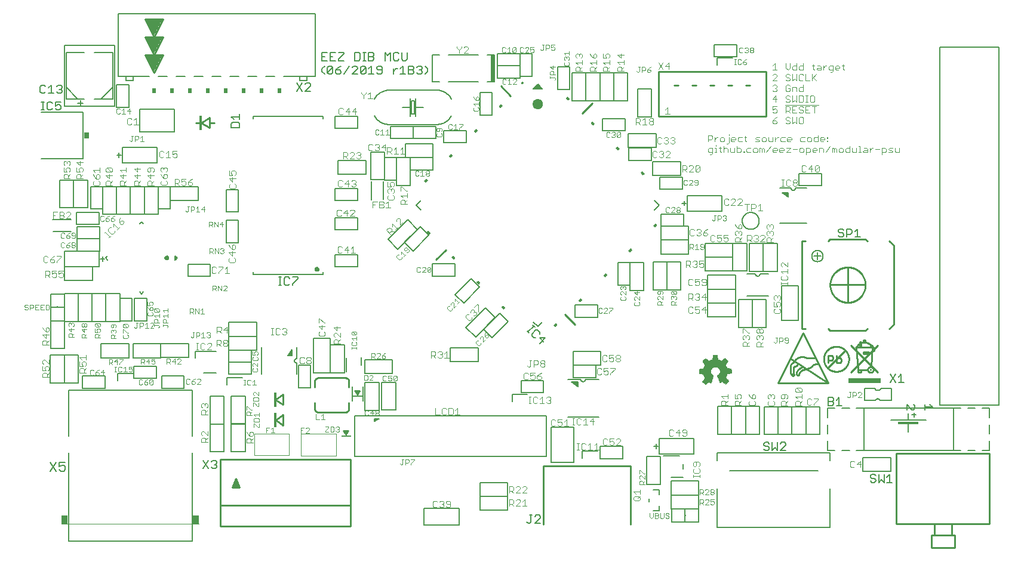
<source format=gto>
G75*
%MOIN*%
%OFA0B0*%
%FSLAX25Y25*%
%IPPOS*%
%LPD*%
%AMOC8*
5,1,8,0,0,1.08239X$1,22.5*
%
%ADD10R,0.01485X0.00015*%
%ADD11R,0.00045X0.00015*%
%ADD12R,0.00105X0.00015*%
%ADD13R,0.00165X0.00015*%
%ADD14R,0.00225X0.00015*%
%ADD15R,0.00285X0.00015*%
%ADD16R,0.00345X0.00015*%
%ADD17R,0.00405X0.00015*%
%ADD18R,0.00435X0.00015*%
%ADD19R,0.00465X0.00015*%
%ADD20R,0.00495X0.00015*%
%ADD21R,0.00540X0.00015*%
%ADD22R,0.00585X0.00015*%
%ADD23R,0.00645X0.00015*%
%ADD24R,0.00150X0.00015*%
%ADD25R,0.00675X0.00015*%
%ADD26R,0.00195X0.00015*%
%ADD27R,0.00705X0.00015*%
%ADD28R,0.00240X0.00015*%
%ADD29R,0.00735X0.00015*%
%ADD30R,0.00270X0.00015*%
%ADD31R,0.00765X0.00015*%
%ADD32R,0.00300X0.00015*%
%ADD33R,0.00810X0.00015*%
%ADD34R,0.00360X0.00015*%
%ADD35R,0.00855X0.00015*%
%ADD36R,0.00435X0.00015*%
%ADD37R,0.00915X0.00015*%
%ADD38R,0.00465X0.00015*%
%ADD39R,0.00945X0.00015*%
%ADD40R,0.00960X0.00015*%
%ADD41R,0.00525X0.00015*%
%ADD42R,0.00990X0.00015*%
%ADD43R,0.00555X0.00015*%
%ADD44R,0.01035X0.00015*%
%ADD45R,0.00600X0.00015*%
%ADD46R,0.01080X0.00015*%
%ADD47R,0.01125X0.00015*%
%ADD48R,0.01170X0.00015*%
%ADD49R,0.00720X0.00015*%
%ADD50R,0.01200X0.00015*%
%ADD51R,0.00750X0.00015*%
%ADD52R,0.01230X0.00015*%
%ADD53R,0.00780X0.00015*%
%ADD54R,0.01260X0.00015*%
%ADD55R,0.00810X0.00015*%
%ADD56R,0.01305X0.00015*%
%ADD57R,0.01365X0.00015*%
%ADD58R,0.00900X0.00015*%
%ADD59R,0.01395X0.00015*%
%ADD60R,0.01440X0.00015*%
%ADD61R,0.01470X0.00015*%
%ADD62R,0.01005X0.00015*%
%ADD63R,0.01500X0.00015*%
%ADD64R,0.01020X0.00015*%
%ADD65R,0.01530X0.00015*%
%ADD66R,0.01065X0.00015*%
%ADD67R,0.01575X0.00015*%
%ADD68R,0.01095X0.00015*%
%ADD69R,0.01635X0.00015*%
%ADD70R,0.01155X0.00015*%
%ADD71R,0.01680X0.00015*%
%ADD72R,0.01200X0.00015*%
%ADD73R,0.01710X0.00015*%
%ADD74R,0.01230X0.00015*%
%ADD75R,0.01725X0.00015*%
%ADD76R,0.01245X0.00015*%
%ADD77R,0.01755X0.00015*%
%ADD78R,0.01275X0.00015*%
%ADD79R,0.01800X0.00015*%
%ADD80R,0.01320X0.00015*%
%ADD81R,0.01860X0.00015*%
%ADD82R,0.01905X0.00015*%
%ADD83R,0.01410X0.00015*%
%ADD84R,0.01935X0.00015*%
%ADD85R,0.01455X0.00015*%
%ADD86R,0.01965X0.00015*%
%ADD87R,0.01485X0.00015*%
%ADD88R,0.01995X0.00015*%
%ADD89R,0.01515X0.00015*%
%ADD90R,0.02040X0.00015*%
%ADD91R,0.01530X0.00015*%
%ADD92R,0.02070X0.00015*%
%ADD93R,0.01575X0.00015*%
%ADD94R,0.02115X0.00015*%
%ADD95R,0.01620X0.00015*%
%ADD96R,0.02160X0.00015*%
%ADD97R,0.01665X0.00015*%
%ADD98R,0.02190X0.00015*%
%ADD99R,0.00075X0.00015*%
%ADD100R,0.01695X0.00015*%
%ADD101R,0.02220X0.00015*%
%ADD102R,0.00105X0.00015*%
%ADD103R,0.02235X0.00015*%
%ADD104R,0.00135X0.00015*%
%ADD105R,0.01755X0.00015*%
%ADD106R,0.02280X0.00015*%
%ADD107R,0.00180X0.00015*%
%ADD108R,0.01785X0.00015*%
%ADD109R,0.02340X0.00015*%
%ADD110R,0.00240X0.00015*%
%ADD111R,0.01830X0.00015*%
%ADD112R,0.02385X0.00015*%
%ADD113R,0.01890X0.00015*%
%ADD114R,0.02415X0.00015*%
%ADD115R,0.00330X0.00015*%
%ADD116R,0.00120X0.00015*%
%ADD117R,0.01920X0.00015*%
%ADD118R,0.02430X0.00015*%
%ADD119R,0.00375X0.00015*%
%ADD120R,0.02460X0.00015*%
%ADD121R,0.00405X0.00015*%
%ADD122R,0.00195X0.00015*%
%ADD123R,0.01965X0.00015*%
%ADD124R,0.02505X0.00015*%
%ADD125R,0.00210X0.00015*%
%ADD126R,0.02010X0.00015*%
%ADD127R,0.02535X0.00015*%
%ADD128R,0.00480X0.00015*%
%ADD129R,0.02580X0.00015*%
%ADD130R,0.00540X0.00015*%
%ADD131R,0.02085X0.00015*%
%ADD132R,0.02625X0.00015*%
%ADD133R,0.02130X0.00015*%
%ADD134R,0.02670X0.00015*%
%ADD135R,0.00630X0.00015*%
%ADD136R,0.02700X0.00015*%
%ADD137R,0.00660X0.00015*%
%ADD138R,0.00450X0.00015*%
%ADD139R,0.02190X0.00015*%
%ADD140R,0.02715X0.00015*%
%ADD141R,0.02205X0.00015*%
%ADD142R,0.02745X0.00015*%
%ADD143R,0.00510X0.00015*%
%ADD144R,0.02235X0.00015*%
%ADD145R,0.02775X0.00015*%
%ADD146R,0.02820X0.00015*%
%ADD147R,0.02310X0.00015*%
%ADD148R,0.02880X0.00015*%
%ADD149R,0.00855X0.00015*%
%ADD150R,0.02355X0.00015*%
%ADD151R,0.02895X0.00015*%
%ADD152R,0.00870X0.00015*%
%ADD153R,0.00660X0.00015*%
%ADD154R,0.02925X0.00015*%
%ADD155R,0.00690X0.00015*%
%ADD156R,0.02970X0.00015*%
%ADD157R,0.03000X0.00015*%
%ADD158R,0.00750X0.00015*%
%ADD159R,0.03045X0.00015*%
%ADD160R,0.01005X0.00015*%
%ADD161R,0.00780X0.00015*%
%ADD162R,0.02505X0.00015*%
%ADD163R,0.03090X0.00015*%
%ADD164R,0.01050X0.00015*%
%ADD165R,0.00825X0.00015*%
%ADD166R,0.02550X0.00015*%
%ADD167R,0.03135X0.00015*%
%ADD168R,0.01095X0.00015*%
%ADD169R,0.00870X0.00015*%
%ADD170R,0.03165X0.00015*%
%ADD171R,0.01125X0.00015*%
%ADD172R,0.02625X0.00015*%
%ADD173R,0.03195X0.00015*%
%ADD174R,0.01140X0.00015*%
%ADD175R,0.00930X0.00015*%
%ADD176R,0.02655X0.00015*%
%ADD177R,0.03210X0.00015*%
%ADD178R,0.00960X0.00015*%
%ADD179R,0.03240X0.00015*%
%ADD180R,0.02700X0.00015*%
%ADD181R,0.03285X0.00015*%
%ADD182R,0.01245X0.00015*%
%ADD183R,0.02745X0.00015*%
%ADD184R,0.03330X0.00015*%
%ADD185R,0.02790X0.00015*%
%ADD186R,0.03360X0.00015*%
%ADD187R,0.01110X0.00015*%
%ADD188R,0.02835X0.00015*%
%ADD189R,0.03390X0.00015*%
%ADD190R,0.01335X0.00015*%
%ADD191R,0.01140X0.00015*%
%ADD192R,0.02865X0.00015*%
%ADD193R,0.03420X0.00015*%
%ADD194R,0.01155X0.00015*%
%ADD195R,0.04905X0.00015*%
%ADD196R,0.04920X0.00015*%
%ADD197R,0.02940X0.00015*%
%ADD198R,0.04950X0.00015*%
%ADD199R,0.02985X0.00015*%
%ADD200R,0.04965X0.00015*%
%ADD201R,0.01275X0.00015*%
%ADD202R,0.03015X0.00015*%
%ADD203R,0.04980X0.00015*%
%ADD204R,0.03045X0.00015*%
%ADD205R,0.05010X0.00015*%
%ADD206R,0.01335X0.00015*%
%ADD207R,0.03075X0.00015*%
%ADD208R,0.01350X0.00015*%
%ADD209R,0.03105X0.00015*%
%ADD210R,0.05040X0.00015*%
%ADD211R,0.01380X0.00015*%
%ADD212R,0.05040X0.00015*%
%ADD213R,0.01410X0.00015*%
%ADD214R,0.03180X0.00015*%
%ADD215R,0.05070X0.00015*%
%ADD216R,0.03225X0.00015*%
%ADD217R,0.03255X0.00015*%
%ADD218R,0.05085X0.00015*%
%ADD219R,0.01515X0.00015*%
%ADD220R,0.03300X0.00015*%
%ADD221R,0.05100X0.00015*%
%ADD222R,0.04935X0.00015*%
%ADD223R,0.05115X0.00015*%
%ADD224R,0.04995X0.00015*%
%ADD225R,0.05130X0.00015*%
%ADD226R,0.05010X0.00015*%
%ADD227R,0.05130X0.00015*%
%ADD228R,0.05010X0.00015*%
%ADD229R,0.05025X0.00015*%
%ADD230R,0.05040X0.00015*%
%ADD231R,0.05055X0.00015*%
%ADD232R,0.05130X0.00015*%
%ADD233R,0.05085X0.00015*%
%ADD234R,0.05115X0.00015*%
%ADD235R,0.05145X0.00015*%
%ADD236R,0.05160X0.00015*%
%ADD237R,0.05130X0.00015*%
%ADD238R,0.05190X0.00015*%
%ADD239R,0.05190X0.00015*%
%ADD240R,0.05205X0.00015*%
%ADD241R,0.05220X0.00015*%
%ADD242R,0.05070X0.00015*%
%ADD243R,0.05085X0.00015*%
%ADD244R,0.05205X0.00015*%
%ADD245R,0.05220X0.00015*%
%ADD246R,0.05055X0.00015*%
%ADD247R,0.05025X0.00015*%
%ADD248R,0.05205X0.00015*%
%ADD249R,0.05025X0.00015*%
%ADD250R,0.05190X0.00015*%
%ADD251R,0.05190X0.00015*%
%ADD252R,0.04995X0.00015*%
%ADD253R,0.05175X0.00015*%
%ADD254R,0.04950X0.00015*%
%ADD255R,0.05145X0.00015*%
%ADD256R,0.05145X0.00015*%
%ADD257R,0.04920X0.00015*%
%ADD258R,0.04905X0.00015*%
%ADD259R,0.04905X0.00015*%
%ADD260R,0.05115X0.00015*%
%ADD261R,0.04890X0.00015*%
%ADD262R,0.04890X0.00015*%
%ADD263R,0.04875X0.00015*%
%ADD264R,0.04845X0.00015*%
%ADD265R,0.04830X0.00015*%
%ADD266R,0.04830X0.00015*%
%ADD267R,0.05070X0.00015*%
%ADD268R,0.04830X0.00015*%
%ADD269R,0.04815X0.00015*%
%ADD270R,0.04800X0.00015*%
%ADD271R,0.04800X0.00015*%
%ADD272R,0.05010X0.00015*%
%ADD273R,0.04785X0.00015*%
%ADD274R,0.04770X0.00015*%
%ADD275R,0.04770X0.00015*%
%ADD276R,0.04755X0.00015*%
%ADD277R,0.04740X0.00015*%
%ADD278R,0.04725X0.00015*%
%ADD279R,0.04725X0.00015*%
%ADD280R,0.04980X0.00015*%
%ADD281R,0.04710X0.00015*%
%ADD282R,0.04725X0.00015*%
%ADD283R,0.04710X0.00015*%
%ADD284R,0.04695X0.00015*%
%ADD285R,0.04680X0.00015*%
%ADD286R,0.04695X0.00015*%
%ADD287R,0.04680X0.00015*%
%ADD288R,0.04905X0.00015*%
%ADD289R,0.04665X0.00015*%
%ADD290R,0.04650X0.00015*%
%ADD291R,0.04635X0.00015*%
%ADD292R,0.04620X0.00015*%
%ADD293R,0.04620X0.00015*%
%ADD294R,0.04890X0.00015*%
%ADD295R,0.04605X0.00015*%
%ADD296R,0.04605X0.00015*%
%ADD297R,0.04590X0.00015*%
%ADD298R,0.04845X0.00015*%
%ADD299R,0.04575X0.00015*%
%ADD300R,0.04590X0.00015*%
%ADD301R,0.04575X0.00015*%
%ADD302R,0.04845X0.00015*%
%ADD303R,0.04560X0.00015*%
%ADD304R,0.04545X0.00015*%
%ADD305R,0.04530X0.00015*%
%ADD306R,0.04515X0.00015*%
%ADD307R,0.04530X0.00015*%
%ADD308R,0.04500X0.00015*%
%ADD309R,0.04515X0.00015*%
%ADD310R,0.04785X0.00015*%
%ADD311R,0.04485X0.00015*%
%ADD312R,0.04755X0.00015*%
%ADD313R,0.04470X0.00015*%
%ADD314R,0.04740X0.00015*%
%ADD315R,0.04485X0.00015*%
%ADD316R,0.04755X0.00015*%
%ADD317R,0.04545X0.00015*%
%ADD318R,0.04695X0.00015*%
%ADD319R,0.04680X0.00015*%
%ADD320R,0.04665X0.00015*%
%ADD321R,0.04725X0.00015*%
%ADD322R,0.04680X0.00015*%
%ADD323R,0.04860X0.00015*%
%ADD324R,0.04740X0.00015*%
%ADD325R,0.04875X0.00015*%
%ADD326R,0.04965X0.00015*%
%ADD327R,0.04860X0.00015*%
%ADD328R,0.04995X0.00015*%
%ADD329R,0.04875X0.00015*%
%ADD330R,0.04980X0.00015*%
%ADD331R,0.05235X0.00015*%
%ADD332R,0.05235X0.00015*%
%ADD333R,0.05250X0.00015*%
%ADD334R,0.05280X0.00015*%
%ADD335R,0.05295X0.00015*%
%ADD336R,0.05325X0.00015*%
%ADD337R,0.05340X0.00015*%
%ADD338R,0.05235X0.00015*%
%ADD339R,0.05355X0.00015*%
%ADD340R,0.05370X0.00015*%
%ADD341R,0.05265X0.00015*%
%ADD342R,0.05370X0.00015*%
%ADD343R,0.05280X0.00015*%
%ADD344R,0.05385X0.00015*%
%ADD345R,0.05295X0.00015*%
%ADD346R,0.05400X0.00015*%
%ADD347R,0.05415X0.00015*%
%ADD348R,0.05310X0.00015*%
%ADD349R,0.05430X0.00015*%
%ADD350R,0.05445X0.00015*%
%ADD351R,0.05460X0.00015*%
%ADD352R,0.05355X0.00015*%
%ADD353R,0.05475X0.00015*%
%ADD354R,0.05505X0.00015*%
%ADD355R,0.05520X0.00015*%
%ADD356R,0.05535X0.00015*%
%ADD357R,0.05550X0.00015*%
%ADD358R,0.05550X0.00015*%
%ADD359R,0.05475X0.00015*%
%ADD360R,0.05490X0.00015*%
%ADD361R,0.05475X0.00015*%
%ADD362R,0.05385X0.00015*%
%ADD363R,0.05370X0.00015*%
%ADD364R,0.05325X0.00015*%
%ADD365R,0.05310X0.00015*%
%ADD366R,0.05265X0.00015*%
%ADD367R,0.05175X0.00015*%
%ADD368R,0.04980X0.00015*%
%ADD369R,0.04965X0.00015*%
%ADD370R,0.04860X0.00015*%
%ADD371R,0.04845X0.00015*%
%ADD372R,0.04815X0.00015*%
%ADD373R,0.04770X0.00015*%
%ADD374R,0.05295X0.00015*%
%ADD375R,0.04635X0.00015*%
%ADD376R,0.05610X0.00015*%
%ADD377R,0.05700X0.00015*%
%ADD378R,0.05760X0.00015*%
%ADD379R,0.05805X0.00015*%
%ADD380R,0.05850X0.00015*%
%ADD381R,0.05895X0.00015*%
%ADD382R,0.06000X0.00015*%
%ADD383R,0.06135X0.00015*%
%ADD384R,0.06225X0.00015*%
%ADD385R,0.06300X0.00015*%
%ADD386R,0.06330X0.00015*%
%ADD387R,0.06375X0.00015*%
%ADD388R,0.06450X0.00015*%
%ADD389R,0.06570X0.00015*%
%ADD390R,0.05565X0.00015*%
%ADD391R,0.06690X0.00015*%
%ADD392R,0.06735X0.00015*%
%ADD393R,0.05790X0.00015*%
%ADD394R,0.06765X0.00015*%
%ADD395R,0.05850X0.00015*%
%ADD396R,0.06780X0.00015*%
%ADD397R,0.05895X0.00015*%
%ADD398R,0.06795X0.00015*%
%ADD399R,0.05955X0.00015*%
%ADD400R,0.06810X0.00015*%
%ADD401R,0.06060X0.00015*%
%ADD402R,0.06195X0.00015*%
%ADD403R,0.06825X0.00015*%
%ADD404R,0.06330X0.00015*%
%ADD405R,0.06840X0.00015*%
%ADD406R,0.06390X0.00015*%
%ADD407R,0.06495X0.00015*%
%ADD408R,0.06840X0.00015*%
%ADD409R,0.06555X0.00015*%
%ADD410R,0.06825X0.00015*%
%ADD411R,0.06645X0.00015*%
%ADD412R,0.06825X0.00015*%
%ADD413R,0.06705X0.00015*%
%ADD414R,0.06705X0.00015*%
%ADD415R,0.06810X0.00015*%
%ADD416R,0.06720X0.00015*%
%ADD417R,0.06795X0.00015*%
%ADD418R,0.06750X0.00015*%
%ADD419R,0.06765X0.00015*%
%ADD420R,0.06795X0.00015*%
%ADD421R,0.06780X0.00015*%
%ADD422R,0.06780X0.00015*%
%ADD423R,0.06750X0.00015*%
%ADD424R,0.06720X0.00015*%
%ADD425R,0.06720X0.00015*%
%ADD426R,0.06705X0.00015*%
%ADD427R,0.06705X0.00015*%
%ADD428R,0.06690X0.00015*%
%ADD429R,0.06675X0.00015*%
%ADD430R,0.06690X0.00015*%
%ADD431R,0.06675X0.00015*%
%ADD432R,0.06675X0.00015*%
%ADD433R,0.06660X0.00015*%
%ADD434R,0.06675X0.00015*%
%ADD435R,0.06660X0.00015*%
%ADD436R,0.06660X0.00015*%
%ADD437R,0.06645X0.00015*%
%ADD438R,0.06630X0.00015*%
%ADD439R,0.06660X0.00015*%
%ADD440R,0.06630X0.00015*%
%ADD441R,0.06645X0.00015*%
%ADD442R,0.06735X0.00015*%
%ADD443R,0.06765X0.00015*%
%ADD444R,0.06780X0.00015*%
%ADD445R,0.06825X0.00015*%
%ADD446R,0.06855X0.00015*%
%ADD447R,0.06855X0.00015*%
%ADD448R,0.06870X0.00015*%
%ADD449R,0.06885X0.00015*%
%ADD450R,0.06525X0.00015*%
%ADD451R,0.06405X0.00015*%
%ADD452R,0.06255X0.00015*%
%ADD453R,0.06165X0.00015*%
%ADD454R,0.06870X0.00015*%
%ADD455R,0.06120X0.00015*%
%ADD456R,0.06885X0.00015*%
%ADD457R,0.06060X0.00015*%
%ADD458R,0.06015X0.00015*%
%ADD459R,0.05910X0.00015*%
%ADD460R,0.05670X0.00015*%
%ADD461R,0.05595X0.00015*%
%ADD462R,0.06585X0.00015*%
%ADD463R,0.05160X0.00015*%
%ADD464R,0.06390X0.00015*%
%ADD465R,0.05025X0.00015*%
%ADD466R,0.06330X0.00015*%
%ADD467R,0.06075X0.00015*%
%ADD468R,0.05820X0.00015*%
%ADD469R,0.05775X0.00015*%
%ADD470R,0.05685X0.00015*%
%ADD471R,0.05460X0.00015*%
%ADD472R,0.04860X0.00015*%
%ADD473R,0.04935X0.00015*%
%ADD474R,0.05160X0.00015*%
%ADD475R,0.05325X0.00015*%
%ADD476R,0.05340X0.00015*%
%ADD477R,0.05355X0.00015*%
%ADD478R,0.05430X0.00015*%
%ADD479R,0.05535X0.00015*%
%ADD480R,0.05595X0.00015*%
%ADD481R,0.05640X0.00015*%
%ADD482R,0.05640X0.00015*%
%ADD483R,0.05670X0.00015*%
%ADD484R,0.05685X0.00015*%
%ADD485R,0.05700X0.00015*%
%ADD486R,0.05715X0.00015*%
%ADD487R,0.05715X0.00015*%
%ADD488R,0.05730X0.00015*%
%ADD489R,0.05745X0.00015*%
%ADD490R,0.05760X0.00015*%
%ADD491R,0.06000X0.00015*%
%ADD492R,0.06105X0.00015*%
%ADD493R,0.06180X0.00015*%
%ADD494R,0.06210X0.00015*%
%ADD495R,0.12690X0.00015*%
%ADD496R,0.12675X0.00015*%
%ADD497R,0.12660X0.00015*%
%ADD498R,0.12660X0.00015*%
%ADD499R,0.12645X0.00015*%
%ADD500R,0.12615X0.00015*%
%ADD501R,0.12600X0.00015*%
%ADD502R,0.12585X0.00015*%
%ADD503R,0.12555X0.00015*%
%ADD504R,0.12540X0.00015*%
%ADD505R,0.12525X0.00015*%
%ADD506R,0.12510X0.00015*%
%ADD507R,0.12510X0.00015*%
%ADD508R,0.12480X0.00015*%
%ADD509R,0.12450X0.00015*%
%ADD510R,0.12435X0.00015*%
%ADD511R,0.12420X0.00015*%
%ADD512R,0.12390X0.00015*%
%ADD513R,0.12375X0.00015*%
%ADD514R,0.12360X0.00015*%
%ADD515R,0.12330X0.00015*%
%ADD516R,0.12300X0.00015*%
%ADD517R,0.12285X0.00015*%
%ADD518R,0.12270X0.00015*%
%ADD519R,0.12255X0.00015*%
%ADD520R,0.12240X0.00015*%
%ADD521R,0.12225X0.00015*%
%ADD522R,0.12195X0.00015*%
%ADD523R,0.12165X0.00015*%
%ADD524R,0.12150X0.00015*%
%ADD525R,0.12135X0.00015*%
%ADD526R,0.12120X0.00015*%
%ADD527R,0.12090X0.00015*%
%ADD528R,0.12075X0.00015*%
%ADD529R,0.12060X0.00015*%
%ADD530R,0.12045X0.00015*%
%ADD531R,0.12015X0.00015*%
%ADD532R,0.12000X0.00015*%
%ADD533R,0.11985X0.00015*%
%ADD534R,0.11955X0.00015*%
%ADD535R,0.11940X0.00015*%
%ADD536R,0.11925X0.00015*%
%ADD537R,0.11910X0.00015*%
%ADD538R,0.11910X0.00015*%
%ADD539R,0.11880X0.00015*%
%ADD540R,0.11850X0.00015*%
%ADD541R,0.11835X0.00015*%
%ADD542R,0.11805X0.00015*%
%ADD543R,0.11775X0.00015*%
%ADD544R,0.11760X0.00015*%
%ADD545R,0.11745X0.00015*%
%ADD546R,0.11730X0.00015*%
%ADD547R,0.11700X0.00015*%
%ADD548R,0.11700X0.00015*%
%ADD549R,0.11685X0.00015*%
%ADD550R,0.11655X0.00015*%
%ADD551R,0.11640X0.00015*%
%ADD552R,0.11625X0.00015*%
%ADD553R,0.11625X0.00015*%
%ADD554R,0.11670X0.00015*%
%ADD555R,0.11715X0.00015*%
%ADD556R,0.11790X0.00015*%
%ADD557R,0.11820X0.00015*%
%ADD558R,0.11820X0.00015*%
%ADD559R,0.11880X0.00015*%
%ADD560R,0.11895X0.00015*%
%ADD561R,0.11970X0.00015*%
%ADD562R,0.12045X0.00015*%
%ADD563R,0.12075X0.00015*%
%ADD564R,0.12105X0.00015*%
%ADD565R,0.12135X0.00015*%
%ADD566R,0.12165X0.00015*%
%ADD567R,0.12180X0.00015*%
%ADD568R,0.12195X0.00015*%
%ADD569R,0.12210X0.00015*%
%ADD570R,0.12225X0.00015*%
%ADD571R,0.12255X0.00015*%
%ADD572R,0.12360X0.00015*%
%ADD573R,0.12390X0.00015*%
%ADD574R,0.12405X0.00015*%
%ADD575R,0.12435X0.00015*%
%ADD576R,0.12480X0.00015*%
%ADD577R,0.12480X0.00015*%
%ADD578R,0.12510X0.00015*%
%ADD579R,0.12570X0.00015*%
%ADD580R,0.12630X0.00015*%
%ADD581R,0.12675X0.00015*%
%ADD582R,0.12705X0.00015*%
%ADD583R,0.12735X0.00015*%
%ADD584R,0.12750X0.00015*%
%ADD585R,0.12780X0.00015*%
%ADD586R,0.12795X0.00015*%
%ADD587R,0.12810X0.00015*%
%ADD588R,0.12840X0.00015*%
%ADD589R,0.12855X0.00015*%
%ADD590R,0.12885X0.00015*%
%ADD591R,0.12900X0.00015*%
%ADD592R,0.12915X0.00015*%
%ADD593R,0.12945X0.00015*%
%ADD594R,0.12960X0.00015*%
%ADD595R,0.12990X0.00015*%
%ADD596R,0.13005X0.00015*%
%ADD597R,0.13020X0.00015*%
%ADD598R,0.13035X0.00015*%
%ADD599R,0.13065X0.00015*%
%ADD600R,0.13080X0.00015*%
%ADD601R,0.13110X0.00015*%
%ADD602R,0.13125X0.00015*%
%ADD603R,0.13155X0.00015*%
%ADD604R,0.13170X0.00015*%
%ADD605R,0.13200X0.00015*%
%ADD606R,0.13230X0.00015*%
%ADD607R,0.13260X0.00015*%
%ADD608R,0.13290X0.00015*%
%ADD609R,0.13320X0.00015*%
%ADD610R,0.13350X0.00015*%
%ADD611R,0.13365X0.00015*%
%ADD612R,0.13395X0.00015*%
%ADD613R,0.13425X0.00015*%
%ADD614R,0.13455X0.00015*%
%ADD615R,0.13470X0.00015*%
%ADD616R,0.13500X0.00015*%
%ADD617R,0.13530X0.00015*%
%ADD618R,0.13560X0.00015*%
%ADD619R,0.13575X0.00015*%
%ADD620R,0.13605X0.00015*%
%ADD621R,0.13635X0.00015*%
%ADD622R,0.13650X0.00015*%
%ADD623R,0.13680X0.00015*%
%ADD624R,0.13695X0.00015*%
%ADD625R,0.13725X0.00015*%
%ADD626R,0.13740X0.00015*%
%ADD627R,0.13770X0.00015*%
%ADD628R,0.13785X0.00015*%
%ADD629R,0.13800X0.00015*%
%ADD630R,0.13830X0.00015*%
%ADD631R,0.13860X0.00015*%
%ADD632R,0.13875X0.00015*%
%ADD633R,0.13905X0.00015*%
%ADD634R,0.13935X0.00015*%
%ADD635R,0.13950X0.00015*%
%ADD636R,0.13980X0.00015*%
%ADD637R,0.14010X0.00015*%
%ADD638R,0.14025X0.00015*%
%ADD639R,0.14055X0.00015*%
%ADD640R,0.14070X0.00015*%
%ADD641R,0.14085X0.00015*%
%ADD642R,0.14115X0.00015*%
%ADD643R,0.14145X0.00015*%
%ADD644R,0.14160X0.00015*%
%ADD645R,0.14190X0.00015*%
%ADD646R,0.14205X0.00015*%
%ADD647R,0.14220X0.00015*%
%ADD648R,0.14235X0.00015*%
%ADD649R,0.14265X0.00015*%
%ADD650R,0.14280X0.00015*%
%ADD651R,0.14295X0.00015*%
%ADD652R,0.14295X0.00015*%
%ADD653R,0.14250X0.00015*%
%ADD654R,0.14205X0.00015*%
%ADD655R,0.14175X0.00015*%
%ADD656R,0.14160X0.00015*%
%ADD657R,0.14130X0.00015*%
%ADD658R,0.14100X0.00015*%
%ADD659R,0.14040X0.00015*%
%ADD660R,0.14010X0.00015*%
%ADD661R,0.03465X0.00015*%
%ADD662R,0.10440X0.00015*%
%ADD663R,0.03420X0.00015*%
%ADD664R,0.10395X0.00015*%
%ADD665R,0.03375X0.00015*%
%ADD666R,0.10335X0.00015*%
%ADD667R,0.03570X0.00015*%
%ADD668R,0.06600X0.00015*%
%ADD669R,0.03525X0.00015*%
%ADD670R,0.03270X0.00015*%
%ADD671R,0.03495X0.00015*%
%ADD672R,0.03210X0.00015*%
%ADD673R,0.06480X0.00015*%
%ADD674R,0.03435X0.00015*%
%ADD675R,0.03165X0.00015*%
%ADD676R,0.03390X0.00015*%
%ADD677R,0.03120X0.00015*%
%ADD678R,0.06315X0.00015*%
%ADD679R,0.03345X0.00015*%
%ADD680R,0.03090X0.00015*%
%ADD681R,0.03075X0.00015*%
%ADD682R,0.06225X0.00015*%
%ADD683R,0.03270X0.00015*%
%ADD684R,0.06180X0.00015*%
%ADD685R,0.02970X0.00015*%
%ADD686R,0.06075X0.00015*%
%ADD687R,0.03195X0.00015*%
%ADD688R,0.02925X0.00015*%
%ADD689R,0.05985X0.00015*%
%ADD690R,0.03135X0.00015*%
%ADD691R,0.02850X0.00015*%
%ADD692R,0.05835X0.00015*%
%ADD693R,0.03030X0.00015*%
%ADD694R,0.02805X0.00015*%
%ADD695R,0.02730X0.00015*%
%ADD696R,0.05625X0.00015*%
%ADD697R,0.02925X0.00015*%
%ADD698R,0.02640X0.00015*%
%ADD699R,0.02595X0.00015*%
%ADD700R,0.02565X0.00015*%
%ADD701R,0.02760X0.00015*%
%ADD702R,0.02520X0.00015*%
%ADD703R,0.02730X0.00015*%
%ADD704R,0.02475X0.00015*%
%ADD705R,0.02685X0.00015*%
%ADD706R,0.02445X0.00015*%
%ADD707R,0.02400X0.00015*%
%ADD708R,0.02370X0.00015*%
%ADD709R,0.02565X0.00015*%
%ADD710R,0.02340X0.00015*%
%ADD711R,0.02325X0.00015*%
%ADD712R,0.02505X0.00015*%
%ADD713R,0.02280X0.00015*%
%ADD714R,0.02460X0.00015*%
%ADD715R,0.04560X0.00015*%
%ADD716R,0.02190X0.00015*%
%ADD717R,0.04440X0.00015*%
%ADD718R,0.02370X0.00015*%
%ADD719R,0.02145X0.00015*%
%ADD720R,0.04365X0.00015*%
%ADD721R,0.04320X0.00015*%
%ADD722R,0.02310X0.00015*%
%ADD723R,0.02100X0.00015*%
%ADD724R,0.04260X0.00015*%
%ADD725R,0.04200X0.00015*%
%ADD726R,0.02265X0.00015*%
%ADD727R,0.02040X0.00015*%
%ADD728R,0.04095X0.00015*%
%ADD729R,0.02220X0.00015*%
%ADD730R,0.03915X0.00015*%
%ADD731R,0.02175X0.00015*%
%ADD732R,0.03765X0.00015*%
%ADD733R,0.03675X0.00015*%
%ADD734R,0.01890X0.00015*%
%ADD735R,0.03615X0.00015*%
%ADD736R,0.02055X0.00015*%
%ADD737R,0.01860X0.00015*%
%ADD738R,0.03555X0.00015*%
%ADD739R,0.01815X0.00015*%
%ADD740R,0.03450X0.00015*%
%ADD741R,0.01725X0.00015*%
%ADD742R,0.03315X0.00015*%
%ADD743R,0.01905X0.00015*%
%ADD744R,0.01680X0.00015*%
%ADD745R,0.01650X0.00015*%
%ADD746R,0.01620X0.00015*%
%ADD747R,0.01590X0.00015*%
%ADD748R,0.01770X0.00015*%
%ADD749R,0.01560X0.00015*%
%ADD750R,0.03240X0.00015*%
%ADD751R,0.01740X0.00015*%
%ADD752R,0.01665X0.00015*%
%ADD753R,0.01455X0.00015*%
%ADD754R,0.01635X0.00015*%
%ADD755R,0.01410X0.00015*%
%ADD756R,0.01395X0.00015*%
%ADD757R,0.01365X0.00015*%
%ADD758R,0.01335X0.00015*%
%ADD759R,0.01290X0.00015*%
%ADD760R,0.03210X0.00015*%
%ADD761R,0.01455X0.00015*%
%ADD762R,0.01185X0.00015*%
%ADD763R,0.01290X0.00015*%
%ADD764R,0.01110X0.00015*%
%ADD765R,0.01260X0.00015*%
%ADD766R,0.03180X0.00015*%
%ADD767R,0.00975X0.00015*%
%ADD768R,0.03150X0.00015*%
%ADD769R,0.00885X0.00015*%
%ADD770R,0.03150X0.00015*%
%ADD771R,0.01050X0.00015*%
%ADD772R,0.00795X0.00015*%
%ADD773R,0.00885X0.00015*%
%ADD774R,0.00690X0.00015*%
%ADD775R,0.00840X0.00015*%
%ADD776R,0.00570X0.00015*%
%ADD777R,0.00525X0.00015*%
%ADD778R,0.03105X0.00015*%
%ADD779R,0.00660X0.00015*%
%ADD780R,0.00615X0.00015*%
%ADD781R,0.00420X0.00015*%
%ADD782R,0.00555X0.00015*%
%ADD783R,0.00390X0.00015*%
%ADD784R,0.00525X0.00015*%
%ADD785R,0.00360X0.00015*%
%ADD786R,0.00495X0.00015*%
%ADD787R,0.03075X0.00015*%
%ADD788R,0.00450X0.00015*%
%ADD789R,0.00225X0.00015*%
%ADD790R,0.00345X0.00015*%
%ADD791R,0.00255X0.00015*%
%ADD792R,0.03060X0.00015*%
%ADD793R,0.00180X0.00015*%
%ADD794R,0.00075X0.00015*%
%ADD795R,0.03000X0.00015*%
%ADD796R,0.02955X0.00015*%
%ADD797R,0.02940X0.00015*%
%ADD798R,0.02940X0.00015*%
%ADD799R,0.02910X0.00015*%
%ADD800R,0.02910X0.00015*%
%ADD801R,0.02865X0.00015*%
%ADD802R,0.02805X0.00015*%
%ADD803R,0.02775X0.00015*%
%ADD804R,0.02760X0.00015*%
%ADD805R,0.02655X0.00015*%
%ADD806R,0.02640X0.00015*%
%ADD807R,0.02610X0.00015*%
%ADD808R,0.02595X0.00015*%
%ADD809R,0.02535X0.00015*%
%ADD810R,0.02475X0.00015*%
%ADD811R,0.02175X0.00015*%
%ADD812R,0.01575X0.00015*%
%ADD813C,0.00400*%
%ADD814C,0.00500*%
%ADD815C,0.01000*%
%ADD816R,0.18000X0.03000*%
%ADD817C,0.00600*%
%ADD818C,0.00100*%
%ADD819C,0.00300*%
%ADD820R,0.11811X0.01181*%
%ADD821R,0.01181X0.08268*%
%ADD822C,0.00800*%
%ADD823R,0.03000X0.03400*%
%ADD824R,0.09000X0.02000*%
%ADD825R,0.07000X0.02000*%
%ADD826R,0.05000X0.02000*%
%ADD827R,0.03000X0.02000*%
%ADD828R,0.01000X0.01000*%
%ADD829R,0.02000X0.03000*%
%ADD830R,0.00787X0.00787*%
%ADD831C,0.00039*%
%ADD832R,0.03642X0.04500*%
%ADD833R,0.05512X0.00787*%
%ADD834C,0.00200*%
%ADD835R,0.01969X0.14961*%
D10*
X0416339Y0242469D03*
D11*
X0413449Y0236759D03*
X0421654Y0237629D03*
X0424834Y0236924D03*
D12*
X0413449Y0236774D03*
D13*
X0413449Y0236789D03*
D14*
X0413449Y0236804D03*
D15*
X0413449Y0236819D03*
X0413539Y0251204D03*
D16*
X0421699Y0237719D03*
X0413449Y0236833D03*
D17*
X0413449Y0236848D03*
X0421714Y0237733D03*
D18*
X0413449Y0236864D03*
D19*
X0413449Y0236879D03*
D20*
X0413449Y0236894D03*
X0424834Y0237059D03*
D21*
X0413456Y0236909D03*
D22*
X0413464Y0236924D03*
X0416479Y0237733D03*
X0421789Y0237824D03*
D23*
X0421804Y0237839D03*
X0424819Y0237119D03*
X0413464Y0236939D03*
D24*
X0421646Y0237659D03*
X0424841Y0236939D03*
D25*
X0424819Y0237133D03*
X0416449Y0237779D03*
X0413464Y0236954D03*
D26*
X0424834Y0236954D03*
D27*
X0421834Y0237883D03*
X0416434Y0237794D03*
X0413464Y0236969D03*
D28*
X0424841Y0236969D03*
D29*
X0413464Y0236983D03*
D30*
X0421677Y0237704D03*
X0424841Y0236983D03*
D31*
X0416419Y0237809D03*
X0413464Y0236998D03*
D32*
X0416577Y0237629D03*
X0424841Y0236998D03*
X0424466Y0251248D03*
D33*
X0413471Y0237014D03*
D34*
X0424841Y0237014D03*
D35*
X0424804Y0237209D03*
X0413479Y0237029D03*
D36*
X0416539Y0237689D03*
X0421729Y0237748D03*
X0424834Y0237029D03*
D37*
X0421894Y0237959D03*
X0416359Y0237883D03*
X0413479Y0237044D03*
X0413569Y0250948D03*
D38*
X0413554Y0251129D03*
X0424834Y0237044D03*
D39*
X0424804Y0237239D03*
X0416344Y0237898D03*
X0413479Y0237059D03*
X0424444Y0251009D03*
X0418864Y0253124D03*
D40*
X0413486Y0237074D03*
D41*
X0424834Y0237074D03*
D42*
X0424796Y0237254D03*
X0421916Y0238004D03*
X0413487Y0237089D03*
X0424437Y0250994D03*
D43*
X0424834Y0237089D03*
D44*
X0413494Y0237104D03*
D45*
X0424827Y0237104D03*
X0413562Y0251083D03*
D46*
X0424437Y0250948D03*
X0421946Y0238033D03*
X0413487Y0237119D03*
D47*
X0413494Y0237133D03*
D48*
X0413501Y0237148D03*
X0416277Y0237989D03*
X0421977Y0238094D03*
X0424421Y0250919D03*
D49*
X0424452Y0251098D03*
X0424811Y0237148D03*
D50*
X0413501Y0237164D03*
D51*
X0424811Y0237164D03*
D52*
X0413501Y0237179D03*
X0413591Y0250829D03*
X0424421Y0250904D03*
D53*
X0424452Y0251069D03*
X0424811Y0237179D03*
D54*
X0413502Y0237194D03*
D55*
X0416396Y0237824D03*
X0424811Y0237194D03*
X0424452Y0251054D03*
D56*
X0422029Y0238154D03*
X0413509Y0237209D03*
D57*
X0413509Y0237224D03*
X0416209Y0238079D03*
X0424774Y0237419D03*
D58*
X0424797Y0237224D03*
X0416366Y0237869D03*
D59*
X0413509Y0237239D03*
D60*
X0413516Y0237254D03*
D61*
X0413516Y0237269D03*
X0422066Y0238244D03*
D62*
X0424789Y0237269D03*
D63*
X0413516Y0237283D03*
X0413606Y0250724D03*
X0424406Y0250798D03*
D64*
X0424437Y0250979D03*
X0413576Y0250919D03*
X0424796Y0237283D03*
D65*
X0413516Y0237298D03*
D66*
X0424789Y0237298D03*
D67*
X0413524Y0237314D03*
D68*
X0424789Y0237314D03*
D69*
X0413524Y0237329D03*
D70*
X0424789Y0237329D03*
D71*
X0413531Y0237344D03*
D72*
X0416277Y0238004D03*
X0421991Y0238109D03*
X0424782Y0237344D03*
D73*
X0413531Y0237359D03*
D74*
X0424781Y0237359D03*
D75*
X0424744Y0237569D03*
X0413539Y0237374D03*
D76*
X0424774Y0237374D03*
D77*
X0413539Y0237389D03*
D78*
X0416239Y0238033D03*
X0424774Y0237389D03*
D79*
X0413532Y0237404D03*
X0424391Y0250679D03*
D80*
X0424422Y0250859D03*
X0416231Y0238048D03*
X0424766Y0237404D03*
D81*
X0413546Y0237419D03*
D82*
X0413554Y0237433D03*
X0413629Y0250559D03*
D83*
X0424766Y0237433D03*
D84*
X0424729Y0237659D03*
X0413554Y0237448D03*
X0413629Y0250544D03*
X0419044Y0253094D03*
D85*
X0422059Y0238229D03*
X0424759Y0237448D03*
D86*
X0413554Y0237464D03*
D87*
X0424759Y0237464D03*
D88*
X0413554Y0237479D03*
X0413629Y0250529D03*
D89*
X0424759Y0237479D03*
D90*
X0424721Y0237704D03*
X0413562Y0237494D03*
X0424377Y0250589D03*
D91*
X0424406Y0250783D03*
X0424751Y0237494D03*
D92*
X0413562Y0237509D03*
X0413636Y0250498D03*
D93*
X0424759Y0237509D03*
D94*
X0413569Y0237524D03*
D95*
X0424752Y0237524D03*
D96*
X0424706Y0237748D03*
X0413577Y0237539D03*
D97*
X0424744Y0237539D03*
D98*
X0413577Y0237554D03*
D99*
X0416629Y0237554D03*
D100*
X0424744Y0237554D03*
D101*
X0413576Y0237569D03*
D102*
X0416629Y0237569D03*
D103*
X0413584Y0237583D03*
X0413644Y0250424D03*
X0419059Y0253048D03*
D104*
X0416629Y0237583D03*
D105*
X0424744Y0237583D03*
D106*
X0424691Y0237809D03*
X0413591Y0237598D03*
D107*
X0416606Y0237598D03*
D108*
X0424744Y0237598D03*
X0413614Y0250619D03*
D109*
X0413591Y0237614D03*
D110*
X0416591Y0237614D03*
D111*
X0424736Y0237614D03*
X0424391Y0250664D03*
D112*
X0424684Y0237854D03*
X0413599Y0237629D03*
D113*
X0424737Y0237629D03*
D114*
X0424684Y0237869D03*
X0413599Y0237644D03*
X0424339Y0250424D03*
D115*
X0413547Y0251189D03*
X0416562Y0237644D03*
D116*
X0421646Y0237644D03*
X0413546Y0251233D03*
D117*
X0424737Y0237644D03*
D118*
X0424677Y0237883D03*
X0413606Y0237659D03*
X0419051Y0252974D03*
D119*
X0416554Y0237659D03*
D120*
X0413606Y0237674D03*
X0424677Y0237898D03*
D121*
X0416554Y0237674D03*
D122*
X0421654Y0237674D03*
D123*
X0424729Y0237674D03*
X0424384Y0250619D03*
D124*
X0413614Y0237689D03*
D125*
X0421661Y0237689D03*
D126*
X0424721Y0237689D03*
X0424377Y0250604D03*
D127*
X0424324Y0250379D03*
X0419044Y0252719D03*
X0419044Y0252733D03*
X0419044Y0252748D03*
X0419044Y0252779D03*
X0413614Y0237704D03*
D128*
X0416531Y0237704D03*
X0421737Y0237779D03*
X0424466Y0251189D03*
D129*
X0424316Y0250348D03*
X0419052Y0252644D03*
X0424661Y0237944D03*
X0413622Y0237719D03*
D130*
X0416502Y0237719D03*
X0421766Y0237809D03*
D131*
X0424714Y0237719D03*
X0424369Y0250559D03*
D132*
X0413629Y0237733D03*
D133*
X0424706Y0237733D03*
X0424362Y0250544D03*
X0413636Y0250469D03*
D134*
X0413697Y0250229D03*
X0419036Y0252433D03*
X0419036Y0252448D03*
X0424647Y0237989D03*
X0413636Y0237748D03*
D135*
X0416471Y0237748D03*
X0413562Y0251069D03*
D136*
X0419036Y0252314D03*
X0413636Y0237764D03*
D137*
X0416456Y0237764D03*
D138*
X0421737Y0237764D03*
D139*
X0424706Y0237764D03*
D140*
X0413644Y0237779D03*
X0419044Y0252209D03*
X0419044Y0252224D03*
X0419044Y0252239D03*
X0419044Y0252254D03*
X0419044Y0252269D03*
D141*
X0424699Y0237779D03*
D142*
X0413644Y0237794D03*
X0419044Y0252133D03*
D143*
X0421752Y0237794D03*
D144*
X0424699Y0237794D03*
D145*
X0413644Y0237809D03*
X0413704Y0250198D03*
X0424294Y0250274D03*
D146*
X0419037Y0251969D03*
X0419037Y0251983D03*
X0413711Y0250169D03*
X0413652Y0237824D03*
D147*
X0424691Y0237824D03*
D148*
X0424631Y0238079D03*
X0413652Y0237839D03*
X0413711Y0250139D03*
X0419037Y0251759D03*
X0419037Y0251774D03*
X0419037Y0251789D03*
X0419037Y0251804D03*
X0419037Y0251819D03*
X0419037Y0251833D03*
X0419037Y0251848D03*
X0424287Y0250229D03*
D149*
X0416374Y0237839D03*
D150*
X0424684Y0237839D03*
D151*
X0424624Y0238094D03*
X0413659Y0237854D03*
D152*
X0416366Y0237854D03*
D153*
X0421812Y0237854D03*
X0413562Y0251054D03*
D154*
X0413659Y0237869D03*
D155*
X0421827Y0237869D03*
D156*
X0413666Y0237883D03*
D157*
X0413666Y0237898D03*
X0419021Y0251398D03*
X0419021Y0251429D03*
X0419021Y0251444D03*
X0424271Y0250183D03*
D158*
X0424452Y0251083D03*
X0413561Y0251024D03*
X0421841Y0237898D03*
D159*
X0413674Y0237914D03*
D160*
X0416329Y0237914D03*
D161*
X0421856Y0237914D03*
D162*
X0424669Y0237914D03*
D163*
X0413681Y0237929D03*
X0419037Y0251159D03*
X0419037Y0251174D03*
X0419037Y0251189D03*
D164*
X0413576Y0250904D03*
X0416307Y0237929D03*
X0421931Y0238019D03*
D165*
X0421879Y0237929D03*
X0413569Y0250994D03*
D166*
X0419052Y0252704D03*
X0424661Y0237929D03*
D167*
X0424594Y0238198D03*
X0413689Y0237944D03*
X0419029Y0250994D03*
X0419029Y0251009D03*
X0419029Y0251024D03*
X0419029Y0251039D03*
X0419029Y0251054D03*
D168*
X0416299Y0237944D03*
D169*
X0421886Y0237944D03*
X0413562Y0250979D03*
D170*
X0419014Y0250933D03*
X0419014Y0250919D03*
X0413689Y0237959D03*
D171*
X0416299Y0237959D03*
X0413584Y0250874D03*
X0424429Y0250933D03*
D172*
X0424309Y0250333D03*
X0419044Y0252539D03*
X0419044Y0252554D03*
X0419044Y0252569D03*
X0413689Y0250259D03*
X0424654Y0237959D03*
D173*
X0413689Y0237974D03*
D174*
X0416291Y0237974D03*
D175*
X0421901Y0237974D03*
D176*
X0424654Y0237974D03*
X0419044Y0252479D03*
X0419044Y0252494D03*
X0419044Y0252509D03*
D177*
X0413696Y0237989D03*
D178*
X0421902Y0237989D03*
D179*
X0413696Y0238004D03*
D180*
X0424647Y0238004D03*
X0419036Y0252283D03*
X0419036Y0252298D03*
X0419036Y0252329D03*
X0419036Y0252344D03*
D181*
X0419029Y0250648D03*
X0413704Y0238019D03*
D182*
X0416254Y0238019D03*
X0421999Y0238124D03*
D183*
X0424639Y0238019D03*
D184*
X0413712Y0238033D03*
X0413756Y0249944D03*
D185*
X0419037Y0252029D03*
X0419037Y0252044D03*
X0424631Y0238033D03*
D186*
X0413712Y0238048D03*
X0419036Y0250619D03*
D187*
X0421961Y0238048D03*
D188*
X0424624Y0238048D03*
X0424294Y0250244D03*
X0419029Y0251939D03*
X0419029Y0251954D03*
D189*
X0413711Y0238064D03*
D190*
X0416224Y0238064D03*
D191*
X0421962Y0238064D03*
D192*
X0424624Y0238064D03*
X0419029Y0251864D03*
D193*
X0413711Y0238079D03*
D194*
X0421969Y0238079D03*
X0413584Y0250859D03*
D195*
X0414619Y0242489D03*
X0414859Y0242219D03*
X0414829Y0239144D03*
X0414439Y0238094D03*
X0423154Y0239833D03*
X0423169Y0239804D03*
X0423769Y0238274D03*
D196*
X0423252Y0239654D03*
X0423237Y0239683D03*
X0423237Y0239698D03*
X0423222Y0239729D03*
X0423176Y0242159D03*
X0423161Y0245924D03*
X0423146Y0245939D03*
X0423131Y0245954D03*
X0414611Y0245594D03*
X0414866Y0242204D03*
X0414881Y0242189D03*
X0414776Y0239069D03*
X0414761Y0239039D03*
X0414746Y0239009D03*
X0414431Y0238109D03*
D197*
X0424616Y0238109D03*
D198*
X0423776Y0238304D03*
X0423266Y0239624D03*
X0422741Y0241019D03*
X0423116Y0245983D03*
X0414957Y0245969D03*
X0414896Y0242159D03*
X0414911Y0242144D03*
X0415407Y0240854D03*
X0415407Y0240839D03*
X0414731Y0238979D03*
X0414431Y0238124D03*
D199*
X0424609Y0238124D03*
X0419029Y0251459D03*
D200*
X0414979Y0245998D03*
X0414964Y0245983D03*
X0414574Y0242504D03*
X0414709Y0238948D03*
X0414709Y0238933D03*
X0414424Y0238139D03*
X0422734Y0241033D03*
X0423274Y0239609D03*
X0423289Y0239594D03*
X0423784Y0238319D03*
X0423094Y0245998D03*
D201*
X0422014Y0238139D03*
D202*
X0424594Y0238139D03*
X0413734Y0250094D03*
D203*
X0414581Y0245579D03*
X0414926Y0242129D03*
X0414702Y0238919D03*
X0414687Y0238889D03*
X0414416Y0238154D03*
X0423296Y0239579D03*
X0423311Y0239548D03*
X0423311Y0239533D03*
X0423326Y0239519D03*
D204*
X0424594Y0238154D03*
X0424264Y0250154D03*
X0419029Y0251309D03*
X0419029Y0251324D03*
X0419029Y0251339D03*
X0413734Y0250079D03*
D205*
X0415002Y0246044D03*
X0414416Y0238183D03*
X0414416Y0238169D03*
X0423402Y0239383D03*
X0423102Y0242069D03*
D206*
X0422029Y0238169D03*
D207*
X0424594Y0238169D03*
D208*
X0422037Y0238183D03*
X0424422Y0250844D03*
D209*
X0419029Y0251069D03*
X0419029Y0251083D03*
X0419029Y0251098D03*
X0419029Y0251129D03*
X0419029Y0251144D03*
X0424594Y0238183D03*
D210*
X0423431Y0239324D03*
X0423416Y0239339D03*
X0414596Y0238739D03*
X0414596Y0238724D03*
X0414581Y0238709D03*
X0414416Y0238198D03*
X0415016Y0246059D03*
X0415031Y0246074D03*
D211*
X0422037Y0238198D03*
D212*
X0414416Y0238214D03*
D213*
X0422052Y0238214D03*
D214*
X0424587Y0238214D03*
D215*
X0414566Y0238679D03*
X0414416Y0238244D03*
X0414416Y0238229D03*
D216*
X0424579Y0238229D03*
X0424249Y0250094D03*
X0419014Y0250754D03*
X0419014Y0250769D03*
X0419014Y0250783D03*
X0419014Y0250798D03*
D217*
X0419014Y0250694D03*
X0413749Y0249989D03*
X0424564Y0238244D03*
D218*
X0414424Y0238259D03*
X0415024Y0242009D03*
D219*
X0422074Y0238259D03*
D220*
X0424556Y0238259D03*
X0424241Y0250048D03*
X0413756Y0249959D03*
D221*
X0415032Y0241994D03*
X0415391Y0241048D03*
X0414536Y0238619D03*
X0414536Y0238604D03*
X0414521Y0238589D03*
X0414521Y0238574D03*
X0414416Y0238289D03*
X0414416Y0238274D03*
X0422741Y0241154D03*
X0422741Y0241169D03*
X0422741Y0241183D03*
X0422741Y0241198D03*
X0423041Y0241979D03*
X0423536Y0239144D03*
X0423536Y0239129D03*
X0423551Y0239098D03*
X0422982Y0246133D03*
D222*
X0423124Y0245969D03*
X0423229Y0245879D03*
X0423169Y0242144D03*
X0423154Y0242129D03*
X0422734Y0241004D03*
X0423244Y0239669D03*
X0423259Y0239639D03*
X0423769Y0238289D03*
X0414769Y0239054D03*
X0414754Y0239024D03*
X0414739Y0238994D03*
X0414889Y0242174D03*
X0419029Y0250348D03*
D223*
X0414424Y0238333D03*
X0414424Y0238319D03*
X0414424Y0238304D03*
D224*
X0415399Y0240898D03*
X0415399Y0240929D03*
X0423334Y0239504D03*
X0423349Y0239489D03*
X0423364Y0239474D03*
X0423364Y0239459D03*
X0423784Y0238333D03*
D225*
X0423581Y0239039D03*
X0423566Y0239054D03*
X0422966Y0246148D03*
X0414431Y0238409D03*
X0414431Y0238394D03*
X0414431Y0238379D03*
X0414431Y0238348D03*
D226*
X0414656Y0238829D03*
X0414671Y0238844D03*
X0415391Y0240944D03*
X0415391Y0240959D03*
X0414956Y0242098D03*
X0423371Y0239444D03*
X0423791Y0238348D03*
D227*
X0414431Y0238364D03*
D228*
X0422741Y0241064D03*
X0423791Y0238364D03*
D229*
X0423799Y0238379D03*
X0423064Y0246044D03*
X0423049Y0246059D03*
X0419029Y0250333D03*
X0414964Y0242083D03*
X0414979Y0242069D03*
X0414979Y0242054D03*
X0415399Y0240974D03*
X0414634Y0238798D03*
D230*
X0414627Y0238783D03*
X0414612Y0238769D03*
X0415391Y0240989D03*
X0415391Y0241004D03*
X0422741Y0241079D03*
X0422741Y0241094D03*
X0423071Y0242024D03*
X0423086Y0242039D03*
X0423791Y0238394D03*
X0423041Y0246074D03*
D231*
X0423034Y0246089D03*
X0423019Y0246104D03*
X0423334Y0245833D03*
X0423454Y0239279D03*
X0423469Y0239248D03*
X0423484Y0239233D03*
X0423799Y0238409D03*
X0414994Y0242039D03*
D232*
X0415062Y0241948D03*
X0415391Y0241079D03*
X0414491Y0238529D03*
X0414462Y0238483D03*
X0414447Y0238454D03*
X0414447Y0238439D03*
X0414447Y0238424D03*
X0415091Y0246133D03*
X0422741Y0241244D03*
X0422741Y0241229D03*
D233*
X0423049Y0241994D03*
X0423739Y0242729D03*
X0423004Y0246119D03*
X0423514Y0239189D03*
X0423514Y0239174D03*
X0423529Y0239159D03*
X0423814Y0238424D03*
X0414544Y0238633D03*
X0414499Y0245548D03*
X0415069Y0246119D03*
D234*
X0415039Y0241979D03*
X0414514Y0238559D03*
X0414499Y0238544D03*
X0423559Y0239069D03*
X0423559Y0239083D03*
X0423814Y0238454D03*
X0423814Y0238439D03*
X0423019Y0241948D03*
D235*
X0423004Y0241933D03*
X0422749Y0241259D03*
X0423604Y0239009D03*
X0423619Y0238979D03*
X0423634Y0238948D03*
X0423649Y0238933D03*
X0423814Y0238469D03*
X0422944Y0246179D03*
X0422929Y0246194D03*
X0419029Y0250319D03*
X0415114Y0246148D03*
X0415069Y0241933D03*
X0414469Y0238498D03*
X0414454Y0238469D03*
D236*
X0415391Y0241094D03*
X0415391Y0241109D03*
X0415136Y0246179D03*
X0422741Y0241274D03*
X0423612Y0238994D03*
X0423656Y0238919D03*
X0423806Y0238498D03*
X0423806Y0238483D03*
D237*
X0422951Y0246164D03*
X0415047Y0241964D03*
X0415391Y0241064D03*
X0414477Y0238514D03*
D238*
X0423806Y0238514D03*
D239*
X0423806Y0238529D03*
X0423806Y0238544D03*
X0415391Y0241139D03*
X0415391Y0241154D03*
X0415091Y0241919D03*
D240*
X0415384Y0241183D03*
X0415384Y0241169D03*
X0422749Y0241304D03*
X0423799Y0242744D03*
X0423799Y0238604D03*
X0423799Y0238589D03*
X0423799Y0238574D03*
X0423799Y0238559D03*
D241*
X0423791Y0238619D03*
X0423791Y0238633D03*
X0423791Y0238648D03*
X0422741Y0241319D03*
X0422891Y0246224D03*
X0415106Y0241904D03*
X0415391Y0241198D03*
D242*
X0415391Y0241033D03*
X0415391Y0241019D03*
X0414506Y0242519D03*
X0415047Y0246104D03*
X0414551Y0238648D03*
X0422741Y0241109D03*
X0422741Y0241124D03*
X0422741Y0241139D03*
X0423056Y0242009D03*
X0423447Y0239294D03*
X0423491Y0239219D03*
X0423506Y0239204D03*
D243*
X0414559Y0238664D03*
D244*
X0423784Y0238664D03*
D245*
X0423776Y0238679D03*
X0423776Y0238694D03*
X0423761Y0238709D03*
X0423761Y0238724D03*
X0423746Y0238739D03*
X0423731Y0238754D03*
X0423716Y0238783D03*
X0422952Y0241889D03*
X0422966Y0241904D03*
X0415181Y0246224D03*
D246*
X0415039Y0246089D03*
X0415009Y0242024D03*
X0414574Y0238694D03*
X0423439Y0239309D03*
D247*
X0423409Y0239354D03*
X0423409Y0239369D03*
X0423394Y0239398D03*
X0423094Y0242054D03*
X0414604Y0238754D03*
D248*
X0423694Y0238829D03*
X0423709Y0238798D03*
X0423724Y0238769D03*
D249*
X0414649Y0238814D03*
D250*
X0423702Y0238814D03*
D251*
X0423687Y0238844D03*
X0423687Y0238859D03*
X0423416Y0245819D03*
X0415166Y0246209D03*
X0414431Y0242533D03*
D252*
X0414994Y0246029D03*
X0414694Y0238904D03*
X0414679Y0238874D03*
X0414679Y0238859D03*
X0423379Y0239429D03*
X0423109Y0242083D03*
X0423124Y0242098D03*
X0423289Y0245848D03*
X0423079Y0246029D03*
D253*
X0422914Y0246209D03*
X0422749Y0241289D03*
X0423664Y0238904D03*
X0423679Y0238889D03*
X0423679Y0238874D03*
X0415384Y0241124D03*
D254*
X0414731Y0238964D03*
X0423657Y0242714D03*
X0423252Y0245864D03*
D255*
X0423634Y0238964D03*
D256*
X0423589Y0239024D03*
D257*
X0422741Y0240974D03*
X0422741Y0240989D03*
X0423191Y0242174D03*
X0415406Y0240824D03*
X0414791Y0239083D03*
X0414941Y0245939D03*
D258*
X0414934Y0245924D03*
X0415414Y0240809D03*
X0414799Y0239098D03*
X0422734Y0240944D03*
X0422734Y0240959D03*
X0423184Y0239789D03*
X0423184Y0239774D03*
X0423199Y0239759D03*
X0423214Y0239744D03*
X0423199Y0242189D03*
X0423214Y0242204D03*
X0423199Y0245894D03*
X0423184Y0245909D03*
D259*
X0414814Y0239114D03*
D260*
X0422749Y0241214D03*
X0423034Y0241964D03*
X0423544Y0239114D03*
D261*
X0422741Y0240929D03*
X0423221Y0242219D03*
X0414821Y0239129D03*
D262*
X0414837Y0239159D03*
X0414837Y0239174D03*
X0414852Y0239204D03*
X0414852Y0242233D03*
X0414911Y0245909D03*
X0423131Y0239879D03*
X0423146Y0239848D03*
X0423161Y0239819D03*
D263*
X0423124Y0239894D03*
X0423124Y0239909D03*
X0414859Y0239219D03*
X0414844Y0239189D03*
X0414844Y0242248D03*
X0414904Y0245894D03*
D264*
X0414874Y0245848D03*
X0414874Y0239233D03*
X0423109Y0239924D03*
D265*
X0423266Y0242279D03*
X0414881Y0239248D03*
X0414866Y0245833D03*
D266*
X0414881Y0239264D03*
D267*
X0423462Y0239264D03*
D268*
X0423101Y0239939D03*
X0423086Y0239969D03*
X0423071Y0239998D03*
X0423056Y0240029D03*
X0423041Y0240044D03*
X0422727Y0240869D03*
X0423597Y0242698D03*
X0419036Y0250379D03*
X0414851Y0245819D03*
X0414671Y0242459D03*
X0414806Y0242309D03*
X0415406Y0240733D03*
X0415406Y0240719D03*
X0414912Y0239324D03*
X0414897Y0239294D03*
X0414897Y0239279D03*
D269*
X0414904Y0239309D03*
X0414919Y0239339D03*
X0414934Y0239354D03*
X0414949Y0239369D03*
X0414799Y0242324D03*
X0422719Y0240854D03*
X0422719Y0240839D03*
X0423004Y0240104D03*
X0423019Y0240089D03*
X0423019Y0240074D03*
X0423034Y0240059D03*
D270*
X0422997Y0240119D03*
X0422997Y0240133D03*
X0423282Y0242309D03*
X0423282Y0242324D03*
X0415406Y0240704D03*
X0415406Y0240689D03*
X0414986Y0239444D03*
X0414971Y0239398D03*
X0414956Y0239383D03*
X0414791Y0242339D03*
X0414777Y0242369D03*
X0414701Y0242444D03*
X0414821Y0245789D03*
X0414836Y0245804D03*
D271*
X0414971Y0239414D03*
X0422982Y0240164D03*
D272*
X0423387Y0239414D03*
D273*
X0422989Y0240148D03*
X0422719Y0240824D03*
X0423289Y0242339D03*
X0423304Y0242354D03*
X0423304Y0242369D03*
X0415414Y0240674D03*
X0414994Y0239474D03*
X0414994Y0239459D03*
X0414979Y0239429D03*
X0414784Y0242354D03*
X0414769Y0242383D03*
X0414799Y0245744D03*
X0414814Y0245759D03*
X0414814Y0245774D03*
D274*
X0414791Y0245729D03*
X0414762Y0242398D03*
X0415421Y0240659D03*
X0415001Y0239489D03*
X0422727Y0240809D03*
X0423312Y0242383D03*
X0419036Y0250394D03*
D275*
X0422966Y0240209D03*
X0415016Y0239504D03*
D276*
X0415024Y0239519D03*
X0414724Y0245624D03*
X0423559Y0242683D03*
D277*
X0415031Y0239533D03*
D278*
X0415039Y0239548D03*
X0415054Y0239579D03*
X0414739Y0245639D03*
X0414754Y0245654D03*
X0422854Y0240389D03*
X0422854Y0240374D03*
D279*
X0415054Y0239564D03*
D280*
X0414987Y0246014D03*
X0423087Y0246014D03*
X0423296Y0239564D03*
D281*
X0422846Y0240404D03*
X0422846Y0240419D03*
X0422831Y0240448D03*
X0415437Y0240598D03*
X0415061Y0239594D03*
D282*
X0415069Y0239609D03*
X0422869Y0240359D03*
X0423334Y0242429D03*
D283*
X0423341Y0242444D03*
X0423356Y0242459D03*
X0423356Y0242474D03*
X0423521Y0242669D03*
X0422727Y0240748D03*
X0422727Y0240733D03*
X0415091Y0239639D03*
X0415077Y0239624D03*
D284*
X0415099Y0239654D03*
X0415114Y0239669D03*
X0423364Y0242489D03*
D285*
X0423372Y0242504D03*
X0422726Y0240704D03*
X0422726Y0240689D03*
X0422726Y0240659D03*
X0422787Y0240524D03*
X0422816Y0240479D03*
X0415437Y0240539D03*
X0415437Y0240554D03*
X0415437Y0240569D03*
X0415152Y0239744D03*
X0415137Y0239729D03*
X0415122Y0239683D03*
D286*
X0415129Y0239698D03*
X0415429Y0240583D03*
X0422719Y0240719D03*
X0422809Y0240494D03*
X0422839Y0240433D03*
X0419044Y0250409D03*
D287*
X0415137Y0239714D03*
D288*
X0423229Y0239714D03*
D289*
X0422794Y0240509D03*
X0422779Y0240539D03*
X0422764Y0240554D03*
X0422734Y0240629D03*
X0422734Y0240644D03*
X0422719Y0240674D03*
X0423379Y0242519D03*
X0423394Y0242533D03*
X0415159Y0239774D03*
X0415159Y0239759D03*
D290*
X0415166Y0239789D03*
X0415437Y0240509D03*
X0415437Y0240524D03*
X0423402Y0242548D03*
X0423416Y0242579D03*
X0423431Y0242594D03*
X0423446Y0242609D03*
X0423461Y0242624D03*
X0423476Y0242639D03*
D291*
X0415189Y0239819D03*
X0415174Y0239804D03*
D292*
X0415196Y0239833D03*
X0415196Y0239848D03*
X0415211Y0239879D03*
X0415437Y0240494D03*
D293*
X0415211Y0239864D03*
D294*
X0423146Y0239864D03*
D295*
X0415219Y0239894D03*
D296*
X0415234Y0239909D03*
X0415249Y0239924D03*
D297*
X0415256Y0239939D03*
X0415271Y0239954D03*
X0415271Y0239969D03*
D298*
X0415414Y0240748D03*
X0414814Y0242294D03*
X0414664Y0245609D03*
X0423079Y0239983D03*
X0423094Y0239954D03*
D299*
X0415279Y0239983D03*
D300*
X0415287Y0239998D03*
X0415437Y0240479D03*
D301*
X0415444Y0240464D03*
X0415294Y0240014D03*
D302*
X0423064Y0240014D03*
D303*
X0415316Y0240044D03*
X0415302Y0240029D03*
D304*
X0415324Y0240059D03*
D305*
X0415331Y0240074D03*
X0415331Y0240089D03*
D306*
X0415339Y0240104D03*
X0415354Y0240133D03*
X0415444Y0240389D03*
X0415444Y0240404D03*
D307*
X0415451Y0240419D03*
X0415347Y0240119D03*
D308*
X0415362Y0240148D03*
X0415377Y0240179D03*
X0415391Y0240194D03*
X0415451Y0240359D03*
X0415451Y0240374D03*
D309*
X0415369Y0240164D03*
D310*
X0414724Y0242429D03*
X0422974Y0240194D03*
X0422974Y0240179D03*
D311*
X0415444Y0240298D03*
X0415444Y0240329D03*
X0415444Y0240344D03*
X0415429Y0240269D03*
X0415429Y0240254D03*
X0415414Y0240224D03*
X0415399Y0240209D03*
D312*
X0414769Y0245683D03*
X0414784Y0245698D03*
X0423319Y0242398D03*
X0422719Y0240794D03*
X0422884Y0240329D03*
X0422914Y0240283D03*
X0422929Y0240254D03*
X0422944Y0240239D03*
X0422944Y0240224D03*
D313*
X0415436Y0240283D03*
X0415421Y0240239D03*
D314*
X0415421Y0240629D03*
X0415421Y0240644D03*
X0414762Y0245669D03*
X0422727Y0240779D03*
X0422877Y0240344D03*
X0422906Y0240298D03*
X0422921Y0240269D03*
D315*
X0415444Y0240314D03*
D316*
X0422899Y0240314D03*
D317*
X0415444Y0240433D03*
X0415444Y0240448D03*
D318*
X0422824Y0240464D03*
D319*
X0422756Y0240569D03*
D320*
X0422749Y0240583D03*
X0422749Y0240598D03*
X0423499Y0242654D03*
D321*
X0415429Y0240614D03*
D322*
X0422741Y0240614D03*
D323*
X0415406Y0240764D03*
X0414836Y0242264D03*
D324*
X0422727Y0240764D03*
X0423327Y0242414D03*
D325*
X0422734Y0240898D03*
X0415414Y0240794D03*
X0415414Y0240779D03*
D326*
X0415399Y0240869D03*
X0415399Y0240883D03*
D327*
X0414821Y0242279D03*
X0414656Y0242474D03*
X0422727Y0240883D03*
X0423236Y0242233D03*
D328*
X0415399Y0240914D03*
D329*
X0422734Y0240914D03*
X0419029Y0250364D03*
D330*
X0422741Y0241048D03*
D331*
X0415384Y0241214D03*
D332*
X0415384Y0241229D03*
X0419029Y0250304D03*
D333*
X0414387Y0242548D03*
X0415122Y0241889D03*
X0415376Y0241244D03*
X0422741Y0241348D03*
X0422937Y0241874D03*
D334*
X0422861Y0246254D03*
X0415226Y0246254D03*
X0415152Y0241859D03*
X0415376Y0241274D03*
X0415376Y0241259D03*
D335*
X0415369Y0241289D03*
X0415159Y0241844D03*
X0422839Y0246269D03*
X0419029Y0250289D03*
D336*
X0415249Y0246298D03*
X0415369Y0241319D03*
X0415369Y0241304D03*
X0422749Y0241469D03*
X0422749Y0241483D03*
X0423529Y0245789D03*
D337*
X0422741Y0241498D03*
X0415377Y0241333D03*
D338*
X0422749Y0241333D03*
D339*
X0422749Y0241529D03*
X0423904Y0242789D03*
X0419029Y0250274D03*
X0414319Y0242579D03*
X0415369Y0241348D03*
D340*
X0415377Y0241364D03*
D341*
X0422749Y0241364D03*
D342*
X0422847Y0241798D03*
X0415377Y0241379D03*
X0415227Y0241798D03*
D343*
X0422741Y0241394D03*
X0422741Y0241379D03*
D344*
X0422749Y0241544D03*
X0422779Y0246329D03*
X0419029Y0250259D03*
X0414289Y0242594D03*
X0415384Y0241409D03*
X0415384Y0241394D03*
D345*
X0415234Y0246269D03*
X0422899Y0241829D03*
X0422749Y0241424D03*
X0422749Y0241409D03*
D346*
X0422756Y0241559D03*
X0422801Y0241754D03*
X0415377Y0241424D03*
X0415271Y0241754D03*
X0415256Y0241769D03*
X0415241Y0241783D03*
X0415301Y0246329D03*
D347*
X0414289Y0245504D03*
X0415384Y0241454D03*
X0415384Y0241439D03*
X0422749Y0241574D03*
X0422794Y0241739D03*
X0423589Y0245759D03*
X0422764Y0246344D03*
D348*
X0422741Y0241454D03*
X0422741Y0241439D03*
X0415241Y0246283D03*
X0414356Y0245519D03*
D349*
X0415286Y0241739D03*
X0415377Y0241483D03*
X0415377Y0241469D03*
D350*
X0415369Y0241498D03*
X0422749Y0241589D03*
X0422749Y0241604D03*
X0422779Y0241724D03*
X0423949Y0242804D03*
X0422749Y0246359D03*
X0419029Y0250244D03*
D351*
X0415377Y0241514D03*
D352*
X0415204Y0241814D03*
X0422749Y0241514D03*
D353*
X0422749Y0241619D03*
X0422749Y0241633D03*
X0422749Y0241648D03*
X0422749Y0241679D03*
X0422764Y0241709D03*
X0415369Y0241544D03*
X0415369Y0241529D03*
D354*
X0415369Y0241559D03*
X0415369Y0241574D03*
X0415339Y0241709D03*
X0414244Y0245489D03*
X0415369Y0246389D03*
D355*
X0415346Y0241694D03*
X0415361Y0241604D03*
X0415361Y0241589D03*
X0422681Y0246404D03*
X0419037Y0250229D03*
D356*
X0415354Y0241679D03*
X0415369Y0241633D03*
X0415369Y0241619D03*
D357*
X0415361Y0241648D03*
X0414207Y0245474D03*
D358*
X0415361Y0241664D03*
D359*
X0422749Y0241664D03*
D360*
X0422756Y0241694D03*
D361*
X0422704Y0246389D03*
X0415354Y0246374D03*
X0415339Y0246359D03*
X0414244Y0242609D03*
X0415309Y0241724D03*
D362*
X0422824Y0241769D03*
D363*
X0422831Y0241783D03*
X0423566Y0245774D03*
D364*
X0422869Y0241814D03*
D365*
X0423866Y0242774D03*
X0422831Y0246283D03*
X0415181Y0241829D03*
D366*
X0415144Y0241874D03*
X0415204Y0246239D03*
X0422869Y0246239D03*
X0423484Y0245804D03*
X0423844Y0242759D03*
X0422929Y0241859D03*
X0422914Y0241844D03*
D367*
X0422989Y0241919D03*
X0415144Y0246194D03*
D368*
X0414941Y0242114D03*
D369*
X0423139Y0242114D03*
D370*
X0423252Y0242248D03*
X0414896Y0245879D03*
D371*
X0423259Y0242264D03*
D372*
X0423274Y0242294D03*
D373*
X0414747Y0242414D03*
X0414791Y0245714D03*
D374*
X0414349Y0242564D03*
D375*
X0423409Y0242564D03*
D376*
X0414161Y0242624D03*
D377*
X0414101Y0242639D03*
X0424106Y0242833D03*
D378*
X0419036Y0250183D03*
X0414071Y0245429D03*
X0414056Y0242654D03*
D379*
X0414019Y0242669D03*
X0419029Y0250169D03*
D380*
X0423881Y0245669D03*
X0413996Y0242683D03*
D381*
X0413959Y0242698D03*
X0419029Y0250139D03*
X0423919Y0245654D03*
D382*
X0413906Y0242714D03*
D383*
X0413824Y0242729D03*
X0419029Y0250094D03*
D384*
X0413779Y0242744D03*
D385*
X0413741Y0242759D03*
X0422232Y0246554D03*
X0424182Y0245579D03*
D386*
X0413712Y0242774D03*
D387*
X0413689Y0242789D03*
D388*
X0413637Y0242804D03*
X0424541Y0242969D03*
X0424287Y0245533D03*
D389*
X0419021Y0249974D03*
X0413562Y0242819D03*
D390*
X0422644Y0246419D03*
X0423679Y0245729D03*
X0424024Y0242819D03*
D391*
X0419037Y0249944D03*
X0413246Y0244619D03*
X0413246Y0244604D03*
X0413246Y0244589D03*
X0413246Y0244574D03*
X0413246Y0244559D03*
X0413246Y0244544D03*
X0413231Y0244454D03*
X0413231Y0244439D03*
X0413231Y0244424D03*
X0413231Y0243674D03*
X0413231Y0243659D03*
X0413231Y0243644D03*
X0413231Y0243629D03*
X0413231Y0243598D03*
X0413231Y0243583D03*
X0413231Y0243569D03*
X0413231Y0243554D03*
X0413231Y0243539D03*
X0413502Y0242833D03*
D392*
X0413464Y0242848D03*
X0413254Y0243344D03*
X0413254Y0243359D03*
X0413254Y0243374D03*
X0413269Y0244739D03*
X0413269Y0244754D03*
X0413479Y0245248D03*
X0424789Y0244844D03*
X0424804Y0244798D03*
X0424819Y0243298D03*
X0424819Y0243283D03*
X0424759Y0243089D03*
X0424744Y0243074D03*
D393*
X0424166Y0242848D03*
D394*
X0413434Y0242864D03*
X0413284Y0244814D03*
D395*
X0424196Y0242864D03*
D396*
X0424781Y0243133D03*
X0424781Y0243148D03*
X0424796Y0243179D03*
X0424796Y0243194D03*
X0424796Y0243209D03*
X0424722Y0245083D03*
X0424496Y0245474D03*
X0413426Y0245219D03*
X0413426Y0242879D03*
D397*
X0424234Y0242879D03*
D398*
X0413404Y0242894D03*
X0413329Y0245039D03*
D399*
X0423964Y0245639D03*
X0424264Y0242894D03*
D400*
X0413396Y0242909D03*
X0413381Y0242924D03*
X0413337Y0245054D03*
X0413381Y0245144D03*
X0413396Y0245189D03*
X0413411Y0245204D03*
D401*
X0424316Y0242909D03*
D402*
X0424399Y0242924D03*
X0424099Y0245609D03*
D403*
X0413389Y0245174D03*
X0413389Y0245159D03*
X0413374Y0245129D03*
X0413359Y0245098D03*
X0413359Y0245083D03*
X0413344Y0245069D03*
X0413374Y0242939D03*
D404*
X0424466Y0242939D03*
D405*
X0413366Y0242954D03*
X0413352Y0242969D03*
X0413352Y0242983D03*
D406*
X0424511Y0242954D03*
D407*
X0424579Y0242983D03*
D408*
X0424677Y0245233D03*
X0424541Y0245444D03*
X0413336Y0242998D03*
D409*
X0424624Y0242998D03*
D410*
X0413329Y0243014D03*
D411*
X0424684Y0243014D03*
X0424879Y0244214D03*
X0424864Y0244364D03*
D412*
X0424699Y0245159D03*
X0424699Y0245174D03*
X0424684Y0245204D03*
X0424684Y0245219D03*
X0413329Y0243029D03*
X0413314Y0243044D03*
D413*
X0424714Y0243029D03*
X0424834Y0243359D03*
X0424834Y0243374D03*
X0424834Y0243389D03*
X0424849Y0243433D03*
X0424849Y0243448D03*
X0424849Y0243479D03*
X0424849Y0243494D03*
X0424849Y0243509D03*
X0424834Y0244648D03*
X0424834Y0244679D03*
X0424834Y0244694D03*
D414*
X0424819Y0244724D03*
X0424819Y0244739D03*
X0424819Y0244754D03*
X0424729Y0243044D03*
X0413239Y0243448D03*
X0413239Y0243479D03*
X0413239Y0243494D03*
X0413239Y0243509D03*
X0413239Y0243524D03*
X0413254Y0244633D03*
X0413254Y0244648D03*
X0413254Y0244679D03*
X0413254Y0244694D03*
D415*
X0413321Y0245024D03*
X0413306Y0243089D03*
X0413306Y0243074D03*
X0413306Y0243059D03*
X0424527Y0245459D03*
X0424691Y0245189D03*
X0424706Y0245144D03*
X0424706Y0245129D03*
D416*
X0424811Y0244783D03*
X0424811Y0244769D03*
X0424826Y0243344D03*
X0424826Y0243329D03*
X0424737Y0243059D03*
X0413246Y0243389D03*
X0413246Y0243404D03*
X0413246Y0243419D03*
X0413246Y0243433D03*
X0413261Y0244709D03*
X0413261Y0244724D03*
D417*
X0413314Y0244994D03*
X0413314Y0245009D03*
X0413299Y0243148D03*
X0413299Y0243133D03*
X0413299Y0243119D03*
X0413299Y0243104D03*
X0424714Y0245098D03*
D418*
X0424752Y0245024D03*
X0424752Y0245009D03*
X0424752Y0244994D03*
X0424766Y0244979D03*
X0424766Y0244948D03*
X0424766Y0244933D03*
X0424766Y0244919D03*
X0424781Y0244904D03*
X0424781Y0244889D03*
X0424781Y0244874D03*
X0424781Y0244859D03*
X0424796Y0244829D03*
X0424466Y0245489D03*
X0424811Y0243269D03*
X0424811Y0243254D03*
X0424766Y0243104D03*
X0413276Y0243283D03*
X0413261Y0243329D03*
X0413276Y0244769D03*
X0413276Y0244783D03*
X0413291Y0244829D03*
X0413457Y0245233D03*
D419*
X0413284Y0244798D03*
X0413269Y0243298D03*
X0413284Y0243269D03*
X0413284Y0243254D03*
X0413284Y0243239D03*
X0424774Y0243119D03*
X0424804Y0243224D03*
X0424804Y0243239D03*
X0424744Y0245039D03*
X0424744Y0245054D03*
X0424729Y0245069D03*
D420*
X0424714Y0245114D03*
X0413299Y0243164D03*
D421*
X0424796Y0243164D03*
D422*
X0413291Y0243179D03*
X0413291Y0243194D03*
X0413291Y0243209D03*
X0413291Y0243224D03*
X0413306Y0244919D03*
X0413306Y0244933D03*
X0413306Y0244948D03*
X0413306Y0244979D03*
D423*
X0413261Y0243314D03*
X0424766Y0244964D03*
D424*
X0424826Y0243314D03*
X0413502Y0245264D03*
D425*
X0424841Y0243419D03*
X0424841Y0243404D03*
D426*
X0413239Y0243464D03*
X0413254Y0244664D03*
D427*
X0424834Y0244664D03*
X0424849Y0243464D03*
D428*
X0424856Y0243524D03*
X0424856Y0243539D03*
X0424856Y0243554D03*
X0424856Y0243569D03*
X0424856Y0243583D03*
X0424841Y0244574D03*
X0424841Y0244589D03*
X0424841Y0244604D03*
X0424841Y0244619D03*
X0424841Y0244633D03*
X0424827Y0244709D03*
D429*
X0424849Y0244559D03*
X0424849Y0244544D03*
X0424849Y0244529D03*
X0424849Y0244498D03*
X0424849Y0244483D03*
X0424864Y0243689D03*
X0424864Y0243674D03*
X0424864Y0243659D03*
X0424864Y0243644D03*
X0424864Y0243629D03*
X0424864Y0243598D03*
X0424429Y0245504D03*
D430*
X0413231Y0243614D03*
D431*
X0424864Y0243614D03*
X0424849Y0244514D03*
D432*
X0413524Y0245279D03*
X0413239Y0244529D03*
X0413239Y0244498D03*
X0413239Y0244483D03*
X0413239Y0244469D03*
X0413224Y0244409D03*
X0413224Y0244394D03*
X0413224Y0244379D03*
X0413224Y0244348D03*
X0413224Y0244333D03*
X0413224Y0244319D03*
X0413224Y0244304D03*
X0413224Y0243779D03*
X0413224Y0243748D03*
X0413224Y0243733D03*
X0413224Y0243719D03*
X0413224Y0243704D03*
X0413224Y0243689D03*
D433*
X0424871Y0243704D03*
X0424871Y0243719D03*
X0424871Y0243733D03*
X0424871Y0243748D03*
X0424871Y0243779D03*
X0424871Y0244289D03*
X0424871Y0244304D03*
X0424871Y0244319D03*
X0424856Y0244379D03*
X0424856Y0244394D03*
X0424856Y0244409D03*
X0424856Y0244424D03*
X0424856Y0244439D03*
X0424856Y0244454D03*
X0424856Y0244469D03*
D434*
X0413239Y0244514D03*
X0413224Y0244364D03*
X0413224Y0243764D03*
D435*
X0424871Y0243764D03*
D436*
X0413216Y0243794D03*
X0413216Y0243809D03*
X0413216Y0243824D03*
X0413216Y0243839D03*
X0413216Y0243854D03*
X0413216Y0243869D03*
X0413202Y0243883D03*
X0413202Y0243898D03*
X0413202Y0243929D03*
X0413202Y0243944D03*
X0413202Y0243959D03*
X0413202Y0243974D03*
X0413216Y0244198D03*
X0413216Y0244229D03*
X0413216Y0244244D03*
X0413216Y0244259D03*
X0413216Y0244274D03*
X0413216Y0244289D03*
D437*
X0413194Y0244019D03*
X0413194Y0244004D03*
X0413194Y0243989D03*
X0424864Y0244333D03*
X0424864Y0244348D03*
X0424879Y0244274D03*
X0424879Y0244259D03*
X0424879Y0244244D03*
X0424879Y0244229D03*
X0424879Y0244198D03*
X0424879Y0244183D03*
X0424879Y0243883D03*
X0424879Y0243869D03*
X0424879Y0243854D03*
X0424879Y0243839D03*
X0424879Y0243824D03*
X0424879Y0243809D03*
X0424879Y0243794D03*
D438*
X0424886Y0243898D03*
X0424886Y0243929D03*
X0424886Y0243944D03*
X0424886Y0243959D03*
X0424886Y0243974D03*
X0424886Y0243989D03*
X0424886Y0244004D03*
X0424886Y0244019D03*
X0424886Y0244033D03*
X0424886Y0244048D03*
X0424886Y0244079D03*
X0424886Y0244094D03*
X0424886Y0244109D03*
X0424886Y0244124D03*
X0424886Y0244139D03*
X0424886Y0244154D03*
X0424886Y0244169D03*
X0413562Y0245294D03*
X0413201Y0244094D03*
X0413201Y0244079D03*
X0413201Y0244048D03*
X0413201Y0244033D03*
D439*
X0413202Y0243914D03*
X0413216Y0244214D03*
D440*
X0413201Y0244064D03*
X0424886Y0244064D03*
X0424886Y0243914D03*
D441*
X0413209Y0244109D03*
X0413209Y0244124D03*
X0413209Y0244139D03*
X0413209Y0244154D03*
X0413209Y0244169D03*
X0413209Y0244183D03*
D442*
X0424804Y0244814D03*
D443*
X0413299Y0244844D03*
X0413299Y0244859D03*
X0413299Y0244874D03*
X0413299Y0244889D03*
X0413299Y0244904D03*
D444*
X0413306Y0244964D03*
D445*
X0413374Y0245114D03*
D446*
X0424564Y0245429D03*
X0424669Y0245248D03*
D447*
X0424669Y0245264D03*
X0424579Y0245414D03*
D448*
X0424601Y0245398D03*
X0424647Y0245309D03*
X0424662Y0245279D03*
D449*
X0424654Y0245294D03*
X0424639Y0245324D03*
X0424639Y0245339D03*
D450*
X0419029Y0249989D03*
X0413614Y0245309D03*
D451*
X0413689Y0245324D03*
X0419029Y0250019D03*
D452*
X0419029Y0250048D03*
X0424144Y0245594D03*
X0413764Y0245339D03*
D453*
X0413809Y0245354D03*
D454*
X0424616Y0245383D03*
X0424631Y0245354D03*
D455*
X0413846Y0245369D03*
D456*
X0424624Y0245369D03*
D457*
X0413877Y0245383D03*
D458*
X0413914Y0245398D03*
D459*
X0413981Y0245414D03*
D460*
X0414131Y0245444D03*
D461*
X0414184Y0245459D03*
D462*
X0424369Y0245519D03*
D463*
X0414446Y0245533D03*
D464*
X0424241Y0245548D03*
D465*
X0414544Y0245564D03*
D466*
X0424212Y0245564D03*
D467*
X0424024Y0245624D03*
D468*
X0423852Y0245683D03*
X0422487Y0246509D03*
X0415587Y0246509D03*
D469*
X0423814Y0245698D03*
D470*
X0423754Y0245714D03*
D471*
X0423627Y0245744D03*
X0422727Y0246374D03*
D472*
X0414881Y0245864D03*
D473*
X0414949Y0245954D03*
D474*
X0415121Y0246164D03*
D475*
X0422824Y0246298D03*
D476*
X0415271Y0246314D03*
D477*
X0422809Y0246314D03*
D478*
X0415316Y0246344D03*
D479*
X0415399Y0246404D03*
D480*
X0415429Y0246419D03*
D481*
X0415466Y0246433D03*
D482*
X0422591Y0246433D03*
D483*
X0415497Y0246448D03*
D484*
X0422569Y0246448D03*
D485*
X0415512Y0246464D03*
D486*
X0422554Y0246464D03*
D487*
X0419029Y0250198D03*
X0415534Y0246479D03*
D488*
X0422531Y0246479D03*
D489*
X0415549Y0246494D03*
D490*
X0422516Y0246494D03*
D491*
X0422397Y0246524D03*
X0415677Y0246524D03*
D492*
X0415744Y0246539D03*
D493*
X0422291Y0246539D03*
D494*
X0415796Y0246554D03*
D495*
X0419037Y0246569D03*
D496*
X0419029Y0246583D03*
D497*
X0419036Y0246598D03*
X0419006Y0248398D03*
D498*
X0419036Y0246614D03*
D499*
X0419029Y0246629D03*
D500*
X0419029Y0246644D03*
X0418999Y0248369D03*
D501*
X0419006Y0248354D03*
X0419021Y0246659D03*
D502*
X0419029Y0246674D03*
X0418999Y0248339D03*
D503*
X0419029Y0246704D03*
X0419029Y0246689D03*
D504*
X0419036Y0246719D03*
X0419006Y0248309D03*
D505*
X0419029Y0246733D03*
D506*
X0419037Y0246748D03*
X0419037Y0246779D03*
D507*
X0419037Y0246764D03*
D508*
X0419037Y0246794D03*
X0419037Y0246809D03*
X0419037Y0246824D03*
D509*
X0419037Y0246839D03*
X0419007Y0248248D03*
D510*
X0419029Y0246854D03*
D511*
X0419037Y0246869D03*
D512*
X0419037Y0246883D03*
D513*
X0419029Y0246898D03*
X0418999Y0248189D03*
D514*
X0419036Y0246914D03*
D515*
X0419036Y0246929D03*
X0419036Y0246944D03*
X0419006Y0248159D03*
D516*
X0419006Y0248144D03*
X0419036Y0246989D03*
X0419036Y0246974D03*
X0419036Y0246959D03*
D517*
X0419029Y0247004D03*
X0418999Y0248129D03*
D518*
X0419036Y0247019D03*
D519*
X0419029Y0247033D03*
D520*
X0419036Y0247048D03*
D521*
X0419029Y0247064D03*
D522*
X0419029Y0247079D03*
X0419029Y0247094D03*
D523*
X0419029Y0247109D03*
D524*
X0419037Y0247124D03*
D525*
X0419029Y0247139D03*
D526*
X0419037Y0247154D03*
X0419037Y0247169D03*
D527*
X0419037Y0247183D03*
X0419037Y0247198D03*
D528*
X0419029Y0247214D03*
D529*
X0419036Y0247229D03*
D530*
X0419029Y0247244D03*
X0418999Y0247979D03*
D531*
X0418999Y0247948D03*
X0419029Y0247259D03*
D532*
X0419021Y0247274D03*
X0418991Y0247933D03*
D533*
X0418999Y0247919D03*
X0419029Y0247289D03*
D534*
X0419029Y0247304D03*
X0418999Y0247889D03*
D535*
X0419036Y0247319D03*
D536*
X0419029Y0247333D03*
X0418999Y0247874D03*
D537*
X0419037Y0247348D03*
D538*
X0419037Y0247364D03*
D539*
X0419037Y0247379D03*
X0419037Y0247394D03*
D540*
X0419037Y0247409D03*
X0418991Y0247829D03*
D541*
X0419029Y0247424D03*
D542*
X0419029Y0247439D03*
D543*
X0419029Y0247454D03*
D544*
X0419036Y0247469D03*
X0418991Y0247754D03*
D545*
X0418999Y0247739D03*
X0419029Y0247483D03*
D546*
X0419036Y0247498D03*
D547*
X0419036Y0247514D03*
D548*
X0419036Y0247529D03*
D549*
X0419029Y0247544D03*
X0419029Y0247559D03*
D550*
X0419029Y0247574D03*
X0419029Y0247589D03*
X0418999Y0247694D03*
D551*
X0418991Y0247679D03*
X0419006Y0247633D03*
X0419006Y0247619D03*
X0419021Y0247604D03*
D552*
X0418999Y0247648D03*
D553*
X0418999Y0247664D03*
D554*
X0418991Y0247709D03*
D555*
X0418999Y0247724D03*
D556*
X0418991Y0247769D03*
X0418991Y0247783D03*
D557*
X0418991Y0247798D03*
D558*
X0418991Y0247814D03*
D559*
X0418991Y0247844D03*
D560*
X0418999Y0247859D03*
D561*
X0418991Y0247904D03*
D562*
X0418999Y0247964D03*
D563*
X0418999Y0247994D03*
D564*
X0418999Y0248009D03*
D565*
X0418999Y0248024D03*
D566*
X0418999Y0248039D03*
D567*
X0418991Y0248054D03*
D568*
X0418999Y0248069D03*
D569*
X0418991Y0248083D03*
D570*
X0418999Y0248098D03*
D571*
X0418999Y0248114D03*
D572*
X0419006Y0248174D03*
D573*
X0419006Y0248204D03*
D574*
X0418999Y0248219D03*
D575*
X0418999Y0248233D03*
D576*
X0419006Y0248264D03*
D577*
X0419006Y0248279D03*
D578*
X0419006Y0248294D03*
D579*
X0419006Y0248324D03*
D580*
X0419006Y0248383D03*
D581*
X0419014Y0248414D03*
D582*
X0419014Y0248429D03*
D583*
X0419014Y0248444D03*
D584*
X0419007Y0248459D03*
D585*
X0419006Y0248474D03*
D586*
X0418999Y0248489D03*
D587*
X0419006Y0248504D03*
D588*
X0419006Y0248519D03*
D589*
X0419014Y0248533D03*
D590*
X0419014Y0248548D03*
D591*
X0419021Y0248564D03*
D592*
X0419014Y0248579D03*
D593*
X0419014Y0248594D03*
D594*
X0419006Y0248609D03*
D595*
X0419006Y0248624D03*
D596*
X0419014Y0248639D03*
D597*
X0419006Y0248654D03*
D598*
X0419014Y0248669D03*
D599*
X0419014Y0248683D03*
D600*
X0419022Y0248698D03*
D601*
X0419021Y0248714D03*
D602*
X0419014Y0248729D03*
D603*
X0419014Y0248744D03*
D604*
X0419006Y0248759D03*
D605*
X0419006Y0248774D03*
X0419006Y0248789D03*
D606*
X0419006Y0248804D03*
D607*
X0419021Y0248819D03*
D608*
X0419021Y0248833D03*
X0419021Y0248848D03*
D609*
X0419022Y0248864D03*
D610*
X0419022Y0248879D03*
D611*
X0419014Y0248894D03*
D612*
X0419014Y0248909D03*
X0419014Y0248924D03*
D613*
X0419014Y0248939D03*
D614*
X0419014Y0248954D03*
D615*
X0419021Y0248969D03*
D616*
X0419021Y0248983D03*
X0419021Y0248998D03*
D617*
X0419021Y0249014D03*
D618*
X0419021Y0249029D03*
D619*
X0419014Y0249044D03*
D620*
X0419014Y0249059D03*
X0419014Y0249074D03*
D621*
X0419014Y0249089D03*
D622*
X0419022Y0249104D03*
D623*
X0419022Y0249119D03*
D624*
X0419029Y0249133D03*
D625*
X0419029Y0249148D03*
D626*
X0419021Y0249164D03*
D627*
X0419021Y0249179D03*
D628*
X0419014Y0249194D03*
D629*
X0419021Y0249209D03*
D630*
X0419021Y0249224D03*
D631*
X0419021Y0249239D03*
D632*
X0419029Y0249254D03*
D633*
X0419029Y0249269D03*
X0419029Y0249283D03*
D634*
X0419029Y0249298D03*
D635*
X0419022Y0249314D03*
D636*
X0419022Y0249329D03*
D637*
X0419021Y0249344D03*
D638*
X0419029Y0249359D03*
D639*
X0419029Y0249374D03*
X0419044Y0249854D03*
D640*
X0419036Y0249389D03*
D641*
X0419029Y0249404D03*
X0419044Y0249839D03*
D642*
X0419029Y0249433D03*
X0419029Y0249419D03*
D643*
X0419029Y0249448D03*
D644*
X0419021Y0249464D03*
D645*
X0419021Y0249479D03*
D646*
X0419029Y0249494D03*
D647*
X0419022Y0249509D03*
X0419037Y0249748D03*
D648*
X0419029Y0249524D03*
D649*
X0419029Y0249539D03*
X0419044Y0249719D03*
D650*
X0419037Y0249704D03*
X0419037Y0249689D03*
X0419037Y0249598D03*
X0419037Y0249583D03*
X0419037Y0249569D03*
X0419037Y0249554D03*
D651*
X0419044Y0249614D03*
D652*
X0419044Y0249629D03*
X0419044Y0249644D03*
X0419044Y0249659D03*
X0419044Y0249674D03*
D653*
X0419037Y0249733D03*
D654*
X0419044Y0249764D03*
D655*
X0419044Y0249779D03*
D656*
X0419036Y0249794D03*
D657*
X0419036Y0249809D03*
D658*
X0419036Y0249824D03*
D659*
X0419036Y0249869D03*
D660*
X0419037Y0249883D03*
D661*
X0424219Y0249989D03*
X0413779Y0249898D03*
D662*
X0420806Y0249898D03*
D663*
X0413772Y0249914D03*
D664*
X0420814Y0249914D03*
D665*
X0413764Y0249929D03*
D666*
X0420829Y0249929D03*
D667*
X0424197Y0249944D03*
D668*
X0419021Y0249959D03*
D669*
X0424219Y0249959D03*
D670*
X0424241Y0250079D03*
X0419021Y0250679D03*
X0413756Y0249974D03*
D671*
X0424219Y0249974D03*
D672*
X0413756Y0250004D03*
D673*
X0419022Y0250004D03*
D674*
X0424219Y0250004D03*
D675*
X0413749Y0250019D03*
D676*
X0424227Y0250019D03*
D677*
X0413741Y0250033D03*
D678*
X0419029Y0250033D03*
D679*
X0424234Y0250033D03*
D680*
X0424256Y0250139D03*
X0413741Y0250048D03*
D681*
X0413734Y0250064D03*
X0419029Y0251264D03*
D682*
X0419029Y0250064D03*
D683*
X0419021Y0250664D03*
X0424241Y0250064D03*
D684*
X0419022Y0250079D03*
D685*
X0419021Y0251474D03*
X0419021Y0251489D03*
X0419021Y0251504D03*
X0424271Y0250198D03*
X0413727Y0250109D03*
D686*
X0419029Y0250109D03*
D687*
X0419014Y0250829D03*
X0419014Y0250844D03*
X0419014Y0250859D03*
X0419014Y0250874D03*
X0419014Y0250889D03*
X0424249Y0250109D03*
D688*
X0419029Y0251594D03*
X0419029Y0251609D03*
X0419029Y0251624D03*
X0413719Y0250124D03*
D689*
X0419029Y0250124D03*
D690*
X0424249Y0250124D03*
D691*
X0419037Y0251894D03*
X0419037Y0251909D03*
X0419037Y0251924D03*
X0413711Y0250154D03*
D692*
X0419029Y0250154D03*
D693*
X0419021Y0251354D03*
X0419021Y0251369D03*
X0419021Y0251383D03*
X0424271Y0250169D03*
D694*
X0424294Y0250259D03*
X0419029Y0251998D03*
X0413704Y0250183D03*
D695*
X0413697Y0250214D03*
X0419036Y0252164D03*
D696*
X0419029Y0250214D03*
D697*
X0424279Y0250214D03*
D698*
X0413696Y0250244D03*
D699*
X0413689Y0250274D03*
X0419044Y0252598D03*
X0419044Y0252629D03*
D700*
X0419044Y0252659D03*
X0419044Y0252674D03*
X0419044Y0252689D03*
X0413689Y0250289D03*
D701*
X0424302Y0250289D03*
D702*
X0419052Y0252794D03*
X0413681Y0250304D03*
D703*
X0419036Y0252148D03*
X0419036Y0252179D03*
X0419036Y0252194D03*
X0424301Y0250304D03*
D704*
X0419044Y0252929D03*
X0413674Y0250319D03*
D705*
X0419044Y0252359D03*
X0419044Y0252374D03*
X0419044Y0252389D03*
X0419044Y0252404D03*
X0419044Y0252419D03*
X0424309Y0250319D03*
D706*
X0413674Y0250333D03*
D707*
X0413666Y0250348D03*
X0419051Y0252989D03*
D708*
X0413666Y0250364D03*
D709*
X0424324Y0250364D03*
D710*
X0424346Y0250454D03*
X0413666Y0250379D03*
D711*
X0413659Y0250394D03*
X0419044Y0253019D03*
D712*
X0419044Y0252898D03*
X0419044Y0252883D03*
X0419044Y0252869D03*
X0419044Y0252854D03*
X0419044Y0252839D03*
X0419044Y0252824D03*
X0419044Y0252809D03*
X0424324Y0250394D03*
D713*
X0424346Y0250483D03*
X0419052Y0253033D03*
X0413652Y0250409D03*
D714*
X0419052Y0252944D03*
X0419052Y0252959D03*
X0424331Y0250409D03*
D715*
X0419036Y0250424D03*
D716*
X0413652Y0250439D03*
D717*
X0419036Y0250439D03*
D718*
X0419051Y0253004D03*
X0424347Y0250439D03*
D719*
X0413644Y0250454D03*
D720*
X0419029Y0250454D03*
D721*
X0419037Y0250469D03*
D722*
X0424346Y0250469D03*
D723*
X0419066Y0253079D03*
X0413636Y0250483D03*
D724*
X0419036Y0250483D03*
D725*
X0419036Y0250498D03*
D726*
X0424354Y0250498D03*
D727*
X0413636Y0250514D03*
D728*
X0419029Y0250514D03*
D729*
X0424361Y0250514D03*
D730*
X0419044Y0250529D03*
D731*
X0424369Y0250529D03*
D732*
X0419044Y0250544D03*
D733*
X0419044Y0250559D03*
D734*
X0413621Y0250574D03*
D735*
X0419044Y0250574D03*
D736*
X0424369Y0250574D03*
D737*
X0424391Y0250648D03*
X0413621Y0250589D03*
D738*
X0419044Y0250589D03*
D739*
X0413614Y0250604D03*
D740*
X0419037Y0250604D03*
D741*
X0413614Y0250633D03*
D742*
X0419029Y0250633D03*
D743*
X0424384Y0250633D03*
D744*
X0413606Y0250648D03*
D745*
X0413607Y0250664D03*
D746*
X0413606Y0250679D03*
D747*
X0413606Y0250694D03*
X0424406Y0250754D03*
D748*
X0424391Y0250694D03*
D749*
X0424406Y0250769D03*
X0413606Y0250709D03*
D750*
X0419021Y0250709D03*
X0419021Y0250724D03*
X0419021Y0250739D03*
D751*
X0424391Y0250709D03*
D752*
X0424399Y0250724D03*
D753*
X0413599Y0250739D03*
D754*
X0424399Y0250739D03*
D755*
X0413591Y0250754D03*
D756*
X0413599Y0250769D03*
X0424414Y0250829D03*
D757*
X0413599Y0250783D03*
D758*
X0413599Y0250798D03*
D759*
X0413591Y0250814D03*
D760*
X0419006Y0250814D03*
D761*
X0424414Y0250814D03*
D762*
X0413584Y0250844D03*
D763*
X0424421Y0250874D03*
D764*
X0413577Y0250889D03*
D765*
X0424421Y0250889D03*
D766*
X0419022Y0250904D03*
D767*
X0413569Y0250933D03*
D768*
X0419022Y0250948D03*
X0419022Y0250979D03*
D769*
X0413569Y0250964D03*
D770*
X0419022Y0250964D03*
D771*
X0424437Y0250964D03*
D772*
X0413569Y0251009D03*
D773*
X0424444Y0251024D03*
D774*
X0413561Y0251039D03*
D775*
X0424452Y0251039D03*
D776*
X0413562Y0251098D03*
D777*
X0413554Y0251114D03*
D778*
X0419029Y0251114D03*
D779*
X0424452Y0251114D03*
D780*
X0424459Y0251129D03*
D781*
X0413546Y0251144D03*
D782*
X0424459Y0251144D03*
D783*
X0424466Y0251219D03*
X0413546Y0251159D03*
D784*
X0424459Y0251159D03*
D785*
X0413546Y0251174D03*
D786*
X0424459Y0251174D03*
D787*
X0419029Y0251204D03*
X0419029Y0251219D03*
X0419029Y0251233D03*
X0419029Y0251248D03*
X0419029Y0251279D03*
D788*
X0424466Y0251204D03*
D789*
X0424474Y0251279D03*
X0413539Y0251219D03*
D790*
X0424474Y0251233D03*
D791*
X0424474Y0251264D03*
D792*
X0419021Y0251294D03*
D793*
X0424481Y0251294D03*
D794*
X0424504Y0251309D03*
D795*
X0419021Y0251414D03*
D796*
X0419029Y0251519D03*
X0419029Y0251533D03*
X0419029Y0251548D03*
D797*
X0419036Y0251564D03*
D798*
X0419036Y0251579D03*
D799*
X0419037Y0251639D03*
X0419037Y0251654D03*
X0419037Y0251669D03*
X0419037Y0251683D03*
X0419037Y0251698D03*
X0419037Y0251729D03*
X0419037Y0251744D03*
D800*
X0419037Y0251714D03*
D801*
X0419029Y0251879D03*
D802*
X0419029Y0252014D03*
D803*
X0419029Y0252059D03*
D804*
X0419036Y0252074D03*
X0419036Y0252089D03*
X0419036Y0252104D03*
X0419036Y0252119D03*
D805*
X0419044Y0252464D03*
D806*
X0419036Y0252524D03*
D807*
X0419052Y0252583D03*
D808*
X0419044Y0252614D03*
D809*
X0419044Y0252764D03*
D810*
X0419044Y0252914D03*
D811*
X0419059Y0253064D03*
D812*
X0418969Y0253109D03*
D813*
X0434216Y0258300D02*
X0434216Y0260101D01*
X0434817Y0260702D01*
X0436018Y0260702D01*
X0436618Y0260101D01*
X0436618Y0258300D01*
X0436618Y0259501D02*
X0437819Y0260702D01*
X0437219Y0261983D02*
X0437819Y0262583D01*
X0437819Y0263784D01*
X0437219Y0264385D01*
X0436618Y0264385D01*
X0436018Y0263784D01*
X0436018Y0263184D01*
X0436018Y0263784D02*
X0435417Y0264385D01*
X0434817Y0264385D01*
X0434216Y0263784D01*
X0434216Y0262583D01*
X0434817Y0261983D01*
X0434216Y0265666D02*
X0434216Y0268068D01*
X0434817Y0268068D01*
X0437219Y0265666D01*
X0437819Y0265666D01*
X0441966Y0266217D02*
X0441966Y0267418D01*
X0442567Y0268018D01*
X0443167Y0268018D01*
X0443768Y0267418D01*
X0443768Y0266217D01*
X0443167Y0265616D01*
X0442567Y0265616D01*
X0441966Y0266217D01*
X0443768Y0266217D02*
X0444368Y0265616D01*
X0444969Y0265616D01*
X0445569Y0266217D01*
X0445569Y0267418D01*
X0444969Y0268018D01*
X0444368Y0268018D01*
X0443768Y0267418D01*
X0444368Y0264335D02*
X0444969Y0264335D01*
X0445569Y0263734D01*
X0445569Y0262533D01*
X0444969Y0261933D01*
X0445569Y0260652D02*
X0444368Y0259451D01*
X0444368Y0260051D02*
X0444368Y0258250D01*
X0445569Y0258250D02*
X0441966Y0258250D01*
X0441966Y0260051D01*
X0442567Y0260652D01*
X0443768Y0260652D01*
X0444368Y0260051D01*
X0442567Y0261933D02*
X0441966Y0262533D01*
X0441966Y0263734D01*
X0442567Y0264335D01*
X0443167Y0264335D01*
X0443768Y0263734D01*
X0444368Y0264335D01*
X0443768Y0263734D02*
X0443768Y0263134D01*
X0437819Y0258300D02*
X0434216Y0258300D01*
X0452317Y0276849D02*
X0454719Y0276849D01*
X0455319Y0277450D01*
X0455319Y0278651D01*
X0454719Y0279251D01*
X0454719Y0280532D02*
X0455319Y0281133D01*
X0455319Y0282334D01*
X0454719Y0282934D01*
X0453518Y0282934D01*
X0452917Y0282334D01*
X0452917Y0281733D01*
X0453518Y0280532D01*
X0451716Y0280532D01*
X0451716Y0282934D01*
X0452317Y0284216D02*
X0451716Y0284816D01*
X0451716Y0286017D01*
X0452317Y0286618D01*
X0452917Y0286618D01*
X0453518Y0286017D01*
X0454118Y0286618D01*
X0454719Y0286618D01*
X0455319Y0286017D01*
X0455319Y0284816D01*
X0454719Y0284216D01*
X0453518Y0285417D02*
X0453518Y0286017D01*
X0455516Y0292849D02*
X0455516Y0294050D01*
X0455516Y0293450D02*
X0459119Y0293450D01*
X0459119Y0294050D02*
X0459119Y0292849D01*
X0458519Y0295305D02*
X0459119Y0295905D01*
X0459119Y0297106D01*
X0458519Y0297707D01*
X0459119Y0298988D02*
X0459119Y0301390D01*
X0459119Y0300189D02*
X0455516Y0300189D01*
X0456717Y0298988D01*
X0456117Y0297707D02*
X0455516Y0297106D01*
X0455516Y0295905D01*
X0456117Y0295305D01*
X0458519Y0295305D01*
X0459119Y0302671D02*
X0456717Y0305073D01*
X0456117Y0305073D01*
X0455516Y0304472D01*
X0455516Y0303271D01*
X0456117Y0302671D01*
X0459119Y0302671D02*
X0459119Y0305073D01*
X0451119Y0316549D02*
X0447516Y0316549D01*
X0447516Y0318351D01*
X0448117Y0318951D01*
X0449318Y0318951D01*
X0449918Y0318351D01*
X0449918Y0316549D01*
X0449918Y0317750D02*
X0451119Y0318951D01*
X0450519Y0320232D02*
X0451119Y0320833D01*
X0451119Y0322034D01*
X0450519Y0322634D01*
X0449918Y0322634D01*
X0449318Y0322034D01*
X0449318Y0321433D01*
X0449318Y0322034D02*
X0448717Y0322634D01*
X0448117Y0322634D01*
X0447516Y0322034D01*
X0447516Y0320833D01*
X0448117Y0320232D01*
X0446488Y0319702D02*
X0445887Y0320302D01*
X0444686Y0320302D01*
X0444086Y0319702D01*
X0442805Y0319702D02*
X0442805Y0319101D01*
X0442204Y0318501D01*
X0442805Y0317900D01*
X0442805Y0317300D01*
X0442204Y0316699D01*
X0441003Y0316699D01*
X0440403Y0317300D01*
X0439121Y0316699D02*
X0437920Y0317900D01*
X0438521Y0317900D02*
X0436719Y0317900D01*
X0436719Y0316699D02*
X0436719Y0320302D01*
X0438521Y0320302D01*
X0439121Y0319702D01*
X0439121Y0318501D01*
X0438521Y0317900D01*
X0440403Y0319702D02*
X0441003Y0320302D01*
X0442204Y0320302D01*
X0442805Y0319702D01*
X0442204Y0318501D02*
X0441604Y0318501D01*
X0444086Y0316699D02*
X0446488Y0319101D01*
X0446488Y0319702D01*
X0446488Y0316699D02*
X0444086Y0316699D01*
X0448117Y0323916D02*
X0447516Y0324516D01*
X0447516Y0325717D01*
X0448117Y0326318D01*
X0448717Y0326318D01*
X0449318Y0325717D01*
X0449918Y0326318D01*
X0450519Y0326318D01*
X0451119Y0325717D01*
X0451119Y0324516D01*
X0450519Y0323916D01*
X0449318Y0325117D02*
X0449318Y0325717D01*
X0445188Y0334249D02*
X0442786Y0334249D01*
X0443987Y0334249D02*
X0443987Y0337852D01*
X0442786Y0336651D01*
X0441505Y0336051D02*
X0440904Y0335450D01*
X0439103Y0335450D01*
X0439103Y0334249D02*
X0439103Y0337852D01*
X0440904Y0337852D01*
X0441505Y0337252D01*
X0441505Y0336051D01*
X0437821Y0337852D02*
X0435419Y0337852D01*
X0436620Y0337852D02*
X0436620Y0334249D01*
X0433788Y0336999D02*
X0431386Y0336999D01*
X0433788Y0339401D01*
X0433788Y0340002D01*
X0433187Y0340602D01*
X0431986Y0340602D01*
X0431386Y0340002D01*
X0430105Y0340002D02*
X0429504Y0340602D01*
X0428303Y0340602D01*
X0427703Y0340002D01*
X0426421Y0340002D02*
X0425821Y0340602D01*
X0424620Y0340602D01*
X0424019Y0340002D01*
X0424019Y0337600D01*
X0424620Y0336999D01*
X0425821Y0336999D01*
X0426421Y0337600D01*
X0427703Y0336999D02*
X0430105Y0339401D01*
X0430105Y0340002D01*
X0430105Y0336999D02*
X0427703Y0336999D01*
X0430066Y0326368D02*
X0430667Y0325167D01*
X0431868Y0323966D01*
X0431868Y0325767D01*
X0432468Y0326368D01*
X0433069Y0326368D01*
X0433669Y0325767D01*
X0433669Y0324566D01*
X0433069Y0323966D01*
X0431868Y0323966D01*
X0432468Y0322684D02*
X0433069Y0322684D01*
X0433669Y0322084D01*
X0433669Y0320883D01*
X0433069Y0320282D01*
X0433669Y0319001D02*
X0432468Y0317800D01*
X0432468Y0318401D02*
X0432468Y0316599D01*
X0433669Y0316599D02*
X0430066Y0316599D01*
X0430066Y0318401D01*
X0430667Y0319001D01*
X0431868Y0319001D01*
X0432468Y0318401D01*
X0430667Y0320282D02*
X0430066Y0320883D01*
X0430066Y0322084D01*
X0430667Y0322684D01*
X0431267Y0322684D01*
X0431868Y0322084D01*
X0432468Y0322684D01*
X0431868Y0322084D02*
X0431868Y0321483D01*
X0426038Y0320402D02*
X0423636Y0320402D01*
X0423636Y0318601D01*
X0424837Y0319201D01*
X0425437Y0319201D01*
X0426038Y0318601D01*
X0426038Y0317400D01*
X0425437Y0316799D01*
X0424236Y0316799D01*
X0423636Y0317400D01*
X0422355Y0317400D02*
X0421754Y0316799D01*
X0420553Y0316799D01*
X0419953Y0317400D01*
X0419953Y0318601D02*
X0421154Y0319201D01*
X0421754Y0319201D01*
X0422355Y0318601D01*
X0422355Y0317400D01*
X0419953Y0318601D02*
X0419953Y0320402D01*
X0422355Y0320402D01*
X0418671Y0319802D02*
X0418071Y0320402D01*
X0416870Y0320402D01*
X0416269Y0319802D01*
X0416269Y0317400D01*
X0416870Y0316799D01*
X0418071Y0316799D01*
X0418671Y0317400D01*
X0414538Y0320600D02*
X0414538Y0321200D01*
X0413937Y0321801D01*
X0412136Y0321801D01*
X0412136Y0320600D01*
X0412736Y0319999D01*
X0413937Y0319999D01*
X0414538Y0320600D01*
X0413337Y0323002D02*
X0412136Y0321801D01*
X0410855Y0322401D02*
X0410254Y0321801D01*
X0410855Y0321200D01*
X0410855Y0320600D01*
X0410254Y0319999D01*
X0409053Y0319999D01*
X0408453Y0320600D01*
X0407171Y0320600D02*
X0406571Y0319999D01*
X0405370Y0319999D01*
X0404769Y0320600D01*
X0404769Y0323002D01*
X0405370Y0323602D01*
X0406571Y0323602D01*
X0407171Y0323002D01*
X0408453Y0323002D02*
X0409053Y0323602D01*
X0410254Y0323602D01*
X0410855Y0323002D01*
X0410855Y0322401D01*
X0410254Y0321801D02*
X0409654Y0321801D01*
X0413337Y0323002D02*
X0414538Y0323602D01*
X0412438Y0306002D02*
X0410036Y0306002D01*
X0410036Y0304201D01*
X0411237Y0304801D01*
X0411838Y0304801D01*
X0412438Y0304201D01*
X0412438Y0303000D01*
X0411838Y0302399D01*
X0410637Y0302399D01*
X0410036Y0303000D01*
X0408755Y0303000D02*
X0408155Y0302399D01*
X0406954Y0302399D01*
X0406353Y0303000D01*
X0405072Y0302399D02*
X0403871Y0303600D01*
X0404472Y0303600D02*
X0402670Y0303600D01*
X0402670Y0302399D02*
X0402670Y0306002D01*
X0404472Y0306002D01*
X0405072Y0305402D01*
X0405072Y0304201D01*
X0404472Y0303600D01*
X0406353Y0305402D02*
X0406954Y0306002D01*
X0408155Y0306002D01*
X0408755Y0305402D01*
X0408755Y0304801D01*
X0408155Y0304201D01*
X0408755Y0303600D01*
X0408755Y0303000D01*
X0408155Y0304201D02*
X0407554Y0304201D01*
X0407703Y0295902D02*
X0407703Y0294101D01*
X0408904Y0294701D01*
X0409505Y0294701D01*
X0410105Y0294101D01*
X0410105Y0292900D01*
X0409505Y0292299D01*
X0408304Y0292299D01*
X0407703Y0292900D01*
X0406422Y0292900D02*
X0405822Y0292299D01*
X0404620Y0292299D01*
X0404020Y0292900D01*
X0404020Y0295302D01*
X0404620Y0295902D01*
X0405822Y0295902D01*
X0406422Y0295302D01*
X0407703Y0295902D02*
X0410105Y0295902D01*
X0411386Y0295302D02*
X0411386Y0294701D01*
X0411987Y0294101D01*
X0413788Y0294101D01*
X0413788Y0295302D02*
X0413188Y0295902D01*
X0411987Y0295902D01*
X0411386Y0295302D01*
X0411386Y0292900D02*
X0411987Y0292299D01*
X0413188Y0292299D01*
X0413788Y0292900D01*
X0413788Y0295302D01*
X0413188Y0287652D02*
X0411386Y0285851D01*
X0413788Y0285851D01*
X0413188Y0287652D02*
X0413188Y0284049D01*
X0410105Y0284650D02*
X0409505Y0284049D01*
X0408304Y0284049D01*
X0407703Y0284650D01*
X0406422Y0284049D02*
X0405221Y0285250D01*
X0405822Y0285250D02*
X0404020Y0285250D01*
X0404020Y0284049D02*
X0404020Y0287652D01*
X0405822Y0287652D01*
X0406422Y0287052D01*
X0406422Y0285851D01*
X0405822Y0285250D01*
X0407703Y0287052D02*
X0408304Y0287652D01*
X0409505Y0287652D01*
X0410105Y0287052D01*
X0410105Y0286451D01*
X0409505Y0285851D01*
X0410105Y0285250D01*
X0410105Y0284650D01*
X0409505Y0285851D02*
X0408904Y0285851D01*
X0407703Y0280402D02*
X0407703Y0278601D01*
X0408904Y0279201D01*
X0409505Y0279201D01*
X0410105Y0278601D01*
X0410105Y0277400D01*
X0409505Y0276799D01*
X0408304Y0276799D01*
X0407703Y0277400D01*
X0406422Y0277400D02*
X0405822Y0276799D01*
X0404620Y0276799D01*
X0404020Y0277400D01*
X0404020Y0279802D01*
X0404620Y0280402D01*
X0405822Y0280402D01*
X0406422Y0279802D01*
X0407703Y0280402D02*
X0410105Y0280402D01*
X0411386Y0278601D02*
X0413188Y0280402D01*
X0413188Y0276799D01*
X0413788Y0278601D02*
X0411386Y0278601D01*
X0451716Y0278651D02*
X0451716Y0277450D01*
X0452317Y0276849D01*
X0451716Y0278651D02*
X0452317Y0279251D01*
X0464367Y0235018D02*
X0466769Y0232616D01*
X0467369Y0233216D01*
X0467369Y0234417D01*
X0466769Y0235018D01*
X0464367Y0235018D01*
X0463766Y0234417D01*
X0463766Y0233216D01*
X0464367Y0232616D01*
X0466769Y0232616D01*
X0467369Y0231334D02*
X0467369Y0228932D01*
X0467369Y0230133D02*
X0463766Y0230133D01*
X0464967Y0228932D01*
X0464367Y0227651D02*
X0465568Y0227651D01*
X0466168Y0227051D01*
X0466168Y0225249D01*
X0466168Y0226450D02*
X0467369Y0227651D01*
X0467369Y0225249D02*
X0463766Y0225249D01*
X0463766Y0227051D01*
X0464367Y0227651D01*
X0459369Y0227651D02*
X0458168Y0226450D01*
X0458168Y0227051D02*
X0458168Y0225249D01*
X0459369Y0225249D02*
X0455766Y0225249D01*
X0455766Y0227051D01*
X0456367Y0227651D01*
X0457568Y0227651D01*
X0458168Y0227051D01*
X0458769Y0228932D02*
X0459369Y0229533D01*
X0459369Y0230734D01*
X0458769Y0231334D01*
X0456367Y0231334D01*
X0455766Y0230734D01*
X0455766Y0229533D01*
X0456367Y0228932D01*
X0456967Y0228932D01*
X0457568Y0229533D01*
X0457568Y0231334D01*
X0451869Y0230734D02*
X0451869Y0229533D01*
X0451269Y0228932D01*
X0451269Y0227651D02*
X0451869Y0227051D01*
X0451869Y0225850D01*
X0451269Y0225249D01*
X0448867Y0225249D01*
X0448266Y0225850D01*
X0448266Y0227051D01*
X0448867Y0227651D01*
X0448867Y0228932D02*
X0448266Y0229533D01*
X0448266Y0230734D01*
X0448867Y0231334D01*
X0449467Y0231334D01*
X0450068Y0230734D01*
X0450668Y0231334D01*
X0451269Y0231334D01*
X0451869Y0230734D01*
X0450068Y0230734D02*
X0450068Y0230133D01*
X0441269Y0229583D02*
X0441269Y0230784D01*
X0440669Y0231384D01*
X0440068Y0231384D01*
X0439468Y0230784D01*
X0439468Y0228982D01*
X0440669Y0228982D01*
X0441269Y0229583D01*
X0439468Y0228982D02*
X0438267Y0230183D01*
X0437666Y0231384D01*
X0438267Y0227701D02*
X0437666Y0227101D01*
X0437666Y0225900D01*
X0438267Y0225299D01*
X0440669Y0225299D01*
X0441269Y0225900D01*
X0441269Y0227101D01*
X0440669Y0227701D01*
X0433388Y0227764D02*
X0432187Y0226563D01*
X0432187Y0227164D02*
X0432187Y0225362D01*
X0433388Y0225362D02*
X0429784Y0225362D01*
X0429784Y0227164D01*
X0430385Y0227764D01*
X0431586Y0227764D01*
X0432187Y0227164D01*
X0432787Y0229045D02*
X0433388Y0229646D01*
X0433388Y0230847D01*
X0432787Y0231447D01*
X0431586Y0231447D01*
X0430985Y0230847D01*
X0430985Y0230246D01*
X0431586Y0229045D01*
X0429784Y0229045D01*
X0429784Y0231447D01*
X0425888Y0231579D02*
X0425888Y0229177D01*
X0425888Y0230378D02*
X0422284Y0230378D01*
X0423485Y0229177D01*
X0422885Y0227896D02*
X0424086Y0227896D01*
X0424687Y0227296D01*
X0424687Y0225494D01*
X0425888Y0225494D02*
X0422284Y0225494D01*
X0422284Y0227296D01*
X0422885Y0227896D01*
X0424687Y0226695D02*
X0425888Y0227896D01*
X0402888Y0211152D02*
X0402888Y0208750D01*
X0402287Y0208149D01*
X0401086Y0208149D01*
X0400486Y0208750D01*
X0401086Y0209951D02*
X0402888Y0209951D01*
X0402888Y0211152D02*
X0402287Y0211752D01*
X0401086Y0211752D01*
X0400486Y0211152D01*
X0400486Y0210551D01*
X0401086Y0209951D01*
X0399205Y0209951D02*
X0396803Y0209951D01*
X0398604Y0211752D01*
X0398604Y0208149D01*
X0395521Y0208750D02*
X0394921Y0208149D01*
X0393720Y0208149D01*
X0393119Y0208750D01*
X0393119Y0211152D01*
X0393720Y0211752D01*
X0394921Y0211752D01*
X0395521Y0211152D01*
X0407117Y0193640D02*
X0406516Y0193039D01*
X0406516Y0191838D01*
X0407117Y0191238D01*
X0407717Y0191238D01*
X0408318Y0191838D01*
X0408318Y0193640D01*
X0409519Y0193640D02*
X0407117Y0193640D01*
X0409519Y0193640D02*
X0410119Y0193039D01*
X0410119Y0191838D01*
X0409519Y0191238D01*
X0409519Y0189957D02*
X0410119Y0189356D01*
X0410119Y0188155D01*
X0409519Y0187555D01*
X0407117Y0187555D01*
X0406516Y0188155D01*
X0406516Y0189356D01*
X0407117Y0189957D01*
X0406516Y0186300D02*
X0406516Y0185099D01*
X0406516Y0185700D02*
X0410119Y0185700D01*
X0410119Y0186300D02*
X0410119Y0185099D01*
X0376969Y0178184D02*
X0376969Y0175782D01*
X0376969Y0176983D02*
X0373366Y0176983D01*
X0374567Y0175782D01*
X0373967Y0174501D02*
X0376369Y0174501D01*
X0376969Y0173901D01*
X0376969Y0172700D01*
X0376369Y0172099D01*
X0373967Y0172099D01*
X0373366Y0172700D01*
X0373366Y0173901D01*
X0373967Y0174501D01*
X0375768Y0173300D02*
X0376969Y0174501D01*
X0365988Y0203049D02*
X0363586Y0203049D01*
X0365988Y0205451D01*
X0365988Y0206052D01*
X0365387Y0206652D01*
X0364186Y0206652D01*
X0363586Y0206052D01*
X0362305Y0206652D02*
X0359903Y0206652D01*
X0359903Y0204851D01*
X0361104Y0205451D01*
X0361704Y0205451D01*
X0362305Y0204851D01*
X0362305Y0203650D01*
X0361704Y0203049D01*
X0360503Y0203049D01*
X0359903Y0203650D01*
X0358621Y0203650D02*
X0358021Y0203049D01*
X0356820Y0203049D01*
X0356219Y0203650D01*
X0356219Y0206052D01*
X0356820Y0206652D01*
X0358021Y0206652D01*
X0358621Y0206052D01*
X0352692Y0204152D02*
X0351491Y0202951D01*
X0352692Y0204152D02*
X0352692Y0200549D01*
X0351491Y0200549D02*
X0353893Y0200549D01*
X0350210Y0200549D02*
X0347808Y0200549D01*
X0349009Y0200549D02*
X0349009Y0204152D01*
X0347808Y0202951D01*
X0346527Y0203552D02*
X0345926Y0204152D01*
X0344725Y0204152D01*
X0344125Y0203552D01*
X0344125Y0201150D01*
X0344725Y0200549D01*
X0345926Y0200549D01*
X0346527Y0201150D01*
X0342870Y0200549D02*
X0341669Y0200549D01*
X0342270Y0200549D02*
X0342270Y0204152D01*
X0342870Y0204152D02*
X0341669Y0204152D01*
X0337002Y0213818D02*
X0334600Y0213818D01*
X0335801Y0213818D02*
X0335801Y0217421D01*
X0334600Y0216220D01*
X0333319Y0215620D02*
X0333319Y0214419D01*
X0332719Y0213818D01*
X0331518Y0213818D01*
X0330917Y0214419D01*
X0330917Y0215620D02*
X0332118Y0216220D01*
X0332719Y0216220D01*
X0333319Y0215620D01*
X0333319Y0217421D02*
X0330917Y0217421D01*
X0330917Y0215620D01*
X0329636Y0216821D02*
X0329036Y0217421D01*
X0327834Y0217421D01*
X0327234Y0216821D01*
X0327234Y0214419D01*
X0327834Y0213818D01*
X0329036Y0213818D01*
X0329636Y0214419D01*
X0339124Y0214470D02*
X0340325Y0214470D01*
X0339724Y0214470D02*
X0339724Y0218073D01*
X0339124Y0218073D02*
X0340325Y0218073D01*
X0341579Y0217472D02*
X0341579Y0215070D01*
X0342180Y0214470D01*
X0343381Y0214470D01*
X0343981Y0215070D01*
X0345262Y0214470D02*
X0347664Y0214470D01*
X0346463Y0214470D02*
X0346463Y0218073D01*
X0345262Y0216872D01*
X0343981Y0217472D02*
X0343381Y0218073D01*
X0342180Y0218073D01*
X0341579Y0217472D01*
X0348945Y0216271D02*
X0351348Y0216271D01*
X0350747Y0214470D02*
X0350747Y0218073D01*
X0348945Y0216271D01*
X0327043Y0226950D02*
X0326443Y0226349D01*
X0325242Y0226349D01*
X0324641Y0226950D01*
X0323360Y0226349D02*
X0320958Y0226349D01*
X0322159Y0226349D02*
X0322159Y0229952D01*
X0320958Y0228751D01*
X0319677Y0229352D02*
X0319076Y0229952D01*
X0317875Y0229952D01*
X0317275Y0229352D01*
X0317275Y0226950D01*
X0317875Y0226349D01*
X0319076Y0226349D01*
X0319677Y0226950D01*
X0316020Y0226349D02*
X0314819Y0226349D01*
X0315420Y0226349D02*
X0315420Y0229952D01*
X0316020Y0229952D02*
X0314819Y0229952D01*
X0324641Y0229352D02*
X0325242Y0229952D01*
X0326443Y0229952D01*
X0327043Y0229352D01*
X0327043Y0228751D01*
X0326443Y0228151D01*
X0327043Y0227550D01*
X0327043Y0226950D01*
X0326443Y0228151D02*
X0325842Y0228151D01*
X0321237Y0239899D02*
X0320036Y0239899D01*
X0319436Y0240500D01*
X0319436Y0241701D01*
X0321237Y0241701D01*
X0321838Y0241100D01*
X0321838Y0240500D01*
X0321237Y0239899D01*
X0319436Y0241701D02*
X0320637Y0242902D01*
X0321838Y0243502D01*
X0321937Y0246849D02*
X0321336Y0247450D01*
X0321336Y0248050D01*
X0321937Y0248651D01*
X0323138Y0248651D01*
X0323738Y0248050D01*
X0323738Y0247450D01*
X0323138Y0246849D01*
X0321937Y0246849D01*
X0321937Y0248651D02*
X0321336Y0249251D01*
X0321336Y0249852D01*
X0321937Y0250452D01*
X0323138Y0250452D01*
X0323738Y0249852D01*
X0323738Y0249251D01*
X0323138Y0248651D01*
X0320055Y0248651D02*
X0319455Y0248050D01*
X0317653Y0248050D01*
X0317653Y0246849D02*
X0317653Y0250452D01*
X0319455Y0250452D01*
X0320055Y0249852D01*
X0320055Y0248651D01*
X0316372Y0250452D02*
X0315171Y0250452D01*
X0315772Y0250452D02*
X0315772Y0247450D01*
X0315171Y0246849D01*
X0314570Y0246849D01*
X0313970Y0247450D01*
X0313871Y0243502D02*
X0312670Y0243502D01*
X0312069Y0242902D01*
X0312069Y0240500D01*
X0312670Y0239899D01*
X0313871Y0239899D01*
X0314471Y0240500D01*
X0315753Y0240500D02*
X0316353Y0239899D01*
X0317554Y0239899D01*
X0318155Y0240500D01*
X0318155Y0241701D01*
X0317554Y0242301D01*
X0316954Y0242301D01*
X0315753Y0241701D01*
X0315753Y0243502D01*
X0318155Y0243502D01*
X0314471Y0242902D02*
X0313871Y0243502D01*
X0282930Y0273564D02*
X0282930Y0274414D01*
X0282930Y0273564D02*
X0282080Y0272715D01*
X0281231Y0272715D01*
X0279533Y0274414D01*
X0279533Y0275263D01*
X0280382Y0276112D01*
X0281231Y0276112D01*
X0282137Y0277018D02*
X0282137Y0277867D01*
X0282986Y0278716D01*
X0283836Y0278716D01*
X0284260Y0278292D01*
X0284260Y0277443D01*
X0285109Y0277443D01*
X0285534Y0277018D01*
X0285534Y0276169D01*
X0284685Y0275319D01*
X0283836Y0275319D01*
X0283836Y0277018D02*
X0284260Y0277443D01*
X0286440Y0277924D02*
X0286865Y0277499D01*
X0286440Y0277924D02*
X0286440Y0281321D01*
X0286015Y0281745D01*
X0284317Y0280047D01*
X0268937Y0255452D02*
X0268937Y0251849D01*
X0267736Y0251849D02*
X0270138Y0251849D01*
X0267736Y0254251D02*
X0268937Y0255452D01*
X0266455Y0254852D02*
X0266455Y0254251D01*
X0265855Y0253651D01*
X0266455Y0253050D01*
X0266455Y0252450D01*
X0265855Y0251849D01*
X0264654Y0251849D01*
X0264053Y0252450D01*
X0262772Y0251849D02*
X0261571Y0253050D01*
X0262172Y0253050D02*
X0260370Y0253050D01*
X0260370Y0251849D02*
X0260370Y0255452D01*
X0262172Y0255452D01*
X0262772Y0254852D01*
X0262772Y0253651D01*
X0262172Y0253050D01*
X0264053Y0254852D02*
X0264654Y0255452D01*
X0265855Y0255452D01*
X0266455Y0254852D01*
X0265855Y0253651D02*
X0265254Y0253651D01*
X0267003Y0223702D02*
X0266403Y0223102D01*
X0266403Y0220700D01*
X0267003Y0220099D01*
X0268204Y0220099D01*
X0268805Y0220700D01*
X0270086Y0220099D02*
X0271887Y0220099D01*
X0272488Y0220700D01*
X0272488Y0223102D01*
X0271887Y0223702D01*
X0270086Y0223702D01*
X0270086Y0220099D01*
X0268805Y0223102D02*
X0268204Y0223702D01*
X0267003Y0223702D01*
X0265121Y0220099D02*
X0262719Y0220099D01*
X0262719Y0223702D01*
X0273769Y0222501D02*
X0274970Y0223702D01*
X0274970Y0220099D01*
X0273769Y0220099D02*
X0276171Y0220099D01*
X0303869Y0179952D02*
X0305671Y0179952D01*
X0306271Y0179352D01*
X0306271Y0178151D01*
X0305671Y0177550D01*
X0303869Y0177550D01*
X0303869Y0176349D02*
X0303869Y0179952D01*
X0305070Y0177550D02*
X0306271Y0176349D01*
X0307553Y0176349D02*
X0309955Y0178751D01*
X0309955Y0179352D01*
X0309354Y0179952D01*
X0308153Y0179952D01*
X0307553Y0179352D01*
X0307553Y0176349D02*
X0309955Y0176349D01*
X0311236Y0176349D02*
X0313638Y0178751D01*
X0313638Y0179352D01*
X0313037Y0179952D01*
X0311836Y0179952D01*
X0311236Y0179352D01*
X0311236Y0176349D02*
X0313638Y0176349D01*
X0312537Y0172602D02*
X0312537Y0168999D01*
X0311336Y0168999D02*
X0313738Y0168999D01*
X0311336Y0171401D02*
X0312537Y0172602D01*
X0310055Y0172002D02*
X0309454Y0172602D01*
X0308253Y0172602D01*
X0307653Y0172002D01*
X0306371Y0172002D02*
X0306371Y0170801D01*
X0305771Y0170200D01*
X0303969Y0170200D01*
X0303969Y0168999D02*
X0303969Y0172602D01*
X0305771Y0172602D01*
X0306371Y0172002D01*
X0305170Y0170200D02*
X0306371Y0168999D01*
X0307653Y0168999D02*
X0310055Y0171401D01*
X0310055Y0172002D01*
X0310055Y0168999D02*
X0307653Y0168999D01*
X0271088Y0168900D02*
X0271088Y0171302D01*
X0270487Y0171902D01*
X0269286Y0171902D01*
X0268686Y0171302D01*
X0268686Y0170701D01*
X0269286Y0170101D01*
X0271088Y0170101D01*
X0271088Y0168900D02*
X0270487Y0168299D01*
X0269286Y0168299D01*
X0268686Y0168900D01*
X0267405Y0168900D02*
X0266804Y0168299D01*
X0265603Y0168299D01*
X0265003Y0168900D01*
X0263721Y0168900D02*
X0263121Y0168299D01*
X0261920Y0168299D01*
X0261319Y0168900D01*
X0261319Y0171302D01*
X0261920Y0171902D01*
X0263121Y0171902D01*
X0263721Y0171302D01*
X0265003Y0171302D02*
X0265603Y0171902D01*
X0266804Y0171902D01*
X0267405Y0171302D01*
X0267405Y0170701D01*
X0266804Y0170101D01*
X0267405Y0169500D01*
X0267405Y0168900D01*
X0266804Y0170101D02*
X0266204Y0170101D01*
X0353019Y0243050D02*
X0353620Y0242449D01*
X0354821Y0242449D01*
X0355421Y0243050D01*
X0356703Y0243050D02*
X0357303Y0242449D01*
X0358504Y0242449D01*
X0359105Y0243050D01*
X0359105Y0244251D01*
X0358504Y0244851D01*
X0357904Y0244851D01*
X0356703Y0244251D01*
X0356703Y0246052D01*
X0359105Y0246052D01*
X0360386Y0246052D02*
X0362788Y0246052D01*
X0362788Y0245452D01*
X0360386Y0243050D01*
X0360386Y0242449D01*
X0355421Y0245452D02*
X0354821Y0246052D01*
X0353620Y0246052D01*
X0353019Y0245452D01*
X0353019Y0243050D01*
X0356620Y0249699D02*
X0357821Y0249699D01*
X0358421Y0250300D01*
X0359703Y0250300D02*
X0360303Y0249699D01*
X0361504Y0249699D01*
X0362105Y0250300D01*
X0362105Y0251501D01*
X0361504Y0252101D01*
X0360904Y0252101D01*
X0359703Y0251501D01*
X0359703Y0253302D01*
X0362105Y0253302D01*
X0363386Y0252702D02*
X0363386Y0252101D01*
X0363986Y0251501D01*
X0365187Y0251501D01*
X0365788Y0250900D01*
X0365788Y0250300D01*
X0365187Y0249699D01*
X0363986Y0249699D01*
X0363386Y0250300D01*
X0363386Y0250900D01*
X0363986Y0251501D01*
X0365187Y0251501D02*
X0365788Y0252101D01*
X0365788Y0252702D01*
X0365187Y0253302D01*
X0363986Y0253302D01*
X0363386Y0252702D01*
X0358421Y0252702D02*
X0357821Y0253302D01*
X0356620Y0253302D01*
X0356019Y0252702D01*
X0356019Y0250300D01*
X0356620Y0249699D01*
X0470269Y0228502D02*
X0470269Y0226100D01*
X0470870Y0225499D01*
X0472071Y0225499D01*
X0472671Y0226100D01*
X0473953Y0226100D02*
X0473953Y0225499D01*
X0473953Y0226100D02*
X0476355Y0228502D01*
X0476355Y0229102D01*
X0473953Y0229102D01*
X0472671Y0228502D02*
X0472071Y0229102D01*
X0470870Y0229102D01*
X0470269Y0228502D01*
X0494954Y0194202D02*
X0494353Y0193602D01*
X0494353Y0191200D01*
X0494954Y0190599D01*
X0496155Y0190599D01*
X0496755Y0191200D01*
X0498036Y0192401D02*
X0500438Y0192401D01*
X0499838Y0194202D02*
X0498036Y0192401D01*
X0496755Y0193602D02*
X0496155Y0194202D01*
X0494954Y0194202D01*
X0499838Y0194202D02*
X0499838Y0190599D01*
X0464010Y0347799D02*
X0462808Y0347799D01*
X0462208Y0348400D01*
X0462208Y0349000D01*
X0462808Y0349601D01*
X0464010Y0349601D01*
X0464610Y0349000D01*
X0464610Y0348400D01*
X0464010Y0347799D01*
X0464010Y0349601D02*
X0464610Y0350201D01*
X0464610Y0350802D01*
X0464010Y0351402D01*
X0462808Y0351402D01*
X0462208Y0350802D01*
X0462208Y0350201D01*
X0462808Y0349601D01*
X0460927Y0350802D02*
X0460326Y0351402D01*
X0459125Y0351402D01*
X0458525Y0350802D01*
X0458525Y0348400D01*
X0459125Y0347799D01*
X0460326Y0347799D01*
X0460927Y0348400D01*
X0457270Y0347799D02*
X0456069Y0347799D01*
X0456670Y0347799D02*
X0456670Y0351402D01*
X0457270Y0351402D02*
X0456069Y0351402D01*
X0467169Y0356300D02*
X0467770Y0355699D01*
X0468971Y0355699D01*
X0469571Y0356300D01*
X0470853Y0357501D02*
X0473255Y0357501D01*
X0474536Y0358702D02*
X0475136Y0359302D01*
X0476337Y0359302D01*
X0476938Y0358702D01*
X0474536Y0356300D01*
X0475136Y0355699D01*
X0476337Y0355699D01*
X0476938Y0356300D01*
X0476938Y0358702D01*
X0474536Y0358702D02*
X0474536Y0356300D01*
X0472654Y0355699D02*
X0472654Y0359302D01*
X0470853Y0357501D01*
X0469571Y0358702D02*
X0468971Y0359302D01*
X0467770Y0359302D01*
X0467169Y0358702D01*
X0467169Y0356300D01*
X0469503Y0365448D02*
X0469503Y0369051D01*
X0471304Y0369051D01*
X0471905Y0368451D01*
X0471905Y0367250D01*
X0471304Y0366649D01*
X0469503Y0366649D01*
X0468222Y0367250D02*
X0468222Y0368451D01*
X0467621Y0369051D01*
X0466420Y0369051D01*
X0465820Y0368451D01*
X0465820Y0367250D01*
X0466420Y0366649D01*
X0467621Y0366649D01*
X0468222Y0367250D01*
X0464538Y0368451D02*
X0462136Y0368451D01*
X0460855Y0369051D02*
X0458453Y0366649D01*
X0460855Y0366649D01*
X0460855Y0369051D02*
X0458453Y0369051D01*
X0457172Y0368451D02*
X0457172Y0367850D01*
X0454770Y0367850D01*
X0454770Y0367250D02*
X0454770Y0368451D01*
X0455371Y0369051D01*
X0456572Y0369051D01*
X0457172Y0368451D01*
X0456572Y0366649D02*
X0455371Y0366649D01*
X0454770Y0367250D01*
X0453489Y0367850D02*
X0451087Y0367850D01*
X0451087Y0367250D02*
X0451087Y0368451D01*
X0451687Y0369051D01*
X0452889Y0369051D01*
X0453489Y0368451D01*
X0453489Y0367850D01*
X0452889Y0366649D02*
X0451687Y0366649D01*
X0451087Y0367250D01*
X0449806Y0370252D02*
X0447404Y0366649D01*
X0446123Y0366649D02*
X0446123Y0368451D01*
X0445522Y0369051D01*
X0444922Y0368451D01*
X0444922Y0366649D01*
X0443721Y0366649D02*
X0443721Y0369051D01*
X0444321Y0369051D01*
X0444922Y0368451D01*
X0442440Y0368451D02*
X0441839Y0369051D01*
X0440638Y0369051D01*
X0440038Y0368451D01*
X0440038Y0367250D01*
X0440638Y0366649D01*
X0441839Y0366649D01*
X0442440Y0367250D01*
X0442440Y0368451D01*
X0438756Y0369051D02*
X0436955Y0369051D01*
X0436354Y0368451D01*
X0436354Y0367250D01*
X0436955Y0366649D01*
X0438756Y0366649D01*
X0435113Y0366649D02*
X0434513Y0366649D01*
X0434513Y0367250D01*
X0435113Y0367250D01*
X0435113Y0366649D01*
X0433232Y0367250D02*
X0433232Y0368451D01*
X0432631Y0369051D01*
X0430830Y0369051D01*
X0430830Y0370252D02*
X0430830Y0366649D01*
X0432631Y0366649D01*
X0433232Y0367250D01*
X0429549Y0366649D02*
X0429549Y0369051D01*
X0429549Y0366649D02*
X0427747Y0366649D01*
X0427147Y0367250D01*
X0427147Y0369051D01*
X0425865Y0368451D02*
X0425865Y0366649D01*
X0425865Y0368451D02*
X0425265Y0369051D01*
X0424064Y0369051D01*
X0423463Y0368451D01*
X0422209Y0369051D02*
X0421008Y0369051D01*
X0421608Y0369652D02*
X0421608Y0367250D01*
X0422209Y0366649D01*
X0423463Y0366649D02*
X0423463Y0370252D01*
X0425305Y0371448D02*
X0425905Y0371448D01*
X0426506Y0372049D01*
X0426506Y0375051D01*
X0426506Y0376252D02*
X0426506Y0376853D01*
X0428361Y0375051D02*
X0427760Y0374451D01*
X0427760Y0373250D01*
X0428361Y0372649D01*
X0429562Y0372649D01*
X0430162Y0373850D02*
X0427760Y0373850D01*
X0428361Y0375051D02*
X0429562Y0375051D01*
X0430162Y0374451D01*
X0430162Y0373850D01*
X0431444Y0373250D02*
X0432044Y0372649D01*
X0433846Y0372649D01*
X0435727Y0373250D02*
X0436328Y0372649D01*
X0435727Y0373250D02*
X0435727Y0375652D01*
X0435127Y0375051D02*
X0436328Y0375051D01*
X0433846Y0375051D02*
X0432044Y0375051D01*
X0431444Y0374451D01*
X0431444Y0373250D01*
X0424024Y0373250D02*
X0423423Y0372649D01*
X0422222Y0372649D01*
X0421622Y0373250D01*
X0421622Y0374451D01*
X0422222Y0375051D01*
X0423423Y0375051D01*
X0424024Y0374451D01*
X0424024Y0373250D01*
X0420354Y0375051D02*
X0419754Y0375051D01*
X0418553Y0373850D01*
X0418553Y0372649D02*
X0418553Y0375051D01*
X0417271Y0374451D02*
X0416671Y0373850D01*
X0414869Y0373850D01*
X0414869Y0372649D02*
X0414869Y0376252D01*
X0416671Y0376252D01*
X0417271Y0375652D01*
X0417271Y0374451D01*
X0419153Y0370853D02*
X0419153Y0370252D01*
X0419153Y0369051D02*
X0419153Y0366649D01*
X0418553Y0366649D02*
X0419754Y0366649D01*
X0419153Y0369051D02*
X0418553Y0369051D01*
X0417271Y0369051D02*
X0415470Y0369051D01*
X0414869Y0368451D01*
X0414869Y0367250D01*
X0415470Y0366649D01*
X0417271Y0366649D01*
X0417271Y0366049D02*
X0417271Y0369051D01*
X0417271Y0366049D02*
X0416671Y0365448D01*
X0416070Y0365448D01*
X0409637Y0359352D02*
X0410238Y0358752D01*
X0407836Y0356350D01*
X0408436Y0355749D01*
X0409637Y0355749D01*
X0410238Y0356350D01*
X0410238Y0358752D01*
X0409637Y0359352D02*
X0408436Y0359352D01*
X0407836Y0358752D01*
X0407836Y0356350D01*
X0406555Y0355749D02*
X0404153Y0355749D01*
X0406555Y0358151D01*
X0406555Y0358752D01*
X0405954Y0359352D01*
X0404753Y0359352D01*
X0404153Y0358752D01*
X0402871Y0358752D02*
X0402271Y0359352D01*
X0400469Y0359352D01*
X0400469Y0355749D01*
X0400469Y0356950D02*
X0402271Y0356950D01*
X0402871Y0357551D01*
X0402871Y0358752D01*
X0401670Y0356950D02*
X0402871Y0355749D01*
X0393688Y0363799D02*
X0391286Y0363799D01*
X0393688Y0366201D01*
X0393688Y0366802D01*
X0393087Y0367402D01*
X0391886Y0367402D01*
X0391286Y0366802D01*
X0390005Y0366802D02*
X0390005Y0366201D01*
X0389404Y0365601D01*
X0390005Y0365000D01*
X0390005Y0364400D01*
X0389404Y0363799D01*
X0388203Y0363799D01*
X0387603Y0364400D01*
X0386321Y0364400D02*
X0385721Y0363799D01*
X0384520Y0363799D01*
X0383919Y0364400D01*
X0383919Y0366802D01*
X0384520Y0367402D01*
X0385721Y0367402D01*
X0386321Y0366802D01*
X0387603Y0366802D02*
X0388203Y0367402D01*
X0389404Y0367402D01*
X0390005Y0366802D01*
X0389404Y0365601D02*
X0388804Y0365601D01*
X0388321Y0371549D02*
X0388921Y0372150D01*
X0388321Y0371549D02*
X0387120Y0371549D01*
X0386519Y0372150D01*
X0386519Y0374552D01*
X0387120Y0375152D01*
X0388321Y0375152D01*
X0388921Y0374552D01*
X0390203Y0374552D02*
X0390803Y0375152D01*
X0392004Y0375152D01*
X0392605Y0374552D01*
X0392605Y0373951D01*
X0392004Y0373351D01*
X0392605Y0372750D01*
X0392605Y0372150D01*
X0392004Y0371549D01*
X0390803Y0371549D01*
X0390203Y0372150D01*
X0391404Y0373351D02*
X0392004Y0373351D01*
X0393886Y0374552D02*
X0394486Y0375152D01*
X0395687Y0375152D01*
X0396288Y0374552D01*
X0396288Y0373951D01*
X0395687Y0373351D01*
X0396288Y0372750D01*
X0396288Y0372150D01*
X0395687Y0371549D01*
X0394486Y0371549D01*
X0393886Y0372150D01*
X0395087Y0373351D02*
X0395687Y0373351D01*
X0384388Y0382800D02*
X0383787Y0382199D01*
X0382586Y0382199D01*
X0381986Y0382800D01*
X0381986Y0383400D01*
X0382586Y0384001D01*
X0383787Y0384001D01*
X0384388Y0383400D01*
X0384388Y0382800D01*
X0383787Y0384001D02*
X0384388Y0384601D01*
X0384388Y0385202D01*
X0383787Y0385802D01*
X0382586Y0385802D01*
X0381986Y0385202D01*
X0381986Y0384601D01*
X0382586Y0384001D01*
X0380705Y0382199D02*
X0378303Y0382199D01*
X0379504Y0382199D02*
X0379504Y0385802D01*
X0378303Y0384601D01*
X0377021Y0384001D02*
X0376421Y0383400D01*
X0374619Y0383400D01*
X0374619Y0382199D02*
X0374619Y0385802D01*
X0376421Y0385802D01*
X0377021Y0385202D01*
X0377021Y0384001D01*
X0375820Y0383400D02*
X0377021Y0382199D01*
X0367919Y0412049D02*
X0364316Y0412049D01*
X0364316Y0413851D01*
X0364917Y0414451D01*
X0366118Y0414451D01*
X0366718Y0413851D01*
X0366718Y0412049D01*
X0366718Y0413250D02*
X0367919Y0414451D01*
X0367919Y0415732D02*
X0367919Y0418134D01*
X0367919Y0416933D02*
X0364316Y0416933D01*
X0365517Y0415732D01*
X0366118Y0419416D02*
X0364316Y0421217D01*
X0367919Y0421217D01*
X0366118Y0421818D02*
X0366118Y0419416D01*
X0359919Y0419966D02*
X0359319Y0419366D01*
X0359919Y0419966D02*
X0359919Y0421167D01*
X0359319Y0421768D01*
X0358118Y0421768D01*
X0357517Y0421167D01*
X0357517Y0420567D01*
X0358118Y0419366D01*
X0356316Y0419366D01*
X0356316Y0421768D01*
X0352669Y0421167D02*
X0352069Y0421768D01*
X0351468Y0421768D01*
X0350868Y0421167D01*
X0350868Y0419366D01*
X0352069Y0419366D01*
X0352669Y0419966D01*
X0352669Y0421167D01*
X0350868Y0419366D02*
X0349667Y0420567D01*
X0349066Y0421768D01*
X0344619Y0421167D02*
X0344619Y0419966D01*
X0344019Y0419366D01*
X0344619Y0418084D02*
X0344619Y0415682D01*
X0344619Y0416883D02*
X0341016Y0416883D01*
X0342217Y0415682D01*
X0341617Y0414401D02*
X0342818Y0414401D01*
X0343418Y0413801D01*
X0343418Y0411999D01*
X0343418Y0413200D02*
X0344619Y0414401D01*
X0344619Y0411999D02*
X0341016Y0411999D01*
X0341016Y0413801D01*
X0341617Y0414401D01*
X0341617Y0419366D02*
X0341016Y0419966D01*
X0341016Y0421167D01*
X0341617Y0421768D01*
X0342217Y0421768D01*
X0342818Y0421167D01*
X0343418Y0421768D01*
X0344019Y0421768D01*
X0344619Y0421167D01*
X0342818Y0421167D02*
X0342818Y0420567D01*
X0349066Y0416883D02*
X0352669Y0416883D01*
X0352669Y0415682D02*
X0352669Y0418084D01*
X0350267Y0415682D02*
X0349066Y0416883D01*
X0349667Y0414401D02*
X0350868Y0414401D01*
X0351468Y0413801D01*
X0351468Y0411999D01*
X0351468Y0413200D02*
X0352669Y0414401D01*
X0352669Y0411999D02*
X0349066Y0411999D01*
X0349066Y0413801D01*
X0349667Y0414401D01*
X0356316Y0413801D02*
X0356917Y0414401D01*
X0358118Y0414401D01*
X0358718Y0413801D01*
X0358718Y0411999D01*
X0358718Y0413200D02*
X0359919Y0414401D01*
X0359919Y0415682D02*
X0359919Y0418084D01*
X0359919Y0416883D02*
X0356316Y0416883D01*
X0357517Y0415682D01*
X0356316Y0413801D02*
X0356316Y0411999D01*
X0359919Y0411999D01*
X0387319Y0413049D02*
X0389721Y0416652D01*
X0391003Y0414851D02*
X0393405Y0414851D01*
X0392804Y0416652D02*
X0391003Y0414851D01*
X0389721Y0413049D02*
X0387319Y0416652D01*
X0392804Y0416652D02*
X0392804Y0413049D01*
X0441265Y0374451D02*
X0441866Y0375051D01*
X0443667Y0375051D01*
X0443067Y0373850D02*
X0441866Y0373850D01*
X0441265Y0374451D01*
X0441265Y0372649D02*
X0443067Y0372649D01*
X0443667Y0373250D01*
X0443067Y0373850D01*
X0444948Y0373250D02*
X0445549Y0372649D01*
X0446750Y0372649D01*
X0447350Y0373250D01*
X0447350Y0374451D01*
X0446750Y0375051D01*
X0445549Y0375051D01*
X0444948Y0374451D01*
X0444948Y0373250D01*
X0448632Y0373250D02*
X0449232Y0372649D01*
X0451034Y0372649D01*
X0451034Y0375051D01*
X0452315Y0375051D02*
X0452315Y0372649D01*
X0452315Y0373850D02*
X0453516Y0375051D01*
X0454116Y0375051D01*
X0455384Y0374451D02*
X0455384Y0373250D01*
X0455984Y0372649D01*
X0457786Y0372649D01*
X0459067Y0373250D02*
X0459067Y0374451D01*
X0459668Y0375051D01*
X0460869Y0375051D01*
X0461469Y0374451D01*
X0461469Y0373850D01*
X0459067Y0373850D01*
X0459067Y0373250D02*
X0459668Y0372649D01*
X0460869Y0372649D01*
X0457786Y0375051D02*
X0455984Y0375051D01*
X0455384Y0374451D01*
X0448632Y0375051D02*
X0448632Y0373250D01*
X0451531Y0382661D02*
X0452732Y0382661D01*
X0453332Y0383262D01*
X0453332Y0383862D01*
X0452732Y0384463D01*
X0450930Y0384463D01*
X0450930Y0383262D01*
X0451531Y0382661D01*
X0450930Y0384463D02*
X0452131Y0385664D01*
X0453332Y0386264D01*
X0452732Y0388661D02*
X0451531Y0388661D01*
X0450930Y0389262D01*
X0450930Y0390463D02*
X0452131Y0391063D01*
X0452732Y0391063D01*
X0453332Y0390463D01*
X0453332Y0389262D01*
X0452732Y0388661D01*
X0450930Y0390463D02*
X0450930Y0392264D01*
X0453332Y0392264D01*
X0452732Y0394661D02*
X0452732Y0398264D01*
X0450930Y0396463D01*
X0453332Y0396463D01*
X0452732Y0400661D02*
X0453332Y0401262D01*
X0453332Y0401862D01*
X0452732Y0402463D01*
X0452131Y0402463D01*
X0452732Y0402463D02*
X0453332Y0403063D01*
X0453332Y0403664D01*
X0452732Y0404264D01*
X0451531Y0404264D01*
X0450930Y0403664D01*
X0450930Y0401262D02*
X0451531Y0400661D01*
X0452732Y0400661D01*
X0458296Y0401262D02*
X0458897Y0400661D01*
X0460098Y0400661D01*
X0460698Y0401262D01*
X0460698Y0402463D01*
X0459497Y0402463D01*
X0458296Y0403664D02*
X0458296Y0401262D01*
X0458296Y0403664D02*
X0458897Y0404264D01*
X0460098Y0404264D01*
X0460698Y0403664D01*
X0461979Y0403063D02*
X0463781Y0403063D01*
X0464382Y0402463D01*
X0464382Y0400661D01*
X0465663Y0401262D02*
X0465663Y0402463D01*
X0466263Y0403063D01*
X0468065Y0403063D01*
X0468065Y0404264D02*
X0468065Y0400661D01*
X0466263Y0400661D01*
X0465663Y0401262D01*
X0465663Y0398264D02*
X0467464Y0398264D01*
X0468065Y0397664D01*
X0468065Y0395262D01*
X0467464Y0394661D01*
X0465663Y0394661D01*
X0465663Y0398264D01*
X0464382Y0398264D02*
X0464382Y0394661D01*
X0463180Y0395862D01*
X0461979Y0394661D01*
X0461979Y0398264D01*
X0460698Y0397664D02*
X0460098Y0398264D01*
X0458897Y0398264D01*
X0458296Y0397664D01*
X0458296Y0397063D01*
X0458897Y0396463D01*
X0460098Y0396463D01*
X0460698Y0395862D01*
X0460698Y0395262D01*
X0460098Y0394661D01*
X0458897Y0394661D01*
X0458296Y0395262D01*
X0458096Y0393061D02*
X0476512Y0393061D01*
X0475431Y0392264D02*
X0473029Y0392264D01*
X0474230Y0392264D02*
X0474230Y0388661D01*
X0471748Y0388661D02*
X0469346Y0388661D01*
X0469346Y0392264D01*
X0471748Y0392264D01*
X0470547Y0390463D02*
X0469346Y0390463D01*
X0468065Y0389862D02*
X0468065Y0389262D01*
X0467464Y0388661D01*
X0466263Y0388661D01*
X0465663Y0389262D01*
X0466263Y0390463D02*
X0465663Y0391063D01*
X0465663Y0391664D01*
X0466263Y0392264D01*
X0467464Y0392264D01*
X0468065Y0391664D01*
X0467464Y0390463D02*
X0468065Y0389862D01*
X0467464Y0390463D02*
X0466263Y0390463D01*
X0464382Y0392264D02*
X0461979Y0392264D01*
X0461979Y0388661D01*
X0464382Y0388661D01*
X0463180Y0390463D02*
X0461979Y0390463D01*
X0460698Y0390463D02*
X0460098Y0389862D01*
X0458296Y0389862D01*
X0458296Y0388661D02*
X0458296Y0392264D01*
X0460098Y0392264D01*
X0460698Y0391664D01*
X0460698Y0390463D01*
X0459497Y0389862D02*
X0460698Y0388661D01*
X0460098Y0386264D02*
X0458897Y0386264D01*
X0458296Y0385664D01*
X0458296Y0385063D01*
X0458897Y0384463D01*
X0460098Y0384463D01*
X0460698Y0383862D01*
X0460698Y0383262D01*
X0460098Y0382661D01*
X0458897Y0382661D01*
X0458296Y0383262D01*
X0460698Y0385664D02*
X0460098Y0386264D01*
X0461979Y0386264D02*
X0461979Y0382661D01*
X0463180Y0383862D01*
X0464382Y0382661D01*
X0464382Y0386264D01*
X0465663Y0385664D02*
X0465663Y0383262D01*
X0466263Y0382661D01*
X0467464Y0382661D01*
X0468065Y0383262D01*
X0468065Y0385664D01*
X0467464Y0386264D01*
X0466263Y0386264D01*
X0465663Y0385664D01*
X0469346Y0394661D02*
X0470547Y0394661D01*
X0469946Y0394661D02*
X0469946Y0398264D01*
X0469346Y0398264D02*
X0470547Y0398264D01*
X0471801Y0397664D02*
X0471801Y0395262D01*
X0472402Y0394661D01*
X0473603Y0394661D01*
X0474203Y0395262D01*
X0474203Y0397664D01*
X0473603Y0398264D01*
X0472402Y0398264D01*
X0471801Y0397664D01*
X0461979Y0400661D02*
X0461979Y0403063D01*
X0461979Y0406661D02*
X0463180Y0407862D01*
X0464382Y0406661D01*
X0464382Y0410264D01*
X0465663Y0409664D02*
X0465663Y0407262D01*
X0466263Y0406661D01*
X0467464Y0406661D01*
X0468065Y0407262D01*
X0469346Y0406661D02*
X0471748Y0406661D01*
X0473029Y0406661D02*
X0473029Y0410264D01*
X0473629Y0408463D02*
X0475431Y0406661D01*
X0473029Y0407862D02*
X0475431Y0410264D01*
X0476085Y0412661D02*
X0475484Y0413262D01*
X0476085Y0413862D01*
X0477886Y0413862D01*
X0477886Y0414463D02*
X0477886Y0412661D01*
X0476085Y0412661D01*
X0474230Y0412661D02*
X0473629Y0413262D01*
X0473629Y0415664D01*
X0473029Y0415063D02*
X0474230Y0415063D01*
X0476085Y0415063D02*
X0477286Y0415063D01*
X0477886Y0414463D01*
X0479167Y0415063D02*
X0479167Y0412661D01*
X0479167Y0413862D02*
X0480369Y0415063D01*
X0480969Y0415063D01*
X0482237Y0414463D02*
X0482837Y0415063D01*
X0484639Y0415063D01*
X0484639Y0412061D01*
X0484038Y0411460D01*
X0483438Y0411460D01*
X0482837Y0412661D02*
X0484639Y0412661D01*
X0485920Y0413262D02*
X0485920Y0414463D01*
X0486520Y0415063D01*
X0487721Y0415063D01*
X0488322Y0414463D01*
X0488322Y0413862D01*
X0485920Y0413862D01*
X0485920Y0413262D02*
X0486520Y0412661D01*
X0487721Y0412661D01*
X0490204Y0413262D02*
X0490804Y0412661D01*
X0490204Y0413262D02*
X0490204Y0415664D01*
X0489603Y0415063D02*
X0490804Y0415063D01*
X0482837Y0412661D02*
X0482237Y0413262D01*
X0482237Y0414463D01*
X0469346Y0410264D02*
X0469346Y0406661D01*
X0468065Y0409664D02*
X0467464Y0410264D01*
X0466263Y0410264D01*
X0465663Y0409664D01*
X0466263Y0412661D02*
X0465663Y0413262D01*
X0465663Y0414463D01*
X0466263Y0415063D01*
X0468065Y0415063D01*
X0468065Y0416264D02*
X0468065Y0412661D01*
X0466263Y0412661D01*
X0464382Y0412661D02*
X0464382Y0416264D01*
X0464382Y0415063D02*
X0462580Y0415063D01*
X0461979Y0414463D01*
X0461979Y0413262D01*
X0462580Y0412661D01*
X0464382Y0412661D01*
X0461979Y0410264D02*
X0461979Y0406661D01*
X0460698Y0407262D02*
X0460098Y0406661D01*
X0458897Y0406661D01*
X0458296Y0407262D01*
X0458897Y0408463D02*
X0460098Y0408463D01*
X0460698Y0407862D01*
X0460698Y0407262D01*
X0458897Y0408463D02*
X0458296Y0409063D01*
X0458296Y0409664D01*
X0458897Y0410264D01*
X0460098Y0410264D01*
X0460698Y0409664D01*
X0459497Y0412661D02*
X0460698Y0413862D01*
X0460698Y0416264D01*
X0458296Y0416264D02*
X0458296Y0413862D01*
X0459497Y0412661D01*
X0453332Y0412661D02*
X0450930Y0412661D01*
X0452131Y0412661D02*
X0452131Y0416264D01*
X0450930Y0415063D01*
X0451531Y0410264D02*
X0450930Y0409664D01*
X0451531Y0410264D02*
X0452732Y0410264D01*
X0453332Y0409664D01*
X0453332Y0409063D01*
X0450930Y0406661D01*
X0453332Y0406661D01*
X0467034Y0375051D02*
X0466433Y0374451D01*
X0466433Y0373250D01*
X0467034Y0372649D01*
X0468835Y0372649D01*
X0470117Y0373250D02*
X0470717Y0372649D01*
X0471918Y0372649D01*
X0472519Y0373250D01*
X0472519Y0374451D01*
X0471918Y0375051D01*
X0470717Y0375051D01*
X0470117Y0374451D01*
X0470117Y0373250D01*
X0468835Y0375051D02*
X0467034Y0375051D01*
X0473800Y0374451D02*
X0474400Y0375051D01*
X0476202Y0375051D01*
X0476202Y0376252D02*
X0476202Y0372649D01*
X0474400Y0372649D01*
X0473800Y0373250D01*
X0473800Y0374451D01*
X0477483Y0374451D02*
X0478083Y0375051D01*
X0479284Y0375051D01*
X0479885Y0374451D01*
X0479885Y0373850D01*
X0477483Y0373850D01*
X0477483Y0373250D02*
X0477483Y0374451D01*
X0477483Y0373250D02*
X0478083Y0372649D01*
X0479284Y0372649D01*
X0481166Y0372649D02*
X0481166Y0373250D01*
X0481766Y0373250D01*
X0481766Y0372649D01*
X0481166Y0372649D01*
X0481166Y0374451D02*
X0481166Y0375051D01*
X0481766Y0375051D01*
X0481766Y0374451D01*
X0481166Y0374451D01*
X0482954Y0370252D02*
X0480552Y0366649D01*
X0479271Y0366649D02*
X0479271Y0368451D01*
X0478671Y0369051D01*
X0476869Y0369051D01*
X0476869Y0366649D01*
X0475588Y0367850D02*
X0473186Y0367850D01*
X0473186Y0367250D02*
X0473186Y0368451D01*
X0473786Y0369051D01*
X0474987Y0369051D01*
X0475588Y0368451D01*
X0475588Y0367850D01*
X0474987Y0366649D02*
X0473786Y0366649D01*
X0473186Y0367250D01*
X0484235Y0366649D02*
X0484235Y0369051D01*
X0484836Y0369051D01*
X0485436Y0368451D01*
X0486037Y0369051D01*
X0486637Y0368451D01*
X0486637Y0366649D01*
X0485436Y0366649D02*
X0485436Y0368451D01*
X0487918Y0368451D02*
X0487918Y0367250D01*
X0488519Y0366649D01*
X0489720Y0366649D01*
X0490320Y0367250D01*
X0490320Y0368451D01*
X0489720Y0369051D01*
X0488519Y0369051D01*
X0487918Y0368451D01*
X0491602Y0368451D02*
X0491602Y0367250D01*
X0492202Y0366649D01*
X0494004Y0366649D01*
X0494004Y0370252D01*
X0494004Y0369051D02*
X0492202Y0369051D01*
X0491602Y0368451D01*
X0495285Y0369051D02*
X0495285Y0367250D01*
X0495885Y0366649D01*
X0497687Y0366649D01*
X0497687Y0369051D01*
X0498968Y0370252D02*
X0499568Y0370252D01*
X0499568Y0366649D01*
X0498968Y0366649D02*
X0500169Y0366649D01*
X0501423Y0367250D02*
X0502024Y0367850D01*
X0503825Y0367850D01*
X0503825Y0368451D02*
X0503825Y0366649D01*
X0502024Y0366649D01*
X0501423Y0367250D01*
X0502024Y0369051D02*
X0503225Y0369051D01*
X0503825Y0368451D01*
X0505106Y0369051D02*
X0505106Y0366649D01*
X0505106Y0367850D02*
X0506307Y0369051D01*
X0506908Y0369051D01*
X0508176Y0368451D02*
X0510578Y0368451D01*
X0511859Y0369051D02*
X0513660Y0369051D01*
X0514261Y0368451D01*
X0514261Y0367250D01*
X0513660Y0366649D01*
X0511859Y0366649D01*
X0511859Y0365448D02*
X0511859Y0369051D01*
X0515542Y0368451D02*
X0516143Y0369051D01*
X0517944Y0369051D01*
X0519225Y0369051D02*
X0519225Y0367250D01*
X0519826Y0366649D01*
X0521627Y0366649D01*
X0521627Y0369051D01*
X0517944Y0367250D02*
X0517344Y0367850D01*
X0516143Y0367850D01*
X0515542Y0368451D01*
X0515542Y0366649D02*
X0517344Y0366649D01*
X0517944Y0367250D01*
X0280855Y0422049D02*
X0278453Y0422049D01*
X0280855Y0424451D01*
X0280855Y0425052D01*
X0280254Y0425652D01*
X0279053Y0425652D01*
X0278453Y0425052D01*
X0277171Y0425052D02*
X0277171Y0425652D01*
X0277171Y0425052D02*
X0275970Y0423851D01*
X0275970Y0422049D01*
X0275970Y0423851D02*
X0274769Y0425052D01*
X0274769Y0425652D01*
X0227468Y0396599D02*
X0225066Y0396599D01*
X0226267Y0396599D02*
X0226267Y0400202D01*
X0225066Y0399001D01*
X0223784Y0399602D02*
X0223784Y0400202D01*
X0223784Y0399602D02*
X0222583Y0398401D01*
X0222583Y0396599D01*
X0222583Y0398401D02*
X0221382Y0399602D01*
X0221382Y0400202D01*
X0217937Y0391352D02*
X0216136Y0389551D01*
X0218538Y0389551D01*
X0217937Y0391352D02*
X0217937Y0387749D01*
X0214855Y0389551D02*
X0212453Y0389551D01*
X0214254Y0391352D01*
X0214254Y0387749D01*
X0211171Y0388350D02*
X0210571Y0387749D01*
X0209370Y0387749D01*
X0208769Y0388350D01*
X0208769Y0390752D01*
X0209370Y0391352D01*
X0210571Y0391352D01*
X0211171Y0390752D01*
X0225920Y0371202D02*
X0225319Y0370602D01*
X0225319Y0368200D01*
X0225920Y0367599D01*
X0227121Y0367599D01*
X0227721Y0368200D01*
X0229003Y0368200D02*
X0229603Y0367599D01*
X0230804Y0367599D01*
X0231405Y0368200D01*
X0231405Y0368800D01*
X0230804Y0369401D01*
X0230204Y0369401D01*
X0230804Y0369401D02*
X0231405Y0370001D01*
X0231405Y0370602D01*
X0230804Y0371202D01*
X0229603Y0371202D01*
X0229003Y0370602D01*
X0227721Y0370602D02*
X0227121Y0371202D01*
X0225920Y0371202D01*
X0232686Y0369401D02*
X0235088Y0369401D01*
X0235770Y0369452D02*
X0237572Y0369452D01*
X0238172Y0368852D01*
X0238172Y0367651D01*
X0237572Y0367050D01*
X0235770Y0367050D01*
X0235770Y0365849D02*
X0235770Y0369452D01*
X0234487Y0371202D02*
X0232686Y0369401D01*
X0234487Y0371202D02*
X0234487Y0367599D01*
X0236971Y0367050D02*
X0238172Y0365849D01*
X0239453Y0365849D02*
X0241855Y0365849D01*
X0240654Y0365849D02*
X0240654Y0369452D01*
X0239453Y0368251D01*
X0243136Y0368251D02*
X0244337Y0369452D01*
X0244337Y0365849D01*
X0243136Y0365849D02*
X0245538Y0365849D01*
X0239019Y0349968D02*
X0239619Y0349368D01*
X0239619Y0348167D01*
X0239019Y0347566D01*
X0237818Y0347566D02*
X0237217Y0348767D01*
X0237217Y0349368D01*
X0237818Y0349968D01*
X0239019Y0349968D01*
X0237818Y0347566D02*
X0236016Y0347566D01*
X0236016Y0349968D01*
X0236617Y0346285D02*
X0237217Y0346285D01*
X0237818Y0345684D01*
X0238418Y0346285D01*
X0239019Y0346285D01*
X0239619Y0345684D01*
X0239619Y0344483D01*
X0239019Y0343883D01*
X0239019Y0342602D02*
X0239619Y0342001D01*
X0239619Y0340800D01*
X0239019Y0340200D01*
X0236617Y0340200D01*
X0236016Y0340800D01*
X0236016Y0342001D01*
X0236617Y0342602D01*
X0236617Y0343883D02*
X0236016Y0344483D01*
X0236016Y0345684D01*
X0236617Y0346285D01*
X0237818Y0345684D02*
X0237818Y0345084D01*
X0243316Y0345016D02*
X0243316Y0347418D01*
X0243917Y0347418D01*
X0246319Y0345016D01*
X0246919Y0345016D01*
X0246919Y0343735D02*
X0246919Y0341333D01*
X0246919Y0342534D02*
X0243316Y0342534D01*
X0244517Y0341333D01*
X0243917Y0340052D02*
X0245118Y0340052D01*
X0245718Y0339451D01*
X0245718Y0337650D01*
X0245718Y0338851D02*
X0246919Y0340052D01*
X0246919Y0337650D02*
X0243316Y0337650D01*
X0243316Y0339451D01*
X0243917Y0340052D01*
X0236306Y0339227D02*
X0236306Y0335624D01*
X0235105Y0335624D02*
X0237507Y0335624D01*
X0235105Y0338026D02*
X0236306Y0339227D01*
X0233824Y0338627D02*
X0233824Y0338026D01*
X0233224Y0337426D01*
X0231422Y0337426D01*
X0231422Y0339227D02*
X0233224Y0339227D01*
X0233824Y0338627D01*
X0233224Y0337426D02*
X0233824Y0336825D01*
X0233824Y0336225D01*
X0233224Y0335624D01*
X0231422Y0335624D01*
X0231422Y0339227D01*
X0230141Y0339227D02*
X0227739Y0339227D01*
X0227739Y0335624D01*
X0227739Y0337426D02*
X0228940Y0337426D01*
X0217488Y0333952D02*
X0216887Y0334552D01*
X0215686Y0334552D01*
X0215086Y0333952D01*
X0213805Y0332751D02*
X0211403Y0332751D01*
X0213204Y0334552D01*
X0213204Y0330949D01*
X0215086Y0330949D02*
X0217488Y0333351D01*
X0217488Y0333952D01*
X0217488Y0330949D02*
X0215086Y0330949D01*
X0210121Y0331550D02*
X0209521Y0330949D01*
X0208320Y0330949D01*
X0207719Y0331550D01*
X0207719Y0333952D01*
X0208320Y0334552D01*
X0209521Y0334552D01*
X0210121Y0333952D01*
X0210221Y0347449D02*
X0210821Y0348050D01*
X0210221Y0347449D02*
X0209020Y0347449D01*
X0208419Y0348050D01*
X0208419Y0350452D01*
X0209020Y0351052D01*
X0210221Y0351052D01*
X0210821Y0350452D01*
X0212103Y0349251D02*
X0213904Y0351052D01*
X0213904Y0347449D01*
X0214505Y0349251D02*
X0212103Y0349251D01*
X0215786Y0350452D02*
X0216386Y0351052D01*
X0217587Y0351052D01*
X0218188Y0350452D01*
X0218188Y0349851D01*
X0217587Y0349251D01*
X0218188Y0348650D01*
X0218188Y0348050D01*
X0217587Y0347449D01*
X0216386Y0347449D01*
X0215786Y0348050D01*
X0216987Y0349251D02*
X0217587Y0349251D01*
X0217255Y0363149D02*
X0214853Y0363149D01*
X0217255Y0365551D01*
X0217255Y0366152D01*
X0216654Y0366752D01*
X0215453Y0366752D01*
X0214853Y0366152D01*
X0213571Y0366152D02*
X0213571Y0364951D01*
X0212971Y0364350D01*
X0211169Y0364350D01*
X0211169Y0363149D02*
X0211169Y0366752D01*
X0212971Y0366752D01*
X0213571Y0366152D01*
X0212370Y0364350D02*
X0213571Y0363149D01*
X0218536Y0363750D02*
X0219136Y0363149D01*
X0220337Y0363149D01*
X0220938Y0363750D01*
X0220938Y0364350D01*
X0220337Y0364951D01*
X0219737Y0364951D01*
X0220337Y0364951D02*
X0220938Y0365551D01*
X0220938Y0366152D01*
X0220337Y0366752D01*
X0219136Y0366752D01*
X0218536Y0366152D01*
X0241702Y0329782D02*
X0240853Y0328933D01*
X0240853Y0328083D01*
X0241702Y0329782D02*
X0242551Y0329782D01*
X0242976Y0329357D01*
X0242976Y0325960D01*
X0244674Y0327659D01*
X0242070Y0325054D02*
X0240372Y0323356D01*
X0241221Y0324205D02*
X0238673Y0326753D01*
X0238673Y0325054D01*
X0238192Y0323724D02*
X0238192Y0322875D01*
X0236918Y0321601D01*
X0237767Y0322450D02*
X0239466Y0322450D01*
X0238192Y0323724D02*
X0237343Y0324573D01*
X0236493Y0324573D01*
X0235219Y0323299D01*
X0237767Y0320751D01*
X0216687Y0314052D02*
X0216687Y0310449D01*
X0215486Y0310449D02*
X0217888Y0310449D01*
X0215486Y0312851D02*
X0216687Y0314052D01*
X0214205Y0312251D02*
X0211803Y0312251D01*
X0213604Y0314052D01*
X0213604Y0310449D01*
X0210521Y0311050D02*
X0209921Y0310449D01*
X0208720Y0310449D01*
X0208119Y0311050D01*
X0208119Y0313452D01*
X0208720Y0314052D01*
X0209921Y0314052D01*
X0210521Y0313452D01*
X0198067Y0273768D02*
X0200469Y0271366D01*
X0201069Y0271366D01*
X0201069Y0269484D02*
X0197466Y0269484D01*
X0199268Y0267682D01*
X0199268Y0270084D01*
X0197466Y0271366D02*
X0197466Y0273768D01*
X0198067Y0273768D01*
X0198067Y0266401D02*
X0197466Y0265801D01*
X0197466Y0264600D01*
X0198067Y0263999D01*
X0200469Y0263999D01*
X0201069Y0264600D01*
X0201069Y0265801D01*
X0200469Y0266401D01*
X0205966Y0265234D02*
X0205966Y0264033D01*
X0206567Y0263432D01*
X0206567Y0262151D02*
X0207768Y0262151D01*
X0208368Y0261551D01*
X0208368Y0259749D01*
X0208368Y0260950D02*
X0209569Y0262151D01*
X0209569Y0263432D02*
X0207167Y0265834D01*
X0206567Y0265834D01*
X0205966Y0265234D01*
X0207768Y0267116D02*
X0205966Y0268917D01*
X0209569Y0268917D01*
X0207768Y0269518D02*
X0207768Y0267116D01*
X0209569Y0265834D02*
X0209569Y0263432D01*
X0206567Y0262151D02*
X0205966Y0261551D01*
X0205966Y0259749D01*
X0209569Y0259749D01*
X0193155Y0251652D02*
X0193155Y0251051D01*
X0192554Y0250451D01*
X0191353Y0250451D01*
X0190753Y0251051D01*
X0190753Y0251652D01*
X0191353Y0252252D01*
X0192554Y0252252D01*
X0193155Y0251652D01*
X0192554Y0250451D02*
X0193155Y0249850D01*
X0193155Y0249250D01*
X0192554Y0248649D01*
X0191353Y0248649D01*
X0190753Y0249250D01*
X0190753Y0249850D01*
X0191353Y0250451D01*
X0189471Y0251652D02*
X0188871Y0252252D01*
X0187670Y0252252D01*
X0187069Y0251652D01*
X0187069Y0249250D01*
X0187670Y0248649D01*
X0188871Y0248649D01*
X0189471Y0249250D01*
X0178960Y0264749D02*
X0177758Y0264749D01*
X0177158Y0265350D01*
X0175877Y0265350D02*
X0175276Y0264749D01*
X0174075Y0264749D01*
X0173475Y0265350D01*
X0173475Y0267752D01*
X0174075Y0268352D01*
X0175276Y0268352D01*
X0175877Y0267752D01*
X0177158Y0267752D02*
X0177758Y0268352D01*
X0178960Y0268352D01*
X0179560Y0267752D01*
X0179560Y0267151D01*
X0178960Y0266551D01*
X0179560Y0265950D01*
X0179560Y0265350D01*
X0178960Y0264749D01*
X0178960Y0266551D02*
X0178359Y0266551D01*
X0172220Y0268352D02*
X0171019Y0268352D01*
X0171620Y0268352D02*
X0171620Y0264749D01*
X0172220Y0264749D02*
X0171019Y0264749D01*
X0146838Y0267401D02*
X0144436Y0267401D01*
X0146238Y0269202D01*
X0146238Y0265599D01*
X0143155Y0265599D02*
X0141954Y0266800D01*
X0142555Y0266800D02*
X0140753Y0266800D01*
X0140753Y0265599D02*
X0140753Y0269202D01*
X0142555Y0269202D01*
X0143155Y0268602D01*
X0143155Y0267401D01*
X0142555Y0266800D01*
X0142255Y0261902D02*
X0142855Y0261302D01*
X0142855Y0260101D01*
X0142255Y0259500D01*
X0140453Y0259500D01*
X0140453Y0258299D02*
X0140453Y0261902D01*
X0142255Y0261902D01*
X0144136Y0261302D02*
X0144136Y0260701D01*
X0144737Y0260101D01*
X0145938Y0260101D01*
X0146538Y0259500D01*
X0146538Y0258900D01*
X0145938Y0258299D01*
X0144737Y0258299D01*
X0144136Y0258900D01*
X0144136Y0259500D01*
X0144737Y0260101D01*
X0145938Y0260101D02*
X0146538Y0260701D01*
X0146538Y0261302D01*
X0145938Y0261902D01*
X0144737Y0261902D01*
X0144136Y0261302D01*
X0141654Y0259500D02*
X0142855Y0258299D01*
X0137710Y0258901D02*
X0137710Y0259502D01*
X0137110Y0260102D01*
X0135908Y0260102D01*
X0135308Y0259502D01*
X0134027Y0259502D02*
X0133426Y0260102D01*
X0132225Y0260102D01*
X0131625Y0259502D01*
X0131625Y0257100D01*
X0132225Y0256499D01*
X0133426Y0256499D01*
X0134027Y0257100D01*
X0135308Y0256499D02*
X0137710Y0258901D01*
X0137710Y0256499D02*
X0135308Y0256499D01*
X0130370Y0256499D02*
X0129169Y0256499D01*
X0129770Y0256499D02*
X0129770Y0260102D01*
X0130370Y0260102D02*
X0129169Y0260102D01*
X0132617Y0226334D02*
X0132016Y0225734D01*
X0132016Y0224533D01*
X0132617Y0223932D01*
X0132617Y0222651D02*
X0132016Y0222051D01*
X0132016Y0220249D01*
X0135619Y0220249D01*
X0134418Y0220249D02*
X0134418Y0222051D01*
X0133818Y0222651D01*
X0132617Y0222651D01*
X0134418Y0221450D02*
X0135619Y0222651D01*
X0135019Y0223932D02*
X0135619Y0224533D01*
X0135619Y0225734D01*
X0135019Y0226334D01*
X0134418Y0226334D01*
X0133818Y0225734D01*
X0133818Y0225133D01*
X0133818Y0225734D02*
X0133217Y0226334D01*
X0132617Y0226334D01*
X0132617Y0210834D02*
X0132016Y0210234D01*
X0132016Y0209033D01*
X0132617Y0208432D01*
X0132617Y0207151D02*
X0133818Y0207151D01*
X0134418Y0206551D01*
X0134418Y0204749D01*
X0134418Y0205950D02*
X0135619Y0207151D01*
X0135619Y0208432D02*
X0133217Y0210834D01*
X0132617Y0210834D01*
X0135619Y0210834D02*
X0135619Y0208432D01*
X0132617Y0207151D02*
X0132016Y0206551D01*
X0132016Y0204749D01*
X0135619Y0204749D01*
X0157216Y0204499D02*
X0157216Y0206301D01*
X0157817Y0206901D01*
X0159018Y0206901D01*
X0159618Y0206301D01*
X0159618Y0204499D01*
X0159618Y0205700D02*
X0160819Y0206901D01*
X0160219Y0208182D02*
X0160819Y0208783D01*
X0160819Y0209984D01*
X0160219Y0210584D01*
X0159618Y0210584D01*
X0159018Y0209984D01*
X0159018Y0208182D01*
X0160219Y0208182D01*
X0159018Y0208182D02*
X0157817Y0209383D01*
X0157216Y0210584D01*
X0157216Y0204499D02*
X0160819Y0204499D01*
X0067669Y0243549D02*
X0064066Y0243549D01*
X0064066Y0245351D01*
X0064667Y0245951D01*
X0065868Y0245951D01*
X0066468Y0245351D01*
X0066468Y0243549D01*
X0066468Y0244750D02*
X0067669Y0245951D01*
X0067069Y0247232D02*
X0067669Y0247833D01*
X0067669Y0249034D01*
X0067069Y0249634D01*
X0065868Y0249634D01*
X0065267Y0249034D01*
X0065267Y0248433D01*
X0065868Y0247232D01*
X0064066Y0247232D01*
X0064066Y0249634D01*
X0065267Y0250916D02*
X0064066Y0252117D01*
X0067669Y0252117D01*
X0067669Y0250916D02*
X0067669Y0253318D01*
X0047019Y0250718D02*
X0047019Y0248316D01*
X0044617Y0250718D01*
X0044017Y0250718D01*
X0043416Y0250117D01*
X0043416Y0248916D01*
X0044017Y0248316D01*
X0043416Y0247034D02*
X0043416Y0244632D01*
X0045218Y0244632D01*
X0044617Y0245833D01*
X0044617Y0246434D01*
X0045218Y0247034D01*
X0046419Y0247034D01*
X0047019Y0246434D01*
X0047019Y0245233D01*
X0046419Y0244632D01*
X0047019Y0243351D02*
X0045818Y0242150D01*
X0045818Y0242751D02*
X0045818Y0240949D01*
X0047019Y0240949D02*
X0043416Y0240949D01*
X0043416Y0242751D01*
X0044017Y0243351D01*
X0045218Y0243351D01*
X0045818Y0242751D01*
X0045718Y0259149D02*
X0045718Y0260951D01*
X0045118Y0261551D01*
X0043917Y0261551D01*
X0043316Y0260951D01*
X0043316Y0259149D01*
X0046919Y0259149D01*
X0045718Y0260350D02*
X0046919Y0261551D01*
X0045118Y0262832D02*
X0045118Y0265234D01*
X0045118Y0266516D02*
X0043917Y0267717D01*
X0043316Y0268918D01*
X0045118Y0268317D02*
X0045118Y0266516D01*
X0046319Y0266516D01*
X0046919Y0267116D01*
X0046919Y0268317D01*
X0046319Y0268918D01*
X0045718Y0268918D01*
X0045118Y0268317D01*
X0046919Y0264634D02*
X0043316Y0264634D01*
X0045118Y0262832D01*
X0045020Y0296899D02*
X0045020Y0300502D01*
X0046822Y0300502D01*
X0047422Y0299902D01*
X0047422Y0298701D01*
X0046822Y0298100D01*
X0045020Y0298100D01*
X0046221Y0298100D02*
X0047422Y0296899D01*
X0048703Y0297500D02*
X0049304Y0296899D01*
X0050505Y0296899D01*
X0051105Y0297500D01*
X0051105Y0298701D01*
X0050505Y0299301D01*
X0049904Y0299301D01*
X0048703Y0298701D01*
X0048703Y0300502D01*
X0051105Y0300502D01*
X0052386Y0300502D02*
X0052386Y0298701D01*
X0053587Y0299301D01*
X0054188Y0299301D01*
X0054788Y0298701D01*
X0054788Y0297500D01*
X0054188Y0296899D01*
X0052987Y0296899D01*
X0052386Y0297500D01*
X0052386Y0300502D02*
X0054788Y0300502D01*
X0051336Y0305099D02*
X0051336Y0305700D01*
X0053738Y0308102D01*
X0053738Y0308702D01*
X0051336Y0308702D01*
X0050055Y0308702D02*
X0048854Y0308102D01*
X0047653Y0306901D01*
X0049455Y0306901D01*
X0050055Y0306300D01*
X0050055Y0305700D01*
X0049455Y0305099D01*
X0048254Y0305099D01*
X0047653Y0305700D01*
X0047653Y0306901D01*
X0046372Y0308102D02*
X0045772Y0308702D01*
X0044570Y0308702D01*
X0043970Y0308102D01*
X0043970Y0305700D01*
X0044570Y0305099D01*
X0045772Y0305099D01*
X0046372Y0305700D01*
X0049139Y0329774D02*
X0049139Y0333377D01*
X0051541Y0333377D01*
X0052822Y0333377D02*
X0054624Y0333377D01*
X0055224Y0332777D01*
X0055224Y0332176D01*
X0054624Y0331576D01*
X0052822Y0331576D01*
X0052822Y0333377D02*
X0052822Y0329774D01*
X0054624Y0329774D01*
X0055224Y0330375D01*
X0055224Y0330975D01*
X0054624Y0331576D01*
X0056505Y0332777D02*
X0057106Y0333377D01*
X0058307Y0333377D01*
X0058907Y0332777D01*
X0058907Y0332176D01*
X0056505Y0329774D01*
X0058907Y0329774D01*
X0050340Y0331576D02*
X0049139Y0331576D01*
X0055116Y0351999D02*
X0055116Y0353801D01*
X0055717Y0354401D01*
X0056918Y0354401D01*
X0057518Y0353801D01*
X0057518Y0351999D01*
X0057518Y0353200D02*
X0058719Y0354401D01*
X0058119Y0355682D02*
X0058719Y0356283D01*
X0058719Y0357484D01*
X0058119Y0358084D01*
X0056918Y0358084D01*
X0056317Y0357484D01*
X0056317Y0356883D01*
X0056918Y0355682D01*
X0055116Y0355682D01*
X0055116Y0358084D01*
X0055717Y0359366D02*
X0055116Y0359966D01*
X0055116Y0361167D01*
X0055717Y0361768D01*
X0056317Y0361768D01*
X0056918Y0361167D01*
X0057518Y0361768D01*
X0058119Y0361768D01*
X0058719Y0361167D01*
X0058719Y0359966D01*
X0058119Y0359366D01*
X0056918Y0360567D02*
X0056918Y0361167D01*
X0062366Y0361167D02*
X0064168Y0359366D01*
X0064168Y0361768D01*
X0065969Y0361167D02*
X0062366Y0361167D01*
X0062366Y0358084D02*
X0062366Y0355682D01*
X0064168Y0355682D01*
X0063567Y0356883D01*
X0063567Y0357484D01*
X0064168Y0358084D01*
X0065369Y0358084D01*
X0065969Y0357484D01*
X0065969Y0356283D01*
X0065369Y0355682D01*
X0065969Y0354401D02*
X0064768Y0353200D01*
X0064768Y0353801D02*
X0064768Y0351999D01*
X0065969Y0351999D02*
X0062366Y0351999D01*
X0062366Y0353801D01*
X0062967Y0354401D01*
X0064168Y0354401D01*
X0064768Y0353801D01*
X0058719Y0351999D02*
X0055116Y0351999D01*
X0071566Y0350001D02*
X0071566Y0348800D01*
X0072167Y0348199D01*
X0074569Y0348199D01*
X0075169Y0348800D01*
X0075169Y0350001D01*
X0074569Y0350601D01*
X0074569Y0351882D02*
X0075169Y0352483D01*
X0075169Y0353684D01*
X0074569Y0354284D01*
X0073968Y0354284D01*
X0073368Y0353684D01*
X0073368Y0351882D01*
X0074569Y0351882D01*
X0073368Y0351882D02*
X0072167Y0353083D01*
X0071566Y0354284D01*
X0072767Y0355566D02*
X0071566Y0356767D01*
X0075169Y0356767D01*
X0075169Y0355566D02*
X0075169Y0357968D01*
X0078766Y0357417D02*
X0079367Y0358018D01*
X0081769Y0355616D01*
X0082369Y0356216D01*
X0082369Y0357417D01*
X0081769Y0358018D01*
X0079367Y0358018D01*
X0078766Y0357417D02*
X0078766Y0356216D01*
X0079367Y0355616D01*
X0081769Y0355616D01*
X0080568Y0354334D02*
X0080568Y0351932D01*
X0078766Y0353734D01*
X0082369Y0353734D01*
X0082369Y0350651D02*
X0081168Y0349450D01*
X0081168Y0350051D02*
X0081168Y0348249D01*
X0082369Y0348249D02*
X0078766Y0348249D01*
X0078766Y0350051D01*
X0079367Y0350651D01*
X0080568Y0350651D01*
X0081168Y0350051D01*
X0086466Y0350051D02*
X0086466Y0348249D01*
X0090069Y0348249D01*
X0088868Y0348249D02*
X0088868Y0350051D01*
X0088268Y0350651D01*
X0087067Y0350651D01*
X0086466Y0350051D01*
X0088868Y0349450D02*
X0090069Y0350651D01*
X0088268Y0351932D02*
X0088268Y0354334D01*
X0087667Y0355616D02*
X0086466Y0356817D01*
X0090069Y0356817D01*
X0090069Y0355616D02*
X0090069Y0358018D01*
X0090069Y0353734D02*
X0086466Y0353734D01*
X0088268Y0351932D01*
X0094466Y0353734D02*
X0096268Y0351932D01*
X0096268Y0354334D01*
X0096268Y0355616D02*
X0096268Y0358018D01*
X0098069Y0357417D02*
X0094466Y0357417D01*
X0096268Y0355616D01*
X0098069Y0353734D02*
X0094466Y0353734D01*
X0095067Y0350651D02*
X0096268Y0350651D01*
X0096868Y0350051D01*
X0096868Y0348249D01*
X0096868Y0349450D02*
X0098069Y0350651D01*
X0098069Y0348249D02*
X0094466Y0348249D01*
X0094466Y0350051D01*
X0095067Y0350651D01*
X0101966Y0350051D02*
X0101966Y0348249D01*
X0105569Y0348249D01*
X0104368Y0348249D02*
X0104368Y0350051D01*
X0103768Y0350651D01*
X0102567Y0350651D01*
X0101966Y0350051D01*
X0104368Y0349450D02*
X0105569Y0350651D01*
X0103768Y0351932D02*
X0103768Y0354334D01*
X0103167Y0355616D02*
X0103768Y0356216D01*
X0103768Y0358018D01*
X0104969Y0358018D02*
X0102567Y0358018D01*
X0101966Y0357417D01*
X0101966Y0356216D01*
X0102567Y0355616D01*
X0103167Y0355616D01*
X0104969Y0355616D02*
X0105569Y0356216D01*
X0105569Y0357417D01*
X0104969Y0358018D01*
X0109216Y0357617D02*
X0109817Y0358218D01*
X0110417Y0358218D01*
X0111018Y0357617D01*
X0111618Y0358218D01*
X0112219Y0358218D01*
X0112819Y0357617D01*
X0112819Y0356416D01*
X0112219Y0355816D01*
X0112219Y0354534D02*
X0111618Y0354534D01*
X0111018Y0353934D01*
X0111018Y0352132D01*
X0112219Y0352132D01*
X0112819Y0352733D01*
X0112819Y0353934D01*
X0112219Y0354534D01*
X0109817Y0353333D02*
X0111018Y0352132D01*
X0109817Y0353333D02*
X0109216Y0354534D01*
X0109817Y0355816D02*
X0109216Y0356416D01*
X0109216Y0357617D01*
X0111018Y0357617D02*
X0111018Y0357017D01*
X0112219Y0350851D02*
X0112819Y0350251D01*
X0112819Y0349050D01*
X0112219Y0348449D01*
X0109817Y0348449D01*
X0109216Y0349050D01*
X0109216Y0350251D01*
X0109817Y0350851D01*
X0105569Y0353734D02*
X0101966Y0353734D01*
X0103768Y0351932D01*
X0117169Y0351852D02*
X0117169Y0348249D01*
X0117169Y0349450D02*
X0118971Y0349450D01*
X0119571Y0350051D01*
X0119571Y0351252D01*
X0118971Y0351852D01*
X0117169Y0351852D01*
X0118370Y0349450D02*
X0119571Y0348249D01*
X0120853Y0348850D02*
X0121453Y0348249D01*
X0122654Y0348249D01*
X0123255Y0348850D01*
X0123255Y0350051D01*
X0122654Y0350651D01*
X0122054Y0350651D01*
X0120853Y0350051D01*
X0120853Y0351852D01*
X0123255Y0351852D01*
X0124536Y0350051D02*
X0126337Y0350051D01*
X0126938Y0349450D01*
X0126938Y0348850D01*
X0126337Y0348249D01*
X0125136Y0348249D01*
X0124536Y0348850D01*
X0124536Y0350051D01*
X0125737Y0351252D01*
X0126938Y0351852D01*
X0117787Y0363749D02*
X0116586Y0363749D01*
X0115986Y0364350D01*
X0115986Y0365551D02*
X0117187Y0366151D01*
X0117787Y0366151D01*
X0118388Y0365551D01*
X0118388Y0364350D01*
X0117787Y0363749D01*
X0115986Y0365551D02*
X0115986Y0367352D01*
X0118388Y0367352D01*
X0113504Y0367352D02*
X0113504Y0363749D01*
X0112303Y0363749D02*
X0114705Y0363749D01*
X0112303Y0366151D02*
X0113504Y0367352D01*
X0111021Y0366752D02*
X0110421Y0367352D01*
X0109220Y0367352D01*
X0108619Y0366752D01*
X0108619Y0364350D01*
X0109220Y0363749D01*
X0110421Y0363749D01*
X0111021Y0364350D01*
X0096774Y0382208D02*
X0094372Y0382208D01*
X0095573Y0382208D02*
X0095573Y0385811D01*
X0094372Y0384610D01*
X0093091Y0385210D02*
X0092490Y0385811D01*
X0091289Y0385811D01*
X0090689Y0385210D01*
X0090689Y0382808D01*
X0091289Y0382208D01*
X0092490Y0382208D01*
X0093091Y0382808D01*
X0072167Y0350601D02*
X0071566Y0350001D01*
X0086534Y0330244D02*
X0086110Y0328970D01*
X0086110Y0327272D01*
X0087383Y0328546D01*
X0088233Y0328546D01*
X0088657Y0328121D01*
X0088657Y0327272D01*
X0087808Y0326423D01*
X0086959Y0326423D01*
X0086110Y0327272D01*
X0086478Y0325092D02*
X0084779Y0323394D01*
X0085628Y0324243D02*
X0083081Y0326791D01*
X0083081Y0325092D01*
X0081750Y0324611D02*
X0080901Y0324611D01*
X0080052Y0323762D01*
X0080052Y0322912D01*
X0081750Y0321214D01*
X0082599Y0321214D01*
X0083449Y0322063D01*
X0083449Y0322912D01*
X0081288Y0319902D02*
X0080438Y0319053D01*
X0080863Y0319478D02*
X0078315Y0322026D01*
X0077891Y0321601D02*
X0078740Y0322450D01*
X0137819Y0302052D02*
X0137819Y0299650D01*
X0138420Y0299049D01*
X0139621Y0299049D01*
X0140221Y0299650D01*
X0141503Y0299650D02*
X0141503Y0299049D01*
X0141503Y0299650D02*
X0143905Y0302052D01*
X0143905Y0302652D01*
X0141503Y0302652D01*
X0140221Y0302052D02*
X0139621Y0302652D01*
X0138420Y0302652D01*
X0137819Y0302052D01*
X0145186Y0301451D02*
X0146387Y0302652D01*
X0146387Y0299049D01*
X0145186Y0299049D02*
X0147588Y0299049D01*
X0147967Y0305199D02*
X0150369Y0305199D01*
X0150969Y0305800D01*
X0150969Y0307001D01*
X0150369Y0307601D01*
X0149168Y0308882D02*
X0149168Y0311284D01*
X0149168Y0312566D02*
X0149168Y0314367D01*
X0149768Y0314968D01*
X0150369Y0314968D01*
X0150969Y0314367D01*
X0150969Y0313166D01*
X0150369Y0312566D01*
X0149168Y0312566D01*
X0147967Y0313767D01*
X0147366Y0314968D01*
X0147366Y0310684D02*
X0149168Y0308882D01*
X0147967Y0307601D02*
X0147366Y0307001D01*
X0147366Y0305800D01*
X0147967Y0305199D01*
X0147366Y0310684D02*
X0150969Y0310684D01*
X0150569Y0346549D02*
X0151169Y0347150D01*
X0151169Y0348351D01*
X0150569Y0348951D01*
X0149368Y0350232D02*
X0149368Y0352634D01*
X0149368Y0353916D02*
X0148767Y0355117D01*
X0148767Y0355717D01*
X0149368Y0356318D01*
X0150569Y0356318D01*
X0151169Y0355717D01*
X0151169Y0354516D01*
X0150569Y0353916D01*
X0149368Y0353916D02*
X0147566Y0353916D01*
X0147566Y0356318D01*
X0147566Y0352034D02*
X0149368Y0350232D01*
X0148167Y0348951D02*
X0147566Y0348351D01*
X0147566Y0347150D01*
X0148167Y0346549D01*
X0150569Y0346549D01*
X0151169Y0352034D02*
X0147566Y0352034D01*
D814*
X0145999Y0345898D02*
X0152739Y0345898D01*
X0152739Y0333300D01*
X0145999Y0333300D01*
X0145999Y0345898D01*
X0130287Y0347519D02*
X0130287Y0339779D01*
X0114752Y0339779D01*
X0114752Y0347519D01*
X0130287Y0347519D01*
X0114639Y0347548D02*
X0107899Y0347548D01*
X0107899Y0334950D01*
X0114639Y0334950D01*
X0114639Y0347548D01*
X0107889Y0347567D02*
X0107889Y0332031D01*
X0100149Y0332031D01*
X0100149Y0347567D01*
X0107889Y0347567D01*
X0100139Y0347567D02*
X0092399Y0347567D01*
X0092399Y0332031D01*
X0100139Y0332031D01*
X0100139Y0347567D01*
X0092389Y0347567D02*
X0092389Y0332031D01*
X0084649Y0332031D01*
X0084649Y0347567D01*
X0092389Y0347567D01*
X0084689Y0347567D02*
X0076949Y0347567D01*
X0076949Y0332031D01*
X0084689Y0332031D01*
X0084689Y0347567D01*
X0076939Y0347548D02*
X0070199Y0347548D01*
X0070199Y0334950D01*
X0076939Y0334950D01*
X0076939Y0347548D01*
X0068439Y0351217D02*
X0068439Y0335681D01*
X0060699Y0335681D01*
X0060699Y0351217D01*
X0068439Y0351217D01*
X0060739Y0351217D02*
X0052999Y0351217D01*
X0052999Y0335681D01*
X0060739Y0335681D01*
X0060739Y0351217D01*
X0062420Y0333219D02*
X0075019Y0333219D01*
X0075019Y0326479D01*
X0062420Y0326479D01*
X0062420Y0333219D01*
X0059262Y0328993D02*
X0048877Y0328993D01*
X0049127Y0322406D02*
X0059262Y0322406D01*
X0062520Y0325019D02*
X0075119Y0325019D01*
X0075119Y0318279D01*
X0062520Y0318279D01*
X0062520Y0325019D01*
X0062520Y0318269D02*
X0075119Y0318269D01*
X0075119Y0311529D01*
X0062520Y0311529D01*
X0062520Y0318269D01*
X0055583Y0311519D02*
X0055583Y0302779D01*
X0075056Y0302779D01*
X0075056Y0311519D01*
X0055583Y0311519D01*
X0055602Y0302769D02*
X0055602Y0295029D01*
X0071137Y0295029D01*
X0071137Y0302769D01*
X0055602Y0302769D01*
X0055449Y0287667D02*
X0063189Y0287667D01*
X0063189Y0272131D01*
X0055449Y0272131D01*
X0055449Y0287667D01*
X0055469Y0287549D02*
X0055469Y0280049D01*
X0047969Y0280049D01*
X0047969Y0287549D01*
X0055469Y0287549D01*
X0055469Y0280049D02*
X0055469Y0272549D01*
X0047969Y0272549D01*
X0047969Y0280049D01*
X0047799Y0272467D02*
X0055539Y0272467D01*
X0055539Y0256931D01*
X0047799Y0256931D01*
X0047799Y0272467D01*
X0063199Y0272131D02*
X0063199Y0287667D01*
X0070939Y0287667D01*
X0070939Y0272131D01*
X0063199Y0272131D01*
X0070949Y0272131D02*
X0078689Y0272131D01*
X0078689Y0287667D01*
X0070949Y0287667D01*
X0070949Y0272131D01*
X0078699Y0272131D02*
X0078699Y0287667D01*
X0086439Y0287667D01*
X0086439Y0272131D01*
X0078699Y0272131D01*
X0086449Y0272400D02*
X0086449Y0284998D01*
X0093189Y0284998D01*
X0093189Y0272400D01*
X0086449Y0272400D01*
X0094699Y0272350D02*
X0094699Y0284948D01*
X0101439Y0284948D01*
X0101439Y0272350D01*
X0094699Y0272350D01*
X0093902Y0259669D02*
X0093902Y0251929D01*
X0109437Y0251929D01*
X0109437Y0259669D01*
X0093902Y0259669D01*
X0091537Y0259619D02*
X0091537Y0251879D01*
X0076002Y0251879D01*
X0076002Y0259619D01*
X0091537Y0259619D01*
X0094420Y0247169D02*
X0094420Y0240429D01*
X0107019Y0240429D01*
X0107019Y0247169D01*
X0094420Y0247169D01*
X0093819Y0243049D02*
X0085269Y0243049D01*
X0085269Y0239049D01*
X0078169Y0241669D02*
X0078169Y0234929D01*
X0065570Y0234929D01*
X0065570Y0241669D01*
X0078169Y0241669D01*
X0063289Y0237781D02*
X0055549Y0237781D01*
X0055549Y0253317D01*
X0063289Y0253317D01*
X0063289Y0237781D01*
X0055489Y0237781D02*
X0047749Y0237781D01*
X0047749Y0253317D01*
X0055489Y0253317D01*
X0055489Y0237781D01*
X0109820Y0234929D02*
X0109820Y0241669D01*
X0122419Y0241669D01*
X0122419Y0234929D01*
X0109820Y0234929D01*
X0109402Y0251979D02*
X0109402Y0259719D01*
X0124937Y0259719D01*
X0124937Y0251979D01*
X0109402Y0251979D01*
X0136949Y0230317D02*
X0144689Y0230317D01*
X0144689Y0214781D01*
X0136949Y0214781D01*
X0136949Y0230317D01*
X0146269Y0236799D02*
X0146269Y0240799D01*
X0154819Y0240799D01*
X0159869Y0242679D02*
X0147270Y0242679D01*
X0147270Y0249419D01*
X0159869Y0249419D01*
X0159869Y0242679D01*
X0159869Y0249429D02*
X0147270Y0249429D01*
X0147270Y0256169D01*
X0159869Y0256169D01*
X0159869Y0249429D01*
X0162837Y0256179D02*
X0147302Y0256179D01*
X0147302Y0263919D01*
X0162837Y0263919D01*
X0162837Y0256179D01*
X0162837Y0263929D02*
X0147302Y0263929D01*
X0147302Y0271669D01*
X0162837Y0271669D01*
X0162837Y0263929D01*
X0186249Y0247748D02*
X0192989Y0247748D01*
X0192989Y0235150D01*
X0186249Y0235150D01*
X0186249Y0247748D01*
X0194749Y0243363D02*
X0203989Y0243363D01*
X0203989Y0262835D01*
X0194749Y0262835D01*
X0194749Y0243363D01*
X0204049Y0243431D02*
X0211789Y0243431D01*
X0211789Y0258967D01*
X0204049Y0258967D01*
X0204049Y0243431D01*
X0223152Y0242979D02*
X0223152Y0250719D01*
X0238687Y0250719D01*
X0238687Y0242979D01*
X0223152Y0242979D01*
X0223399Y0238117D02*
X0231139Y0238117D01*
X0231139Y0222581D01*
X0223399Y0222581D01*
X0223399Y0238117D01*
X0232749Y0238167D02*
X0240489Y0238167D01*
X0240489Y0222631D01*
X0232749Y0222631D01*
X0232749Y0238167D01*
X0217626Y0219429D02*
X0217626Y0196791D01*
X0324713Y0196791D01*
X0324713Y0219429D01*
X0217626Y0219429D01*
X0271002Y0249779D02*
X0271002Y0257519D01*
X0286537Y0257519D01*
X0286537Y0249779D01*
X0271002Y0249779D01*
X0285113Y0263420D02*
X0279640Y0268893D01*
X0290625Y0279878D01*
X0296099Y0274405D01*
X0285113Y0263420D01*
X0289632Y0267928D02*
X0298541Y0276836D01*
X0303307Y0272070D01*
X0294398Y0263162D01*
X0289632Y0267928D01*
X0278448Y0282412D02*
X0273682Y0287178D01*
X0282591Y0296086D01*
X0287357Y0291320D01*
X0278448Y0282412D01*
X0273469Y0297529D02*
X0260870Y0297529D01*
X0260870Y0304269D01*
X0273469Y0304269D01*
X0273469Y0297529D01*
X0259057Y0320420D02*
X0250148Y0311512D01*
X0245382Y0316278D01*
X0254291Y0325186D01*
X0259057Y0320420D01*
X0252599Y0323505D02*
X0241613Y0312520D01*
X0236140Y0317993D01*
X0247125Y0328978D01*
X0252599Y0323505D01*
X0233663Y0340306D02*
X0233663Y0350442D01*
X0234199Y0351250D02*
X0240939Y0351250D01*
X0240939Y0363848D01*
X0234199Y0363848D01*
X0234199Y0351250D01*
X0234239Y0351281D02*
X0226499Y0351281D01*
X0226499Y0366817D01*
X0234239Y0366817D01*
X0234239Y0351281D01*
X0227076Y0350442D02*
X0227076Y0340056D01*
X0219169Y0339779D02*
X0219169Y0346519D01*
X0206570Y0346519D01*
X0206570Y0339779D01*
X0219169Y0339779D01*
X0219119Y0330169D02*
X0206520Y0330169D01*
X0206520Y0323429D01*
X0219119Y0323429D01*
X0219119Y0330169D01*
X0219269Y0309519D02*
X0206670Y0309519D01*
X0206670Y0302779D01*
X0219269Y0302779D01*
X0219269Y0309519D01*
X0197535Y0301558D02*
X0197435Y0301799D01*
X0197277Y0302006D01*
X0197069Y0302165D01*
X0196828Y0302265D01*
X0196569Y0302299D01*
X0196311Y0302265D01*
X0196069Y0302165D01*
X0195862Y0302006D01*
X0195703Y0301799D01*
X0195603Y0301558D01*
X0195569Y0301299D01*
X0195603Y0301040D01*
X0195703Y0300799D01*
X0195862Y0300592D01*
X0196069Y0300433D01*
X0196311Y0300333D01*
X0196569Y0300299D01*
X0196828Y0300333D01*
X0197069Y0300433D01*
X0197277Y0300592D01*
X0197435Y0300799D01*
X0197535Y0301040D01*
X0197569Y0301299D01*
X0197535Y0301558D01*
X0197561Y0301362D02*
X0195578Y0301362D01*
X0195677Y0300863D02*
X0197462Y0300863D01*
X0196904Y0300365D02*
X0196235Y0300365D01*
X0195750Y0301860D02*
X0197389Y0301860D01*
X0185845Y0297003D02*
X0185845Y0296252D01*
X0182843Y0293250D01*
X0182843Y0292499D01*
X0181241Y0293250D02*
X0180491Y0292499D01*
X0178989Y0292499D01*
X0178239Y0293250D01*
X0178239Y0296252D01*
X0178989Y0297003D01*
X0180491Y0297003D01*
X0181241Y0296252D01*
X0182843Y0297003D02*
X0185845Y0297003D01*
X0176671Y0297003D02*
X0175169Y0297003D01*
X0175920Y0297003D02*
X0175920Y0292499D01*
X0175169Y0292499D02*
X0176671Y0292499D01*
X0152739Y0316000D02*
X0145999Y0316000D01*
X0145999Y0328598D01*
X0152739Y0328598D01*
X0152739Y0316000D01*
X0137069Y0304069D02*
X0137069Y0297329D01*
X0124470Y0297329D01*
X0124470Y0304069D01*
X0137069Y0304069D01*
X0113677Y0307390D02*
X0113712Y0307649D01*
X0113677Y0307908D01*
X0113578Y0308149D01*
X0113419Y0308356D01*
X0113212Y0308515D01*
X0112970Y0308615D01*
X0112712Y0308649D01*
X0112453Y0308615D01*
X0112212Y0308515D01*
X0112004Y0308356D01*
X0111846Y0308149D01*
X0111746Y0307908D01*
X0111712Y0307649D01*
X0111746Y0307390D01*
X0111846Y0307149D01*
X0112004Y0306942D01*
X0112212Y0306783D01*
X0112453Y0306683D01*
X0112712Y0306649D01*
X0112970Y0306683D01*
X0113212Y0306783D01*
X0113419Y0306942D01*
X0113578Y0307149D01*
X0113677Y0307390D01*
X0113658Y0307344D02*
X0111765Y0307344D01*
X0111737Y0307842D02*
X0113686Y0307842D01*
X0113431Y0308341D02*
X0111992Y0308341D01*
X0112131Y0306845D02*
X0113292Y0306845D01*
X0078069Y0307149D02*
X0075569Y0307149D01*
X0076819Y0305899D02*
X0076819Y0308399D01*
X0087833Y0360729D02*
X0087833Y0369469D01*
X0107306Y0369469D01*
X0107306Y0360729D01*
X0087833Y0360729D01*
X0086069Y0363849D02*
X0086069Y0366349D01*
X0084819Y0365099D02*
X0087319Y0365099D01*
X0097583Y0378211D02*
X0097583Y0390888D01*
X0117056Y0390888D01*
X0117056Y0378211D01*
X0097583Y0378211D01*
X0091439Y0391900D02*
X0084699Y0391900D01*
X0084699Y0404498D01*
X0091439Y0404498D01*
X0091439Y0391900D01*
X0053445Y0392551D02*
X0053445Y0391050D01*
X0052695Y0390299D01*
X0051193Y0390299D01*
X0050443Y0391050D01*
X0050443Y0392551D02*
X0051944Y0393302D01*
X0052695Y0393302D01*
X0053445Y0392551D01*
X0053445Y0394803D02*
X0050443Y0394803D01*
X0050443Y0392551D01*
X0048841Y0391050D02*
X0048091Y0390299D01*
X0046589Y0390299D01*
X0045839Y0391050D01*
X0045839Y0394052D01*
X0046589Y0394803D01*
X0048091Y0394803D01*
X0048841Y0394052D01*
X0044271Y0394803D02*
X0042769Y0394803D01*
X0043520Y0394803D02*
X0043520Y0390299D01*
X0042769Y0390299D02*
X0044271Y0390299D01*
X0044310Y0399599D02*
X0042808Y0399599D01*
X0042058Y0400350D01*
X0042058Y0403352D01*
X0042808Y0404103D01*
X0044310Y0404103D01*
X0045060Y0403352D01*
X0046662Y0402602D02*
X0048163Y0404103D01*
X0048163Y0399599D01*
X0046662Y0399599D02*
X0049664Y0399599D01*
X0051265Y0400350D02*
X0052016Y0399599D01*
X0053517Y0399599D01*
X0054268Y0400350D01*
X0054268Y0401100D01*
X0053517Y0401851D01*
X0052767Y0401851D01*
X0053517Y0401851D02*
X0054268Y0402602D01*
X0054268Y0403352D01*
X0053517Y0404103D01*
X0052016Y0404103D01*
X0051265Y0403352D01*
X0045060Y0400350D02*
X0044310Y0399599D01*
X0148712Y0386511D02*
X0153216Y0386511D01*
X0153216Y0388012D02*
X0153216Y0385009D01*
X0152465Y0383408D02*
X0149463Y0383408D01*
X0148712Y0382657D01*
X0148712Y0380406D01*
X0153216Y0380406D01*
X0153216Y0382657D01*
X0152465Y0383408D01*
X0150213Y0385009D02*
X0148712Y0386511D01*
X0185339Y0400894D02*
X0188342Y0405398D01*
X0189943Y0404647D02*
X0190694Y0405398D01*
X0192195Y0405398D01*
X0192946Y0404647D01*
X0192946Y0403897D01*
X0189943Y0400894D01*
X0192946Y0400894D01*
X0188342Y0400894D02*
X0185339Y0405398D01*
X0199298Y0411913D02*
X0199298Y0413414D01*
X0200799Y0414915D01*
X0202367Y0414165D02*
X0203118Y0414915D01*
X0204619Y0414915D01*
X0205370Y0414165D01*
X0202367Y0411162D01*
X0203118Y0410411D01*
X0204619Y0410411D01*
X0205370Y0411162D01*
X0205370Y0414165D01*
X0206971Y0412663D02*
X0209223Y0412663D01*
X0209974Y0411913D01*
X0209974Y0411162D01*
X0209223Y0410411D01*
X0207722Y0410411D01*
X0206971Y0411162D01*
X0206971Y0412663D01*
X0208472Y0414165D01*
X0209974Y0414915D01*
X0208506Y0417911D02*
X0211508Y0417911D01*
X0208506Y0417911D02*
X0208506Y0418662D01*
X0211508Y0421665D01*
X0211508Y0422415D01*
X0208506Y0422415D01*
X0206904Y0422415D02*
X0203902Y0422415D01*
X0203902Y0417911D01*
X0206904Y0417911D01*
X0205403Y0420163D02*
X0203902Y0420163D01*
X0202300Y0417911D02*
X0199298Y0417911D01*
X0199298Y0422415D01*
X0202300Y0422415D01*
X0200799Y0420163D02*
X0199298Y0420163D01*
X0202367Y0414165D02*
X0202367Y0411162D01*
X0200799Y0410411D02*
X0199298Y0411913D01*
X0211575Y0410411D02*
X0214577Y0414915D01*
X0216179Y0414165D02*
X0216929Y0414915D01*
X0218431Y0414915D01*
X0219181Y0414165D01*
X0219181Y0413414D01*
X0216179Y0410411D01*
X0219181Y0410411D01*
X0220783Y0411162D02*
X0223785Y0414165D01*
X0223785Y0411162D01*
X0223035Y0410411D01*
X0221533Y0410411D01*
X0220783Y0411162D01*
X0220783Y0414165D01*
X0221533Y0414915D01*
X0223035Y0414915D01*
X0223785Y0414165D01*
X0225387Y0413414D02*
X0226888Y0414915D01*
X0226888Y0410411D01*
X0225387Y0410411D02*
X0228389Y0410411D01*
X0229991Y0411162D02*
X0230741Y0410411D01*
X0232243Y0410411D01*
X0232993Y0411162D01*
X0232993Y0414165D01*
X0232243Y0414915D01*
X0230741Y0414915D01*
X0229991Y0414165D01*
X0229991Y0413414D01*
X0230741Y0412663D01*
X0232993Y0412663D01*
X0234595Y0417911D02*
X0234595Y0422415D01*
X0236096Y0420914D01*
X0237597Y0422415D01*
X0237597Y0417911D01*
X0239198Y0418662D02*
X0239949Y0417911D01*
X0241450Y0417911D01*
X0242201Y0418662D01*
X0243802Y0418662D02*
X0244553Y0417911D01*
X0246054Y0417911D01*
X0246805Y0418662D01*
X0246805Y0422415D01*
X0243802Y0422415D02*
X0243802Y0418662D01*
X0242201Y0421665D02*
X0241450Y0422415D01*
X0239949Y0422415D01*
X0239198Y0421665D01*
X0239198Y0418662D01*
X0239198Y0413414D02*
X0239198Y0410411D01*
X0239198Y0411913D02*
X0240700Y0413414D01*
X0241450Y0413414D01*
X0243035Y0413414D02*
X0244536Y0414915D01*
X0244536Y0410411D01*
X0243035Y0410411D02*
X0246038Y0410411D01*
X0247639Y0410411D02*
X0249891Y0410411D01*
X0250642Y0411162D01*
X0250642Y0411913D01*
X0249891Y0412663D01*
X0247639Y0412663D01*
X0247639Y0410411D02*
X0247639Y0414915D01*
X0249891Y0414915D01*
X0250642Y0414165D01*
X0250642Y0413414D01*
X0249891Y0412663D01*
X0252243Y0411162D02*
X0252994Y0410411D01*
X0254495Y0410411D01*
X0255245Y0411162D01*
X0255245Y0411913D01*
X0254495Y0412663D01*
X0253744Y0412663D01*
X0254495Y0412663D02*
X0255245Y0413414D01*
X0255245Y0414165D01*
X0254495Y0414915D01*
X0252994Y0414915D01*
X0252243Y0414165D01*
X0256847Y0414915D02*
X0258348Y0413414D01*
X0258348Y0411913D01*
X0256847Y0410411D01*
X0260997Y0406169D02*
X0260997Y0421130D01*
X0264934Y0421130D01*
X0270052Y0421130D02*
X0286587Y0421130D01*
X0291705Y0421130D02*
X0293674Y0421130D01*
X0295642Y0421130D01*
X0295642Y0406169D01*
X0293674Y0406169D01*
X0291705Y0406169D01*
X0286587Y0406169D02*
X0270052Y0406169D01*
X0264934Y0406169D02*
X0260997Y0406169D01*
X0251634Y0396655D02*
X0251634Y0391799D01*
X0251634Y0386843D01*
X0250847Y0388131D02*
X0249272Y0388131D01*
X0249272Y0395568D01*
X0250847Y0395568D01*
X0250847Y0388131D01*
X0248484Y0386843D02*
X0248484Y0391799D01*
X0248484Y0396655D01*
X0248484Y0391799D02*
X0244128Y0391799D01*
X0251634Y0391799D02*
X0255990Y0391799D01*
X0250270Y0381169D02*
X0262869Y0381169D01*
X0262869Y0374429D01*
X0250270Y0374429D01*
X0250270Y0381169D01*
X0250119Y0381169D02*
X0250119Y0374429D01*
X0237520Y0374429D01*
X0237520Y0381169D01*
X0250119Y0381169D01*
X0245902Y0371569D02*
X0245902Y0363829D01*
X0261437Y0363829D01*
X0261437Y0371569D01*
X0245902Y0371569D01*
X0248739Y0363767D02*
X0240999Y0363767D01*
X0240999Y0348231D01*
X0248739Y0348231D01*
X0248739Y0363767D01*
X0248770Y0363669D02*
X0261369Y0363669D01*
X0261369Y0356929D01*
X0248770Y0356929D01*
X0248770Y0363669D01*
X0267220Y0372179D02*
X0267220Y0378919D01*
X0279819Y0378919D01*
X0279819Y0372179D01*
X0267220Y0372179D01*
X0287599Y0387400D02*
X0294339Y0387400D01*
X0294339Y0399998D01*
X0287599Y0399998D01*
X0287599Y0387400D01*
X0297320Y0408229D02*
X0297320Y0414969D01*
X0309919Y0414969D01*
X0309919Y0408229D01*
X0297320Y0408229D01*
X0297320Y0415029D02*
X0297320Y0421769D01*
X0309919Y0421769D01*
X0309919Y0415029D01*
X0297320Y0415029D01*
X0309999Y0409100D02*
X0316739Y0409100D01*
X0316739Y0421698D01*
X0309999Y0421698D01*
X0309999Y0409100D01*
X0330949Y0414398D02*
X0330949Y0401800D01*
X0337689Y0401800D01*
X0337689Y0414398D01*
X0330949Y0414398D01*
X0338999Y0411067D02*
X0346739Y0411067D01*
X0346739Y0395531D01*
X0338999Y0395531D01*
X0338999Y0411067D01*
X0346749Y0411067D02*
X0354489Y0411067D01*
X0354489Y0395531D01*
X0346749Y0395531D01*
X0346749Y0411067D01*
X0354499Y0411067D02*
X0362239Y0411067D01*
X0362239Y0395531D01*
X0354499Y0395531D01*
X0354499Y0411067D01*
X0362299Y0411067D02*
X0370039Y0411067D01*
X0370039Y0395531D01*
X0362299Y0395531D01*
X0362299Y0411067D01*
X0375499Y0402117D02*
X0383239Y0402117D01*
X0383239Y0386581D01*
X0375499Y0386581D01*
X0375499Y0402117D01*
X0368569Y0385369D02*
X0355970Y0385369D01*
X0355970Y0378629D01*
X0368569Y0378629D01*
X0368569Y0385369D01*
X0370252Y0377219D02*
X0370252Y0369479D01*
X0385787Y0369479D01*
X0385787Y0377219D01*
X0370252Y0377219D01*
X0370670Y0368969D02*
X0370670Y0362229D01*
X0383269Y0362229D01*
X0383269Y0368969D01*
X0370670Y0368969D01*
X0384002Y0361419D02*
X0384002Y0353679D01*
X0399537Y0353679D01*
X0399537Y0361419D01*
X0384002Y0361419D01*
X0387870Y0352769D02*
X0387870Y0346029D01*
X0400469Y0346029D01*
X0400469Y0352769D01*
X0387870Y0352769D01*
X0403233Y0342569D02*
X0403233Y0333829D01*
X0422706Y0333829D01*
X0422706Y0342569D01*
X0403233Y0342569D01*
X0401469Y0339449D02*
X0401469Y0336949D01*
X0400219Y0338199D02*
X0402719Y0338199D01*
X0401119Y0332169D02*
X0401119Y0325429D01*
X0388520Y0325429D01*
X0388520Y0332169D01*
X0401119Y0332169D01*
X0404087Y0325419D02*
X0388552Y0325419D01*
X0388552Y0317679D01*
X0404087Y0317679D01*
X0404087Y0325419D01*
X0404087Y0317669D02*
X0404087Y0309929D01*
X0388552Y0309929D01*
X0388552Y0317669D01*
X0404087Y0317669D01*
X0413202Y0315869D02*
X0413202Y0308129D01*
X0428737Y0308129D01*
X0428737Y0315869D01*
X0413202Y0315869D01*
X0413202Y0308119D02*
X0428737Y0308119D01*
X0428737Y0300379D01*
X0413202Y0300379D01*
X0413202Y0308119D01*
X0399689Y0305367D02*
X0399689Y0289831D01*
X0391949Y0289831D01*
X0391949Y0305367D01*
X0399689Y0305367D01*
X0391989Y0305367D02*
X0391989Y0289831D01*
X0384249Y0289831D01*
X0384249Y0305367D01*
X0391989Y0305367D01*
X0378939Y0305067D02*
X0371199Y0305067D01*
X0371199Y0289531D01*
X0378939Y0289531D01*
X0378939Y0305067D01*
X0371189Y0305048D02*
X0364449Y0305048D01*
X0364449Y0292450D01*
X0371189Y0292450D01*
X0371189Y0305048D01*
X0353219Y0281269D02*
X0340620Y0281269D01*
X0340620Y0274529D01*
X0353219Y0274529D01*
X0353219Y0281269D01*
X0324079Y0262994D02*
X0320894Y0262994D01*
X0323017Y0260871D01*
X0320894Y0259810D02*
X0324079Y0262994D01*
X0320824Y0265188D02*
X0320824Y0266250D01*
X0319762Y0267311D01*
X0318700Y0267311D01*
X0316577Y0265188D01*
X0316577Y0264127D01*
X0317639Y0263065D01*
X0318700Y0263065D01*
X0314938Y0265766D02*
X0313876Y0266828D01*
X0314407Y0266297D02*
X0317592Y0269482D01*
X0317061Y0270012D02*
X0318123Y0268951D01*
X0339552Y0255369D02*
X0339552Y0247629D01*
X0355087Y0247629D01*
X0355087Y0255369D01*
X0339552Y0255369D01*
X0339520Y0247619D02*
X0352119Y0247619D01*
X0352119Y0240879D01*
X0339520Y0240879D01*
X0339520Y0247619D01*
X0336469Y0239763D02*
X0343969Y0239763D01*
X0343971Y0239694D01*
X0343977Y0239626D01*
X0343987Y0239558D01*
X0344000Y0239491D01*
X0344018Y0239425D01*
X0344039Y0239360D01*
X0344064Y0239296D01*
X0344092Y0239234D01*
X0344124Y0239173D01*
X0344159Y0239114D01*
X0344198Y0239058D01*
X0344240Y0239003D01*
X0344285Y0238952D01*
X0344333Y0238902D01*
X0344383Y0238856D01*
X0344436Y0238813D01*
X0344492Y0238772D01*
X0344549Y0238735D01*
X0344609Y0238702D01*
X0344671Y0238671D01*
X0344734Y0238645D01*
X0344798Y0238622D01*
X0344864Y0238602D01*
X0344931Y0238587D01*
X0344998Y0238575D01*
X0345066Y0238567D01*
X0345135Y0238563D01*
X0345203Y0238563D01*
X0345272Y0238567D01*
X0345340Y0238575D01*
X0345407Y0238587D01*
X0345474Y0238602D01*
X0345540Y0238622D01*
X0345604Y0238645D01*
X0345667Y0238671D01*
X0345729Y0238702D01*
X0345789Y0238735D01*
X0345846Y0238772D01*
X0345902Y0238813D01*
X0345955Y0238856D01*
X0346005Y0238902D01*
X0346053Y0238952D01*
X0346098Y0239003D01*
X0346140Y0239058D01*
X0346179Y0239114D01*
X0346214Y0239173D01*
X0346246Y0239234D01*
X0346274Y0239296D01*
X0346299Y0239360D01*
X0346320Y0239425D01*
X0346338Y0239491D01*
X0346351Y0239558D01*
X0346361Y0239626D01*
X0346367Y0239694D01*
X0346369Y0239763D01*
X0353870Y0239763D01*
X0353812Y0218897D02*
X0336469Y0218897D01*
X0339908Y0213035D02*
X0327231Y0213035D01*
X0327231Y0193563D01*
X0339908Y0193563D01*
X0339908Y0213035D01*
X0344719Y0199599D02*
X0344719Y0195599D01*
X0344719Y0199599D02*
X0353269Y0199599D01*
X0354770Y0202269D02*
X0354770Y0195529D01*
X0367369Y0195529D01*
X0367369Y0202269D01*
X0354770Y0202269D01*
X0380499Y0196767D02*
X0388239Y0196767D01*
X0388239Y0181231D01*
X0380499Y0181231D01*
X0380499Y0196767D01*
X0385819Y0201249D02*
X0385819Y0203749D01*
X0384569Y0202499D02*
X0387069Y0202499D01*
X0387583Y0198129D02*
X0387583Y0206869D01*
X0407056Y0206869D01*
X0407056Y0198129D01*
X0387583Y0198129D01*
X0394152Y0182969D02*
X0409687Y0182969D01*
X0409687Y0175229D01*
X0394152Y0175229D01*
X0394152Y0182969D01*
X0394152Y0175219D02*
X0394152Y0167479D01*
X0409687Y0167479D01*
X0409687Y0175219D01*
X0394152Y0175219D01*
X0394519Y0167499D02*
X0402019Y0167499D01*
X0402019Y0159999D01*
X0394519Y0159999D01*
X0394519Y0167499D01*
X0402019Y0167499D02*
X0409519Y0167499D01*
X0409519Y0159999D01*
X0402019Y0159999D01*
X0420085Y0157161D02*
X0420085Y0178815D01*
X0426778Y0188657D02*
X0476384Y0188657D01*
X0483077Y0194563D02*
X0483077Y0198894D01*
X0420085Y0198894D01*
X0420085Y0194563D01*
X0420349Y0209081D02*
X0420349Y0224617D01*
X0428089Y0224617D01*
X0428089Y0209081D01*
X0420349Y0209081D01*
X0428099Y0209081D02*
X0428099Y0224617D01*
X0435839Y0224617D01*
X0435839Y0209081D01*
X0428099Y0209081D01*
X0435849Y0209081D02*
X0443589Y0209081D01*
X0443589Y0224617D01*
X0435849Y0224617D01*
X0435849Y0209081D01*
X0446199Y0209031D02*
X0453939Y0209031D01*
X0453939Y0224567D01*
X0446199Y0224567D01*
X0446199Y0209031D01*
X0446820Y0204679D02*
X0446069Y0203928D01*
X0446069Y0203178D01*
X0446820Y0202427D01*
X0448321Y0202427D01*
X0449072Y0201676D01*
X0449072Y0200926D01*
X0448321Y0200175D01*
X0446820Y0200175D01*
X0446069Y0200926D01*
X0446820Y0204679D02*
X0448321Y0204679D01*
X0449072Y0203928D01*
X0450673Y0204679D02*
X0450673Y0200175D01*
X0452175Y0201676D01*
X0453676Y0200175D01*
X0453676Y0204679D01*
X0455277Y0203928D02*
X0456028Y0204679D01*
X0457529Y0204679D01*
X0458280Y0203928D01*
X0458280Y0203178D01*
X0455277Y0200175D01*
X0458280Y0200175D01*
X0461689Y0209031D02*
X0453949Y0209031D01*
X0453949Y0224567D01*
X0461689Y0224567D01*
X0461689Y0209031D01*
X0461699Y0209031D02*
X0461699Y0224567D01*
X0469439Y0224567D01*
X0469439Y0209031D01*
X0461699Y0209031D01*
X0469449Y0209031D02*
X0477189Y0209031D01*
X0477189Y0224567D01*
X0469449Y0224567D01*
X0469449Y0209031D01*
X0481444Y0209319D02*
X0481444Y0214568D01*
X0481444Y0218505D02*
X0481444Y0223755D01*
X0485670Y0223755D01*
X0486523Y0225249D02*
X0489526Y0225249D01*
X0489607Y0223755D02*
X0493832Y0223755D01*
X0497769Y0223755D02*
X0501995Y0223755D01*
X0501995Y0200133D01*
X0551995Y0200133D01*
X0551995Y0223755D01*
X0501995Y0223755D01*
X0488025Y0225249D02*
X0488025Y0229753D01*
X0486523Y0228252D01*
X0484922Y0228252D02*
X0484171Y0227501D01*
X0481919Y0227501D01*
X0481919Y0225249D02*
X0484171Y0225249D01*
X0484922Y0226000D01*
X0484922Y0226750D01*
X0484171Y0227501D01*
X0484922Y0228252D02*
X0484922Y0229002D01*
X0484171Y0229753D01*
X0481919Y0229753D01*
X0481919Y0225249D01*
X0481444Y0205382D02*
X0481444Y0200133D01*
X0485670Y0200133D01*
X0489607Y0200133D02*
X0493832Y0200133D01*
X0497769Y0200133D02*
X0501995Y0200133D01*
X0501402Y0196119D02*
X0501402Y0188379D01*
X0516937Y0188379D01*
X0516937Y0196119D01*
X0501402Y0196119D01*
X0506258Y0186738D02*
X0505508Y0185988D01*
X0505508Y0185237D01*
X0506258Y0184487D01*
X0507760Y0184487D01*
X0508510Y0183736D01*
X0508510Y0182985D01*
X0507760Y0182235D01*
X0506258Y0182235D01*
X0505508Y0182985D01*
X0506258Y0186738D02*
X0507760Y0186738D01*
X0508510Y0185988D01*
X0510112Y0186738D02*
X0510112Y0182235D01*
X0511613Y0183736D01*
X0513114Y0182235D01*
X0513114Y0186738D01*
X0514715Y0185237D02*
X0516217Y0186738D01*
X0516217Y0182235D01*
X0517718Y0182235D02*
X0514715Y0182235D01*
X0483077Y0178815D02*
X0483077Y0157161D01*
X0420085Y0157161D01*
X0321331Y0159480D02*
X0318328Y0159480D01*
X0321331Y0162483D01*
X0321331Y0163234D01*
X0320580Y0163984D01*
X0319079Y0163984D01*
X0318328Y0163234D01*
X0316727Y0163984D02*
X0315226Y0163984D01*
X0315976Y0163984D02*
X0315976Y0160231D01*
X0315226Y0159480D01*
X0314475Y0159480D01*
X0313725Y0160231D01*
X0302987Y0166729D02*
X0302987Y0174469D01*
X0287452Y0174469D01*
X0287452Y0166729D01*
X0302987Y0166729D01*
X0302987Y0174429D02*
X0302987Y0182169D01*
X0287452Y0182169D01*
X0287452Y0174429D01*
X0302987Y0174429D01*
X0275806Y0167619D02*
X0275806Y0158379D01*
X0256333Y0158379D01*
X0256333Y0167619D01*
X0275806Y0167619D01*
X0305469Y0227399D02*
X0305469Y0231399D01*
X0314019Y0231399D01*
X0310470Y0232279D02*
X0310470Y0239019D01*
X0323069Y0239019D01*
X0323069Y0232279D01*
X0310470Y0232279D01*
X0414602Y0274729D02*
X0414602Y0282469D01*
X0430137Y0282469D01*
X0430137Y0274729D01*
X0414602Y0274729D01*
X0414602Y0282479D02*
X0414602Y0290219D01*
X0430137Y0290219D01*
X0430137Y0282479D01*
X0414602Y0282479D01*
X0414602Y0290229D02*
X0414602Y0297969D01*
X0430137Y0297969D01*
X0430137Y0290229D01*
X0414602Y0290229D01*
X0428749Y0300331D02*
X0436489Y0300331D01*
X0436489Y0315867D01*
X0428749Y0315867D01*
X0428749Y0300331D01*
X0437899Y0300231D02*
X0437899Y0315767D01*
X0445639Y0315767D01*
X0445639Y0300231D01*
X0437899Y0300231D01*
X0445699Y0300231D02*
X0453439Y0300231D01*
X0453439Y0315767D01*
X0445699Y0315767D01*
X0445699Y0300231D01*
X0455999Y0292085D02*
X0465239Y0292085D01*
X0465239Y0272613D01*
X0455999Y0272613D01*
X0455999Y0292085D01*
X0447289Y0284417D02*
X0439549Y0284417D01*
X0439549Y0268881D01*
X0447289Y0268881D01*
X0447289Y0284417D01*
X0439539Y0284417D02*
X0439539Y0268881D01*
X0431799Y0268881D01*
X0431799Y0284417D01*
X0439539Y0284417D01*
X0473972Y0308741D02*
X0477909Y0308741D01*
X0472790Y0308741D02*
X0472792Y0308853D01*
X0472798Y0308964D01*
X0472808Y0309076D01*
X0472822Y0309187D01*
X0472839Y0309297D01*
X0472861Y0309407D01*
X0472887Y0309516D01*
X0472916Y0309624D01*
X0472949Y0309730D01*
X0472986Y0309836D01*
X0473027Y0309940D01*
X0473072Y0310043D01*
X0473120Y0310144D01*
X0473171Y0310243D01*
X0473226Y0310340D01*
X0473285Y0310435D01*
X0473346Y0310529D01*
X0473411Y0310620D01*
X0473480Y0310708D01*
X0473551Y0310794D01*
X0473625Y0310878D01*
X0473703Y0310958D01*
X0473783Y0311036D01*
X0473866Y0311112D01*
X0473951Y0311184D01*
X0474039Y0311253D01*
X0474129Y0311319D01*
X0474222Y0311381D01*
X0474317Y0311441D01*
X0474414Y0311497D01*
X0474512Y0311549D01*
X0474613Y0311598D01*
X0474715Y0311643D01*
X0474819Y0311685D01*
X0474924Y0311723D01*
X0475031Y0311757D01*
X0475138Y0311787D01*
X0475247Y0311814D01*
X0475356Y0311836D01*
X0475467Y0311855D01*
X0475577Y0311870D01*
X0475689Y0311881D01*
X0475800Y0311888D01*
X0475912Y0311891D01*
X0476024Y0311890D01*
X0476136Y0311885D01*
X0476247Y0311876D01*
X0476358Y0311863D01*
X0476469Y0311846D01*
X0476579Y0311826D01*
X0476688Y0311801D01*
X0476796Y0311773D01*
X0476903Y0311740D01*
X0477009Y0311704D01*
X0477113Y0311664D01*
X0477216Y0311621D01*
X0477318Y0311574D01*
X0477417Y0311523D01*
X0477515Y0311469D01*
X0477611Y0311411D01*
X0477705Y0311350D01*
X0477796Y0311286D01*
X0477885Y0311219D01*
X0477972Y0311148D01*
X0478056Y0311074D01*
X0478138Y0310998D01*
X0478216Y0310918D01*
X0478292Y0310836D01*
X0478365Y0310751D01*
X0478435Y0310664D01*
X0478501Y0310574D01*
X0478565Y0310482D01*
X0478625Y0310388D01*
X0478682Y0310292D01*
X0478735Y0310193D01*
X0478785Y0310093D01*
X0478831Y0309992D01*
X0478874Y0309888D01*
X0478913Y0309783D01*
X0478948Y0309677D01*
X0478979Y0309570D01*
X0479007Y0309461D01*
X0479030Y0309352D01*
X0479050Y0309242D01*
X0479066Y0309131D01*
X0479078Y0309020D01*
X0479086Y0308909D01*
X0479090Y0308797D01*
X0479090Y0308685D01*
X0479086Y0308573D01*
X0479078Y0308462D01*
X0479066Y0308351D01*
X0479050Y0308240D01*
X0479030Y0308130D01*
X0479007Y0308021D01*
X0478979Y0307912D01*
X0478948Y0307805D01*
X0478913Y0307699D01*
X0478874Y0307594D01*
X0478831Y0307490D01*
X0478785Y0307389D01*
X0478735Y0307289D01*
X0478682Y0307190D01*
X0478625Y0307094D01*
X0478565Y0307000D01*
X0478501Y0306908D01*
X0478435Y0306818D01*
X0478365Y0306731D01*
X0478292Y0306646D01*
X0478216Y0306564D01*
X0478138Y0306484D01*
X0478056Y0306408D01*
X0477972Y0306334D01*
X0477885Y0306263D01*
X0477796Y0306196D01*
X0477705Y0306132D01*
X0477611Y0306071D01*
X0477515Y0306013D01*
X0477417Y0305959D01*
X0477318Y0305908D01*
X0477216Y0305861D01*
X0477113Y0305818D01*
X0477009Y0305778D01*
X0476903Y0305742D01*
X0476796Y0305709D01*
X0476688Y0305681D01*
X0476579Y0305656D01*
X0476469Y0305636D01*
X0476358Y0305619D01*
X0476247Y0305606D01*
X0476136Y0305597D01*
X0476024Y0305592D01*
X0475912Y0305591D01*
X0475800Y0305594D01*
X0475689Y0305601D01*
X0475577Y0305612D01*
X0475467Y0305627D01*
X0475356Y0305646D01*
X0475247Y0305668D01*
X0475138Y0305695D01*
X0475031Y0305725D01*
X0474924Y0305759D01*
X0474819Y0305797D01*
X0474715Y0305839D01*
X0474613Y0305884D01*
X0474512Y0305933D01*
X0474414Y0305985D01*
X0474317Y0306041D01*
X0474222Y0306101D01*
X0474129Y0306163D01*
X0474039Y0306229D01*
X0473951Y0306298D01*
X0473866Y0306370D01*
X0473783Y0306446D01*
X0473703Y0306524D01*
X0473625Y0306604D01*
X0473551Y0306688D01*
X0473480Y0306774D01*
X0473411Y0306862D01*
X0473346Y0306953D01*
X0473285Y0307047D01*
X0473226Y0307142D01*
X0473171Y0307239D01*
X0473120Y0307338D01*
X0473072Y0307439D01*
X0473027Y0307542D01*
X0472986Y0307646D01*
X0472949Y0307752D01*
X0472916Y0307858D01*
X0472887Y0307966D01*
X0472861Y0308075D01*
X0472839Y0308185D01*
X0472822Y0308295D01*
X0472808Y0308406D01*
X0472798Y0308518D01*
X0472792Y0308629D01*
X0472790Y0308741D01*
X0475940Y0310709D02*
X0475940Y0306772D01*
X0488320Y0319349D02*
X0487569Y0320100D01*
X0488320Y0319349D02*
X0489821Y0319349D01*
X0490572Y0320100D01*
X0490572Y0320850D01*
X0489821Y0321601D01*
X0488320Y0321601D01*
X0487569Y0322352D01*
X0487569Y0323102D01*
X0488320Y0323853D01*
X0489821Y0323853D01*
X0490572Y0323102D01*
X0492173Y0323853D02*
X0492173Y0319349D01*
X0492173Y0320850D02*
X0494425Y0320850D01*
X0495176Y0321601D01*
X0495176Y0323102D01*
X0494425Y0323853D01*
X0492173Y0323853D01*
X0496777Y0322352D02*
X0498279Y0323853D01*
X0498279Y0319349D01*
X0499780Y0319349D02*
X0496777Y0319349D01*
X0478119Y0348079D02*
X0465520Y0348079D01*
X0465520Y0354819D01*
X0478119Y0354819D01*
X0478119Y0348079D01*
X0433945Y0328399D02*
X0433947Y0328536D01*
X0433953Y0328674D01*
X0433963Y0328811D01*
X0433977Y0328947D01*
X0433995Y0329084D01*
X0434017Y0329219D01*
X0434043Y0329354D01*
X0434072Y0329488D01*
X0434106Y0329622D01*
X0434143Y0329754D01*
X0434185Y0329885D01*
X0434230Y0330015D01*
X0434279Y0330143D01*
X0434331Y0330270D01*
X0434388Y0330395D01*
X0434447Y0330519D01*
X0434511Y0330641D01*
X0434578Y0330761D01*
X0434648Y0330879D01*
X0434722Y0330995D01*
X0434799Y0331109D01*
X0434880Y0331220D01*
X0434963Y0331329D01*
X0435050Y0331436D01*
X0435140Y0331539D01*
X0435233Y0331641D01*
X0435329Y0331739D01*
X0435427Y0331835D01*
X0435529Y0331928D01*
X0435632Y0332018D01*
X0435739Y0332105D01*
X0435848Y0332188D01*
X0435959Y0332269D01*
X0436073Y0332346D01*
X0436189Y0332420D01*
X0436307Y0332490D01*
X0436427Y0332557D01*
X0436549Y0332621D01*
X0436673Y0332680D01*
X0436798Y0332737D01*
X0436925Y0332789D01*
X0437053Y0332838D01*
X0437183Y0332883D01*
X0437314Y0332925D01*
X0437446Y0332962D01*
X0437580Y0332996D01*
X0437714Y0333025D01*
X0437849Y0333051D01*
X0437984Y0333073D01*
X0438121Y0333091D01*
X0438257Y0333105D01*
X0438394Y0333115D01*
X0438532Y0333121D01*
X0438669Y0333123D01*
X0438806Y0333121D01*
X0438944Y0333115D01*
X0439081Y0333105D01*
X0439217Y0333091D01*
X0439354Y0333073D01*
X0439489Y0333051D01*
X0439624Y0333025D01*
X0439758Y0332996D01*
X0439892Y0332962D01*
X0440024Y0332925D01*
X0440155Y0332883D01*
X0440285Y0332838D01*
X0440413Y0332789D01*
X0440540Y0332737D01*
X0440665Y0332680D01*
X0440789Y0332621D01*
X0440911Y0332557D01*
X0441031Y0332490D01*
X0441149Y0332420D01*
X0441265Y0332346D01*
X0441379Y0332269D01*
X0441490Y0332188D01*
X0441599Y0332105D01*
X0441706Y0332018D01*
X0441809Y0331928D01*
X0441911Y0331835D01*
X0442009Y0331739D01*
X0442105Y0331641D01*
X0442198Y0331539D01*
X0442288Y0331436D01*
X0442375Y0331329D01*
X0442458Y0331220D01*
X0442539Y0331109D01*
X0442616Y0330995D01*
X0442690Y0330879D01*
X0442760Y0330761D01*
X0442827Y0330641D01*
X0442891Y0330519D01*
X0442950Y0330395D01*
X0443007Y0330270D01*
X0443059Y0330143D01*
X0443108Y0330015D01*
X0443153Y0329885D01*
X0443195Y0329754D01*
X0443232Y0329622D01*
X0443266Y0329488D01*
X0443295Y0329354D01*
X0443321Y0329219D01*
X0443343Y0329084D01*
X0443361Y0328947D01*
X0443375Y0328811D01*
X0443385Y0328674D01*
X0443391Y0328536D01*
X0443393Y0328399D01*
X0443391Y0328262D01*
X0443385Y0328124D01*
X0443375Y0327987D01*
X0443361Y0327851D01*
X0443343Y0327714D01*
X0443321Y0327579D01*
X0443295Y0327444D01*
X0443266Y0327310D01*
X0443232Y0327176D01*
X0443195Y0327044D01*
X0443153Y0326913D01*
X0443108Y0326783D01*
X0443059Y0326655D01*
X0443007Y0326528D01*
X0442950Y0326403D01*
X0442891Y0326279D01*
X0442827Y0326157D01*
X0442760Y0326037D01*
X0442690Y0325919D01*
X0442616Y0325803D01*
X0442539Y0325689D01*
X0442458Y0325578D01*
X0442375Y0325469D01*
X0442288Y0325362D01*
X0442198Y0325259D01*
X0442105Y0325157D01*
X0442009Y0325059D01*
X0441911Y0324963D01*
X0441809Y0324870D01*
X0441706Y0324780D01*
X0441599Y0324693D01*
X0441490Y0324610D01*
X0441379Y0324529D01*
X0441265Y0324452D01*
X0441149Y0324378D01*
X0441031Y0324308D01*
X0440911Y0324241D01*
X0440789Y0324177D01*
X0440665Y0324118D01*
X0440540Y0324061D01*
X0440413Y0324009D01*
X0440285Y0323960D01*
X0440155Y0323915D01*
X0440024Y0323873D01*
X0439892Y0323836D01*
X0439758Y0323802D01*
X0439624Y0323773D01*
X0439489Y0323747D01*
X0439354Y0323725D01*
X0439217Y0323707D01*
X0439081Y0323693D01*
X0438944Y0323683D01*
X0438806Y0323677D01*
X0438669Y0323675D01*
X0438532Y0323677D01*
X0438394Y0323683D01*
X0438257Y0323693D01*
X0438121Y0323707D01*
X0437984Y0323725D01*
X0437849Y0323747D01*
X0437714Y0323773D01*
X0437580Y0323802D01*
X0437446Y0323836D01*
X0437314Y0323873D01*
X0437183Y0323915D01*
X0437053Y0323960D01*
X0436925Y0324009D01*
X0436798Y0324061D01*
X0436673Y0324118D01*
X0436549Y0324177D01*
X0436427Y0324241D01*
X0436307Y0324308D01*
X0436189Y0324378D01*
X0436073Y0324452D01*
X0435959Y0324529D01*
X0435848Y0324610D01*
X0435739Y0324693D01*
X0435632Y0324780D01*
X0435529Y0324870D01*
X0435427Y0324963D01*
X0435329Y0325059D01*
X0435233Y0325157D01*
X0435140Y0325259D01*
X0435050Y0325362D01*
X0434963Y0325469D01*
X0434880Y0325578D01*
X0434799Y0325689D01*
X0434722Y0325803D01*
X0434648Y0325919D01*
X0434578Y0326037D01*
X0434511Y0326157D01*
X0434447Y0326279D01*
X0434388Y0326403D01*
X0434331Y0326528D01*
X0434279Y0326655D01*
X0434230Y0326783D01*
X0434185Y0326913D01*
X0434143Y0327044D01*
X0434106Y0327176D01*
X0434072Y0327310D01*
X0434043Y0327444D01*
X0434017Y0327579D01*
X0433995Y0327714D01*
X0433977Y0327851D01*
X0433963Y0327987D01*
X0433953Y0328124D01*
X0433947Y0328262D01*
X0433945Y0328399D01*
X0516582Y0242736D02*
X0519585Y0238232D01*
X0521186Y0238232D02*
X0524189Y0238232D01*
X0522688Y0238232D02*
X0522688Y0242736D01*
X0521186Y0241235D01*
X0519585Y0242736D02*
X0516582Y0238232D01*
X0526103Y0225597D02*
X0528772Y0222928D01*
X0529439Y0222928D01*
X0530106Y0223596D01*
X0530106Y0224930D01*
X0529439Y0225597D01*
X0526103Y0225597D02*
X0526103Y0222928D01*
X0526719Y0220723D02*
X0526719Y0217180D01*
X0536562Y0217180D01*
X0536103Y0222928D02*
X0536103Y0225597D01*
X0536103Y0224263D02*
X0540106Y0224263D01*
X0538772Y0225597D01*
X0531050Y0219936D02*
X0528688Y0219936D01*
X0529869Y0221117D02*
X0529869Y0218755D01*
X0526719Y0217180D02*
X0516877Y0217180D01*
X0526719Y0214818D02*
X0526719Y0210487D01*
X0551995Y0200133D02*
X0556037Y0200133D01*
X0559974Y0200133D02*
X0564016Y0200133D01*
X0567953Y0200133D02*
X0571995Y0200133D01*
X0571995Y0205382D01*
X0571995Y0209319D02*
X0571995Y0214568D01*
X0571995Y0218505D02*
X0571995Y0223755D01*
X0567953Y0223755D01*
X0564016Y0223755D02*
X0559974Y0223755D01*
X0556037Y0223755D02*
X0551995Y0223755D01*
X0420069Y0415399D02*
X0420069Y0419399D01*
X0428619Y0419399D01*
X0430969Y0420179D02*
X0430969Y0426919D01*
X0418370Y0426919D01*
X0418370Y0420179D01*
X0430969Y0420179D01*
X0228389Y0420914D02*
X0227639Y0420163D01*
X0225387Y0420163D01*
X0225387Y0417911D02*
X0225387Y0422415D01*
X0227639Y0422415D01*
X0228389Y0421665D01*
X0228389Y0420914D01*
X0227639Y0420163D02*
X0228389Y0419413D01*
X0228389Y0418662D01*
X0227639Y0417911D01*
X0225387Y0417911D01*
X0223819Y0417911D02*
X0222317Y0417911D01*
X0223068Y0417911D02*
X0223068Y0422415D01*
X0222317Y0422415D02*
X0223819Y0422415D01*
X0220716Y0421665D02*
X0219965Y0422415D01*
X0217713Y0422415D01*
X0217713Y0417911D01*
X0219965Y0417911D01*
X0220716Y0418662D01*
X0220716Y0421665D01*
X0219119Y0386919D02*
X0206520Y0386919D01*
X0206520Y0380179D01*
X0219119Y0380179D01*
X0219119Y0386919D01*
X0223887Y0362169D02*
X0208352Y0362169D01*
X0208352Y0354429D01*
X0223887Y0354429D01*
X0223887Y0362169D01*
X0156439Y0230567D02*
X0148699Y0230567D01*
X0148699Y0215031D01*
X0156439Y0215031D01*
X0156439Y0230567D01*
X0156439Y0214817D02*
X0148699Y0214817D01*
X0148699Y0199281D01*
X0156439Y0199281D01*
X0156439Y0214817D01*
X0144689Y0214817D02*
X0144689Y0199281D01*
X0136949Y0199281D01*
X0136949Y0214817D01*
X0144689Y0214817D01*
X0139880Y0194486D02*
X0138379Y0194486D01*
X0137628Y0193735D01*
X0136027Y0194486D02*
X0133024Y0189982D01*
X0136027Y0189982D02*
X0133024Y0194486D01*
X0137628Y0190733D02*
X0138379Y0189982D01*
X0139880Y0189982D01*
X0140631Y0190733D01*
X0140631Y0191484D01*
X0139880Y0192234D01*
X0139129Y0192234D01*
X0139880Y0192234D02*
X0140631Y0192985D01*
X0140631Y0193735D01*
X0139880Y0194486D01*
D815*
X0142526Y0195154D02*
X0142526Y0169563D01*
X0215361Y0169563D01*
X0215361Y0195154D01*
X0142526Y0195154D01*
X0151384Y0184327D02*
X0153353Y0179406D01*
X0149416Y0179406D01*
X0151384Y0184327D01*
X0151156Y0183756D02*
X0151613Y0183756D01*
X0152012Y0182758D02*
X0150757Y0182758D01*
X0150357Y0181759D02*
X0152411Y0181759D01*
X0152811Y0180761D02*
X0149958Y0180761D01*
X0149558Y0179762D02*
X0153210Y0179762D01*
X0142526Y0169563D02*
X0142526Y0157752D01*
X0215361Y0157752D01*
X0215361Y0169563D01*
X0177604Y0214243D02*
X0173470Y0216999D01*
X0177604Y0219952D01*
X0177604Y0214243D01*
X0177554Y0225743D02*
X0173420Y0228499D01*
X0177554Y0231452D01*
X0177554Y0225743D01*
X0195302Y0226750D02*
X0195302Y0223451D01*
X0195304Y0223365D01*
X0195309Y0223279D01*
X0195319Y0223194D01*
X0195332Y0223109D01*
X0195349Y0223025D01*
X0195369Y0222941D01*
X0195393Y0222859D01*
X0195421Y0222778D01*
X0195452Y0222697D01*
X0195486Y0222619D01*
X0195524Y0222542D01*
X0195566Y0222467D01*
X0195610Y0222393D01*
X0195658Y0222322D01*
X0195709Y0222252D01*
X0195763Y0222185D01*
X0195819Y0222121D01*
X0195879Y0222059D01*
X0195941Y0221999D01*
X0196005Y0221943D01*
X0196072Y0221889D01*
X0196142Y0221838D01*
X0196213Y0221790D01*
X0196287Y0221746D01*
X0196362Y0221704D01*
X0196439Y0221666D01*
X0196517Y0221632D01*
X0196598Y0221601D01*
X0196679Y0221573D01*
X0196761Y0221549D01*
X0196845Y0221529D01*
X0196929Y0221512D01*
X0197014Y0221499D01*
X0197099Y0221489D01*
X0197185Y0221484D01*
X0197271Y0221482D01*
X0212468Y0221482D01*
X0212554Y0221484D01*
X0212640Y0221489D01*
X0212725Y0221499D01*
X0212810Y0221512D01*
X0212894Y0221529D01*
X0212978Y0221549D01*
X0213060Y0221573D01*
X0213141Y0221601D01*
X0213222Y0221632D01*
X0213300Y0221666D01*
X0213377Y0221704D01*
X0213453Y0221746D01*
X0213526Y0221790D01*
X0213597Y0221838D01*
X0213667Y0221889D01*
X0213734Y0221943D01*
X0213798Y0221999D01*
X0213860Y0222059D01*
X0213920Y0222121D01*
X0213976Y0222185D01*
X0214030Y0222252D01*
X0214081Y0222322D01*
X0214129Y0222393D01*
X0214173Y0222467D01*
X0214215Y0222542D01*
X0214253Y0222619D01*
X0214287Y0222697D01*
X0214318Y0222778D01*
X0214346Y0222859D01*
X0214370Y0222941D01*
X0214390Y0223025D01*
X0214407Y0223109D01*
X0214420Y0223194D01*
X0214430Y0223279D01*
X0214435Y0223365D01*
X0214437Y0223451D01*
X0214436Y0223451D02*
X0214436Y0226750D01*
X0214436Y0235348D02*
X0214436Y0238648D01*
X0214437Y0238648D02*
X0214435Y0238734D01*
X0214430Y0238820D01*
X0214420Y0238905D01*
X0214407Y0238990D01*
X0214390Y0239074D01*
X0214370Y0239158D01*
X0214346Y0239240D01*
X0214318Y0239321D01*
X0214287Y0239402D01*
X0214253Y0239480D01*
X0214215Y0239557D01*
X0214173Y0239633D01*
X0214129Y0239706D01*
X0214081Y0239777D01*
X0214030Y0239847D01*
X0213976Y0239914D01*
X0213920Y0239978D01*
X0213860Y0240040D01*
X0213798Y0240100D01*
X0213734Y0240156D01*
X0213667Y0240210D01*
X0213597Y0240261D01*
X0213526Y0240309D01*
X0213453Y0240353D01*
X0213377Y0240395D01*
X0213300Y0240433D01*
X0213222Y0240467D01*
X0213141Y0240498D01*
X0213060Y0240526D01*
X0212978Y0240550D01*
X0212894Y0240570D01*
X0212810Y0240587D01*
X0212725Y0240600D01*
X0212640Y0240610D01*
X0212554Y0240615D01*
X0212468Y0240617D01*
X0212468Y0240616D02*
X0197271Y0240616D01*
X0197271Y0240617D02*
X0197185Y0240615D01*
X0197099Y0240610D01*
X0197014Y0240600D01*
X0196929Y0240587D01*
X0196845Y0240570D01*
X0196761Y0240550D01*
X0196679Y0240526D01*
X0196598Y0240498D01*
X0196517Y0240467D01*
X0196439Y0240433D01*
X0196362Y0240395D01*
X0196287Y0240353D01*
X0196213Y0240309D01*
X0196142Y0240261D01*
X0196072Y0240210D01*
X0196005Y0240156D01*
X0195941Y0240100D01*
X0195879Y0240040D01*
X0195819Y0239978D01*
X0195763Y0239914D01*
X0195709Y0239847D01*
X0195658Y0239777D01*
X0195610Y0239706D01*
X0195566Y0239633D01*
X0195524Y0239557D01*
X0195486Y0239480D01*
X0195452Y0239402D01*
X0195421Y0239321D01*
X0195393Y0239240D01*
X0195369Y0239158D01*
X0195349Y0239074D01*
X0195332Y0238990D01*
X0195319Y0238905D01*
X0195309Y0238820D01*
X0195304Y0238734D01*
X0195302Y0238648D01*
X0195302Y0235348D01*
X0262969Y0306649D02*
X0268519Y0312199D01*
X0334969Y0275949D02*
X0340519Y0270399D01*
X0322841Y0191413D02*
X0371660Y0191413D01*
X0371660Y0158736D01*
X0322841Y0158736D02*
X0322841Y0191413D01*
X0453812Y0237824D02*
X0481812Y0237824D01*
X0460812Y0251574D01*
X0463062Y0250074D02*
X0462999Y0249973D01*
X0462933Y0249874D01*
X0462864Y0249777D01*
X0462791Y0249683D01*
X0462716Y0249591D01*
X0462637Y0249501D01*
X0462556Y0249414D01*
X0462472Y0249330D01*
X0462385Y0249249D01*
X0462295Y0249170D01*
X0462203Y0249095D01*
X0462109Y0249022D01*
X0462012Y0248953D01*
X0461913Y0248887D01*
X0461812Y0248824D01*
X0461749Y0248788D01*
X0461687Y0248749D01*
X0461628Y0248706D01*
X0461571Y0248661D01*
X0461516Y0248613D01*
X0461464Y0248562D01*
X0461414Y0248508D01*
X0461367Y0248452D01*
X0461324Y0248394D01*
X0461283Y0248334D01*
X0461245Y0248271D01*
X0461211Y0248207D01*
X0461180Y0248141D01*
X0461153Y0248073D01*
X0461129Y0248004D01*
X0461109Y0247934D01*
X0461092Y0247863D01*
X0461079Y0247791D01*
X0461069Y0247719D01*
X0461064Y0247646D01*
X0461062Y0247573D01*
X0461062Y0247574D02*
X0461062Y0243324D01*
X0462312Y0242824D02*
X0462562Y0242824D01*
X0462562Y0246824D01*
X0461062Y0243324D02*
X0461064Y0243248D01*
X0461070Y0243172D01*
X0461079Y0243097D01*
X0461093Y0243022D01*
X0461110Y0242948D01*
X0461131Y0242875D01*
X0461155Y0242803D01*
X0461184Y0242732D01*
X0461215Y0242663D01*
X0461250Y0242596D01*
X0461289Y0242531D01*
X0461331Y0242467D01*
X0461376Y0242406D01*
X0461424Y0242347D01*
X0461475Y0242291D01*
X0461529Y0242237D01*
X0461585Y0242186D01*
X0461644Y0242138D01*
X0461705Y0242093D01*
X0461769Y0242051D01*
X0461834Y0242012D01*
X0461901Y0241977D01*
X0461970Y0241946D01*
X0462041Y0241917D01*
X0462113Y0241893D01*
X0462186Y0241872D01*
X0462260Y0241855D01*
X0462335Y0241841D01*
X0462410Y0241832D01*
X0462486Y0241826D01*
X0462562Y0241824D01*
X0462563Y0241823D02*
X0462593Y0241825D01*
X0462623Y0241830D01*
X0462651Y0241839D01*
X0462679Y0241852D01*
X0462705Y0241867D01*
X0462729Y0241886D01*
X0462750Y0241907D01*
X0462769Y0241931D01*
X0462784Y0241957D01*
X0462797Y0241985D01*
X0462806Y0242013D01*
X0462811Y0242043D01*
X0462813Y0242073D01*
X0462812Y0242074D02*
X0462812Y0242574D01*
X0462810Y0242604D01*
X0462805Y0242634D01*
X0462796Y0242663D01*
X0462783Y0242690D01*
X0462768Y0242716D01*
X0462749Y0242740D01*
X0462728Y0242761D01*
X0462704Y0242780D01*
X0462678Y0242795D01*
X0462651Y0242808D01*
X0462622Y0242817D01*
X0462592Y0242822D01*
X0462562Y0242824D01*
X0462312Y0242824D02*
X0462268Y0242822D01*
X0462225Y0242816D01*
X0462183Y0242807D01*
X0462141Y0242794D01*
X0462101Y0242777D01*
X0462062Y0242757D01*
X0462025Y0242734D01*
X0461991Y0242707D01*
X0461958Y0242678D01*
X0461929Y0242645D01*
X0461902Y0242611D01*
X0461879Y0242574D01*
X0461859Y0242535D01*
X0461842Y0242495D01*
X0461829Y0242453D01*
X0461820Y0242411D01*
X0461814Y0242368D01*
X0461812Y0242324D01*
X0464812Y0242074D02*
X0465412Y0242074D01*
X0464812Y0242074D02*
X0464763Y0242092D01*
X0464715Y0242113D01*
X0464669Y0242138D01*
X0464624Y0242165D01*
X0464581Y0242196D01*
X0464541Y0242229D01*
X0464503Y0242265D01*
X0464467Y0242303D01*
X0464434Y0242343D01*
X0464403Y0242386D01*
X0464376Y0242431D01*
X0464351Y0242477D01*
X0464330Y0242525D01*
X0464312Y0242574D01*
X0464313Y0242574D02*
X0464282Y0242639D01*
X0464255Y0242706D01*
X0464231Y0242774D01*
X0464211Y0242843D01*
X0464195Y0242913D01*
X0464182Y0242984D01*
X0464172Y0243055D01*
X0464167Y0243127D01*
X0464165Y0243199D01*
X0464167Y0243271D01*
X0464172Y0243343D01*
X0464182Y0243414D01*
X0464195Y0243485D01*
X0464211Y0243555D01*
X0464231Y0243624D01*
X0464255Y0243692D01*
X0464282Y0243759D01*
X0464313Y0243824D01*
X0463062Y0250074D02*
X0463145Y0250192D01*
X0463231Y0250308D01*
X0463321Y0250421D01*
X0463413Y0250532D01*
X0463508Y0250640D01*
X0463606Y0250746D01*
X0463707Y0250849D01*
X0463811Y0250949D01*
X0463917Y0251046D01*
X0464026Y0251141D01*
X0464138Y0251232D01*
X0464252Y0251321D01*
X0464368Y0251406D01*
X0464486Y0251488D01*
X0464607Y0251567D01*
X0464730Y0251643D01*
X0464854Y0251715D01*
X0464981Y0251784D01*
X0465110Y0251850D01*
X0465240Y0251912D01*
X0465372Y0251970D01*
X0465505Y0252025D01*
X0465640Y0252077D01*
X0465776Y0252124D01*
X0465913Y0252168D01*
X0466052Y0252208D01*
X0466191Y0252245D01*
X0466332Y0252278D01*
X0466473Y0252307D01*
X0466615Y0252332D01*
X0466757Y0252353D01*
X0466901Y0252370D01*
X0467044Y0252384D01*
X0467188Y0252393D01*
X0467332Y0252399D01*
X0467476Y0252401D01*
X0467621Y0252399D01*
X0467765Y0252393D01*
X0467909Y0252383D01*
X0468052Y0252370D01*
X0468195Y0252352D01*
X0468338Y0252331D01*
X0468480Y0252305D01*
X0468621Y0252276D01*
X0468761Y0252243D01*
X0468901Y0252207D01*
X0469039Y0252166D01*
X0469177Y0252122D01*
X0469313Y0252074D01*
X0470166Y0251824D02*
X0474812Y0251824D01*
X0467812Y0265824D01*
X0453812Y0237824D01*
X0462563Y0246824D02*
X0462685Y0246844D01*
X0462807Y0246868D01*
X0462928Y0246896D01*
X0463049Y0246928D01*
X0463168Y0246963D01*
X0463286Y0247002D01*
X0463403Y0247045D01*
X0463518Y0247091D01*
X0463632Y0247141D01*
X0463744Y0247194D01*
X0463855Y0247251D01*
X0463964Y0247311D01*
X0464071Y0247374D01*
X0464176Y0247441D01*
X0464278Y0247511D01*
X0464379Y0247584D01*
X0464477Y0247660D01*
X0464573Y0247739D01*
X0464666Y0247821D01*
X0464757Y0247906D01*
X0464845Y0247994D01*
X0464930Y0248085D01*
X0465013Y0248178D01*
X0465092Y0248273D01*
X0465169Y0248371D01*
X0465242Y0248472D01*
X0465313Y0248574D01*
X0470063Y0245823D02*
X0470202Y0245841D01*
X0470340Y0245862D01*
X0470478Y0245888D01*
X0470615Y0245918D01*
X0470751Y0245951D01*
X0470886Y0245988D01*
X0471020Y0246029D01*
X0471152Y0246074D01*
X0471284Y0246122D01*
X0471414Y0246174D01*
X0471542Y0246230D01*
X0471669Y0246289D01*
X0471794Y0246352D01*
X0471918Y0246419D01*
X0472039Y0246489D01*
X0472159Y0246562D01*
X0472276Y0246638D01*
X0472391Y0246718D01*
X0472504Y0246801D01*
X0472614Y0246888D01*
X0472722Y0246977D01*
X0472827Y0247069D01*
X0472930Y0247164D01*
X0473030Y0247262D01*
X0473127Y0247363D01*
X0473222Y0247467D01*
X0473313Y0247573D01*
X0475312Y0248324D02*
X0476562Y0248324D01*
X0474812Y0251824D01*
X0476562Y0248324D02*
X0481812Y0237824D01*
X0481516Y0246193D02*
X0491477Y0256154D01*
X0494632Y0258731D02*
X0509632Y0243731D01*
X0504051Y0245231D02*
X0504053Y0245310D01*
X0504059Y0245390D01*
X0504069Y0245469D01*
X0504083Y0245547D01*
X0504101Y0245624D01*
X0504122Y0245701D01*
X0504148Y0245776D01*
X0504177Y0245850D01*
X0504210Y0245922D01*
X0504247Y0245993D01*
X0504287Y0246061D01*
X0504330Y0246128D01*
X0504377Y0246192D01*
X0504427Y0246254D01*
X0504480Y0246313D01*
X0504535Y0246370D01*
X0504594Y0246423D01*
X0504655Y0246474D01*
X0504719Y0246522D01*
X0504785Y0246566D01*
X0504853Y0246607D01*
X0504923Y0246644D01*
X0504995Y0246678D01*
X0505069Y0246708D01*
X0505143Y0246735D01*
X0505220Y0246757D01*
X0505297Y0246776D01*
X0505375Y0246791D01*
X0505454Y0246802D01*
X0505533Y0246809D01*
X0505612Y0246812D01*
X0505692Y0246811D01*
X0505771Y0246806D01*
X0505850Y0246797D01*
X0505928Y0246784D01*
X0506006Y0246767D01*
X0506083Y0246746D01*
X0506158Y0246722D01*
X0506232Y0246694D01*
X0506305Y0246662D01*
X0506376Y0246626D01*
X0506445Y0246587D01*
X0506512Y0246544D01*
X0506577Y0246498D01*
X0506640Y0246449D01*
X0506700Y0246397D01*
X0506757Y0246342D01*
X0506811Y0246284D01*
X0506863Y0246223D01*
X0506911Y0246160D01*
X0506956Y0246095D01*
X0506998Y0246027D01*
X0507036Y0245958D01*
X0507071Y0245886D01*
X0507102Y0245813D01*
X0507129Y0245738D01*
X0507153Y0245663D01*
X0507173Y0245586D01*
X0507189Y0245508D01*
X0507201Y0245429D01*
X0507209Y0245350D01*
X0507213Y0245271D01*
X0507213Y0245191D01*
X0507209Y0245112D01*
X0507201Y0245033D01*
X0507189Y0244954D01*
X0507173Y0244876D01*
X0507153Y0244799D01*
X0507129Y0244724D01*
X0507102Y0244649D01*
X0507071Y0244576D01*
X0507036Y0244504D01*
X0506998Y0244435D01*
X0506956Y0244367D01*
X0506911Y0244302D01*
X0506863Y0244239D01*
X0506811Y0244178D01*
X0506757Y0244120D01*
X0506700Y0244065D01*
X0506640Y0244013D01*
X0506577Y0243964D01*
X0506512Y0243918D01*
X0506445Y0243875D01*
X0506376Y0243836D01*
X0506305Y0243800D01*
X0506232Y0243768D01*
X0506158Y0243740D01*
X0506083Y0243716D01*
X0506006Y0243695D01*
X0505928Y0243678D01*
X0505850Y0243665D01*
X0505771Y0243656D01*
X0505692Y0243651D01*
X0505612Y0243650D01*
X0505533Y0243653D01*
X0505454Y0243660D01*
X0505375Y0243671D01*
X0505297Y0243686D01*
X0505220Y0243705D01*
X0505143Y0243727D01*
X0505069Y0243754D01*
X0504995Y0243784D01*
X0504923Y0243818D01*
X0504853Y0243855D01*
X0504785Y0243896D01*
X0504719Y0243940D01*
X0504655Y0243988D01*
X0504594Y0244039D01*
X0504535Y0244092D01*
X0504480Y0244149D01*
X0504427Y0244208D01*
X0504377Y0244270D01*
X0504330Y0244334D01*
X0504287Y0244401D01*
X0504247Y0244469D01*
X0504210Y0244540D01*
X0504177Y0244612D01*
X0504148Y0244686D01*
X0504122Y0244761D01*
X0504101Y0244838D01*
X0504083Y0244915D01*
X0504069Y0244993D01*
X0504059Y0245072D01*
X0504053Y0245152D01*
X0504051Y0245231D01*
X0504032Y0245231D02*
X0500132Y0245231D01*
X0500132Y0243731D01*
X0498632Y0243731D01*
X0498632Y0245231D01*
X0497632Y0257731D01*
X0499632Y0257731D01*
X0499632Y0260731D01*
X0500132Y0260731D01*
X0500132Y0257731D01*
X0506632Y0257731D01*
X0505932Y0246831D01*
X0505532Y0245231D02*
X0505534Y0245251D01*
X0505540Y0245269D01*
X0505549Y0245287D01*
X0505561Y0245302D01*
X0505576Y0245314D01*
X0505594Y0245323D01*
X0505612Y0245329D01*
X0505632Y0245331D01*
X0505652Y0245329D01*
X0505670Y0245323D01*
X0505688Y0245314D01*
X0505703Y0245302D01*
X0505715Y0245287D01*
X0505724Y0245269D01*
X0505730Y0245251D01*
X0505732Y0245231D01*
X0505730Y0245211D01*
X0505724Y0245193D01*
X0505715Y0245175D01*
X0505703Y0245160D01*
X0505688Y0245148D01*
X0505670Y0245139D01*
X0505652Y0245133D01*
X0505632Y0245131D01*
X0505612Y0245133D01*
X0505594Y0245139D01*
X0505576Y0245148D01*
X0505561Y0245160D01*
X0505549Y0245175D01*
X0505540Y0245193D01*
X0505534Y0245211D01*
X0505532Y0245231D01*
X0500132Y0245231D02*
X0498632Y0245231D01*
X0494632Y0243731D02*
X0506632Y0255731D01*
X0509632Y0258731D01*
X0507632Y0257231D02*
X0507632Y0255731D01*
X0506632Y0255731D01*
X0507632Y0257231D02*
X0507132Y0257731D01*
X0506632Y0257731D01*
X0505632Y0258231D02*
X0505634Y0258275D01*
X0505640Y0258319D01*
X0505650Y0258362D01*
X0505663Y0258404D01*
X0505680Y0258445D01*
X0505701Y0258484D01*
X0505725Y0258521D01*
X0505752Y0258556D01*
X0505782Y0258588D01*
X0505815Y0258618D01*
X0505851Y0258644D01*
X0505888Y0258668D01*
X0505928Y0258687D01*
X0505969Y0258704D01*
X0506012Y0258716D01*
X0506055Y0258725D01*
X0506099Y0258730D01*
X0506143Y0258731D01*
X0506187Y0258728D01*
X0506231Y0258721D01*
X0506274Y0258710D01*
X0506316Y0258696D01*
X0506356Y0258678D01*
X0506395Y0258656D01*
X0506431Y0258632D01*
X0506465Y0258604D01*
X0506497Y0258573D01*
X0506526Y0258539D01*
X0506552Y0258503D01*
X0506574Y0258465D01*
X0506593Y0258425D01*
X0506608Y0258383D01*
X0506620Y0258341D01*
X0506628Y0258297D01*
X0506632Y0258253D01*
X0506632Y0258209D01*
X0506628Y0258165D01*
X0506620Y0258121D01*
X0506608Y0258079D01*
X0506593Y0258037D01*
X0506574Y0257997D01*
X0506552Y0257959D01*
X0506526Y0257923D01*
X0506497Y0257889D01*
X0506465Y0257858D01*
X0506431Y0257830D01*
X0506395Y0257806D01*
X0506356Y0257784D01*
X0506316Y0257766D01*
X0506274Y0257752D01*
X0506231Y0257741D01*
X0506187Y0257734D01*
X0506143Y0257731D01*
X0506099Y0257732D01*
X0506055Y0257737D01*
X0506012Y0257746D01*
X0505969Y0257758D01*
X0505928Y0257775D01*
X0505888Y0257794D01*
X0505851Y0257818D01*
X0505815Y0257844D01*
X0505782Y0257874D01*
X0505752Y0257906D01*
X0505725Y0257941D01*
X0505701Y0257978D01*
X0505680Y0258017D01*
X0505663Y0258058D01*
X0505650Y0258100D01*
X0505640Y0258143D01*
X0505634Y0258187D01*
X0505632Y0258231D01*
X0504632Y0255231D02*
X0501632Y0255231D01*
X0501632Y0254231D01*
X0504632Y0254231D01*
X0504632Y0255231D01*
X0506632Y0257731D02*
X0506567Y0257856D01*
X0506499Y0257980D01*
X0506427Y0258101D01*
X0506352Y0258220D01*
X0506273Y0258337D01*
X0506192Y0258452D01*
X0506107Y0258565D01*
X0506019Y0258675D01*
X0505928Y0258783D01*
X0505834Y0258888D01*
X0505737Y0258990D01*
X0505637Y0259090D01*
X0505535Y0259187D01*
X0505429Y0259281D01*
X0505322Y0259372D01*
X0505211Y0259460D01*
X0505099Y0259544D01*
X0504984Y0259626D01*
X0504866Y0259704D01*
X0504747Y0259779D01*
X0504625Y0259851D01*
X0504502Y0259919D01*
X0504377Y0259983D01*
X0504250Y0260045D01*
X0504121Y0260102D01*
X0503991Y0260156D01*
X0503859Y0260206D01*
X0503726Y0260253D01*
X0503591Y0260296D01*
X0503456Y0260335D01*
X0503319Y0260370D01*
X0503182Y0260401D01*
X0503044Y0260429D01*
X0502905Y0260452D01*
X0502765Y0260472D01*
X0502625Y0260488D01*
X0502484Y0260500D01*
X0502343Y0260508D01*
X0502203Y0260512D01*
X0502061Y0260512D01*
X0501921Y0260508D01*
X0501780Y0260500D01*
X0501639Y0260488D01*
X0501499Y0260472D01*
X0501359Y0260452D01*
X0501220Y0260429D01*
X0501082Y0260401D01*
X0500945Y0260370D01*
X0500808Y0260335D01*
X0500673Y0260296D01*
X0500538Y0260253D01*
X0500405Y0260206D01*
X0500273Y0260156D01*
X0500143Y0260102D01*
X0500014Y0260045D01*
X0499887Y0259983D01*
X0499762Y0259919D01*
X0499639Y0259851D01*
X0499517Y0259779D01*
X0499398Y0259704D01*
X0499280Y0259626D01*
X0499165Y0259544D01*
X0499053Y0259460D01*
X0498942Y0259372D01*
X0498835Y0259281D01*
X0498729Y0259187D01*
X0498627Y0259090D01*
X0498527Y0258990D01*
X0498430Y0258888D01*
X0498336Y0258783D01*
X0498245Y0258675D01*
X0498157Y0258565D01*
X0498072Y0258452D01*
X0497991Y0258337D01*
X0497912Y0258220D01*
X0497837Y0258101D01*
X0497765Y0257980D01*
X0497697Y0257856D01*
X0497632Y0257731D01*
X0497132Y0257731D01*
X0499632Y0257731D02*
X0500132Y0257731D01*
X0501632Y0260731D02*
X0502632Y0260731D01*
X0502632Y0261731D01*
X0501632Y0261731D01*
X0501632Y0260731D01*
X0502712Y0267009D02*
X0503893Y0268190D01*
X0502712Y0267009D02*
X0483027Y0267009D01*
X0481846Y0268190D01*
X0469247Y0268190D02*
X0467279Y0268190D01*
X0467279Y0317009D01*
X0469247Y0317009D01*
X0481846Y0317009D02*
X0483027Y0318190D01*
X0502712Y0318190D01*
X0503893Y0317009D01*
X0516098Y0317009D02*
X0518460Y0314646D01*
X0518460Y0270552D01*
X0516098Y0268190D01*
X0492869Y0282757D02*
X0492869Y0302442D01*
X0483026Y0292599D02*
X0483029Y0292841D01*
X0483038Y0293082D01*
X0483053Y0293323D01*
X0483073Y0293564D01*
X0483100Y0293804D01*
X0483133Y0294043D01*
X0483171Y0294282D01*
X0483215Y0294519D01*
X0483265Y0294756D01*
X0483321Y0294991D01*
X0483383Y0295224D01*
X0483450Y0295456D01*
X0483523Y0295687D01*
X0483601Y0295915D01*
X0483686Y0296141D01*
X0483775Y0296366D01*
X0483870Y0296588D01*
X0483971Y0296807D01*
X0484077Y0297025D01*
X0484188Y0297239D01*
X0484305Y0297451D01*
X0484426Y0297659D01*
X0484553Y0297865D01*
X0484685Y0298067D01*
X0484822Y0298267D01*
X0484963Y0298462D01*
X0485109Y0298655D01*
X0485260Y0298843D01*
X0485416Y0299028D01*
X0485576Y0299209D01*
X0485740Y0299386D01*
X0485909Y0299559D01*
X0486082Y0299728D01*
X0486259Y0299892D01*
X0486440Y0300052D01*
X0486625Y0300208D01*
X0486813Y0300359D01*
X0487006Y0300505D01*
X0487201Y0300646D01*
X0487401Y0300783D01*
X0487603Y0300915D01*
X0487809Y0301042D01*
X0488017Y0301163D01*
X0488229Y0301280D01*
X0488443Y0301391D01*
X0488661Y0301497D01*
X0488880Y0301598D01*
X0489102Y0301693D01*
X0489327Y0301782D01*
X0489553Y0301867D01*
X0489781Y0301945D01*
X0490012Y0302018D01*
X0490244Y0302085D01*
X0490477Y0302147D01*
X0490712Y0302203D01*
X0490949Y0302253D01*
X0491186Y0302297D01*
X0491425Y0302335D01*
X0491664Y0302368D01*
X0491904Y0302395D01*
X0492145Y0302415D01*
X0492386Y0302430D01*
X0492627Y0302439D01*
X0492869Y0302442D01*
X0493111Y0302439D01*
X0493352Y0302430D01*
X0493593Y0302415D01*
X0493834Y0302395D01*
X0494074Y0302368D01*
X0494313Y0302335D01*
X0494552Y0302297D01*
X0494789Y0302253D01*
X0495026Y0302203D01*
X0495261Y0302147D01*
X0495494Y0302085D01*
X0495726Y0302018D01*
X0495957Y0301945D01*
X0496185Y0301867D01*
X0496411Y0301782D01*
X0496636Y0301693D01*
X0496858Y0301598D01*
X0497077Y0301497D01*
X0497295Y0301391D01*
X0497509Y0301280D01*
X0497721Y0301163D01*
X0497929Y0301042D01*
X0498135Y0300915D01*
X0498337Y0300783D01*
X0498537Y0300646D01*
X0498732Y0300505D01*
X0498925Y0300359D01*
X0499113Y0300208D01*
X0499298Y0300052D01*
X0499479Y0299892D01*
X0499656Y0299728D01*
X0499829Y0299559D01*
X0499998Y0299386D01*
X0500162Y0299209D01*
X0500322Y0299028D01*
X0500478Y0298843D01*
X0500629Y0298655D01*
X0500775Y0298462D01*
X0500916Y0298267D01*
X0501053Y0298067D01*
X0501185Y0297865D01*
X0501312Y0297659D01*
X0501433Y0297451D01*
X0501550Y0297239D01*
X0501661Y0297025D01*
X0501767Y0296807D01*
X0501868Y0296588D01*
X0501963Y0296366D01*
X0502052Y0296141D01*
X0502137Y0295915D01*
X0502215Y0295687D01*
X0502288Y0295456D01*
X0502355Y0295224D01*
X0502417Y0294991D01*
X0502473Y0294756D01*
X0502523Y0294519D01*
X0502567Y0294282D01*
X0502605Y0294043D01*
X0502638Y0293804D01*
X0502665Y0293564D01*
X0502685Y0293323D01*
X0502700Y0293082D01*
X0502709Y0292841D01*
X0502712Y0292599D01*
X0502709Y0292357D01*
X0502700Y0292116D01*
X0502685Y0291875D01*
X0502665Y0291634D01*
X0502638Y0291394D01*
X0502605Y0291155D01*
X0502567Y0290916D01*
X0502523Y0290679D01*
X0502473Y0290442D01*
X0502417Y0290207D01*
X0502355Y0289974D01*
X0502288Y0289742D01*
X0502215Y0289511D01*
X0502137Y0289283D01*
X0502052Y0289057D01*
X0501963Y0288832D01*
X0501868Y0288610D01*
X0501767Y0288391D01*
X0501661Y0288173D01*
X0501550Y0287959D01*
X0501433Y0287747D01*
X0501312Y0287539D01*
X0501185Y0287333D01*
X0501053Y0287131D01*
X0500916Y0286931D01*
X0500775Y0286736D01*
X0500629Y0286543D01*
X0500478Y0286355D01*
X0500322Y0286170D01*
X0500162Y0285989D01*
X0499998Y0285812D01*
X0499829Y0285639D01*
X0499656Y0285470D01*
X0499479Y0285306D01*
X0499298Y0285146D01*
X0499113Y0284990D01*
X0498925Y0284839D01*
X0498732Y0284693D01*
X0498537Y0284552D01*
X0498337Y0284415D01*
X0498135Y0284283D01*
X0497929Y0284156D01*
X0497721Y0284035D01*
X0497509Y0283918D01*
X0497295Y0283807D01*
X0497077Y0283701D01*
X0496858Y0283600D01*
X0496636Y0283505D01*
X0496411Y0283416D01*
X0496185Y0283331D01*
X0495957Y0283253D01*
X0495726Y0283180D01*
X0495494Y0283113D01*
X0495261Y0283051D01*
X0495026Y0282995D01*
X0494789Y0282945D01*
X0494552Y0282901D01*
X0494313Y0282863D01*
X0494074Y0282830D01*
X0493834Y0282803D01*
X0493593Y0282783D01*
X0493352Y0282768D01*
X0493111Y0282759D01*
X0492869Y0282756D01*
X0492627Y0282759D01*
X0492386Y0282768D01*
X0492145Y0282783D01*
X0491904Y0282803D01*
X0491664Y0282830D01*
X0491425Y0282863D01*
X0491186Y0282901D01*
X0490949Y0282945D01*
X0490712Y0282995D01*
X0490477Y0283051D01*
X0490244Y0283113D01*
X0490012Y0283180D01*
X0489781Y0283253D01*
X0489553Y0283331D01*
X0489327Y0283416D01*
X0489102Y0283505D01*
X0488880Y0283600D01*
X0488661Y0283701D01*
X0488443Y0283807D01*
X0488229Y0283918D01*
X0488017Y0284035D01*
X0487809Y0284156D01*
X0487603Y0284283D01*
X0487401Y0284415D01*
X0487201Y0284552D01*
X0487006Y0284693D01*
X0486813Y0284839D01*
X0486625Y0284990D01*
X0486440Y0285146D01*
X0486259Y0285306D01*
X0486082Y0285470D01*
X0485909Y0285639D01*
X0485740Y0285812D01*
X0485576Y0285989D01*
X0485416Y0286170D01*
X0485260Y0286355D01*
X0485109Y0286543D01*
X0484963Y0286736D01*
X0484822Y0286931D01*
X0484685Y0287131D01*
X0484553Y0287333D01*
X0484426Y0287539D01*
X0484305Y0287747D01*
X0484188Y0287959D01*
X0484077Y0288173D01*
X0483971Y0288391D01*
X0483870Y0288610D01*
X0483775Y0288832D01*
X0483686Y0289057D01*
X0483601Y0289283D01*
X0483523Y0289511D01*
X0483450Y0289742D01*
X0483383Y0289974D01*
X0483321Y0290207D01*
X0483265Y0290442D01*
X0483215Y0290679D01*
X0483171Y0290916D01*
X0483133Y0291155D01*
X0483100Y0291394D01*
X0483073Y0291634D01*
X0483053Y0291875D01*
X0483038Y0292116D01*
X0483029Y0292357D01*
X0483026Y0292599D01*
X0483027Y0292599D02*
X0502712Y0292599D01*
X0486585Y0253220D02*
X0486585Y0249217D01*
X0488587Y0249217D01*
X0489254Y0249884D01*
X0489254Y0251218D01*
X0488587Y0251885D01*
X0486585Y0251885D01*
X0479496Y0251173D02*
X0479498Y0251345D01*
X0479504Y0251516D01*
X0479515Y0251688D01*
X0479530Y0251859D01*
X0479549Y0252030D01*
X0479572Y0252200D01*
X0479599Y0252370D01*
X0479631Y0252539D01*
X0479666Y0252707D01*
X0479706Y0252874D01*
X0479750Y0253040D01*
X0479797Y0253205D01*
X0479849Y0253369D01*
X0479905Y0253531D01*
X0479965Y0253692D01*
X0480029Y0253852D01*
X0480097Y0254010D01*
X0480168Y0254166D01*
X0480243Y0254320D01*
X0480323Y0254473D01*
X0480405Y0254623D01*
X0480492Y0254772D01*
X0480582Y0254918D01*
X0480676Y0255062D01*
X0480773Y0255204D01*
X0480874Y0255343D01*
X0480978Y0255480D01*
X0481085Y0255614D01*
X0481196Y0255745D01*
X0481309Y0255874D01*
X0481426Y0256000D01*
X0481546Y0256123D01*
X0481669Y0256243D01*
X0481795Y0256360D01*
X0481924Y0256473D01*
X0482055Y0256584D01*
X0482189Y0256691D01*
X0482326Y0256795D01*
X0482465Y0256896D01*
X0482607Y0256993D01*
X0482751Y0257087D01*
X0482897Y0257177D01*
X0483046Y0257264D01*
X0483196Y0257346D01*
X0483349Y0257426D01*
X0483503Y0257501D01*
X0483659Y0257572D01*
X0483817Y0257640D01*
X0483977Y0257704D01*
X0484138Y0257764D01*
X0484300Y0257820D01*
X0484464Y0257872D01*
X0484629Y0257919D01*
X0484795Y0257963D01*
X0484962Y0258003D01*
X0485130Y0258038D01*
X0485299Y0258070D01*
X0485469Y0258097D01*
X0485639Y0258120D01*
X0485810Y0258139D01*
X0485981Y0258154D01*
X0486153Y0258165D01*
X0486324Y0258171D01*
X0486496Y0258173D01*
X0486668Y0258171D01*
X0486839Y0258165D01*
X0487011Y0258154D01*
X0487182Y0258139D01*
X0487353Y0258120D01*
X0487523Y0258097D01*
X0487693Y0258070D01*
X0487862Y0258038D01*
X0488030Y0258003D01*
X0488197Y0257963D01*
X0488363Y0257919D01*
X0488528Y0257872D01*
X0488692Y0257820D01*
X0488854Y0257764D01*
X0489015Y0257704D01*
X0489175Y0257640D01*
X0489333Y0257572D01*
X0489489Y0257501D01*
X0489643Y0257426D01*
X0489796Y0257346D01*
X0489946Y0257264D01*
X0490095Y0257177D01*
X0490241Y0257087D01*
X0490385Y0256993D01*
X0490527Y0256896D01*
X0490666Y0256795D01*
X0490803Y0256691D01*
X0490937Y0256584D01*
X0491068Y0256473D01*
X0491197Y0256360D01*
X0491323Y0256243D01*
X0491446Y0256123D01*
X0491566Y0256000D01*
X0491683Y0255874D01*
X0491796Y0255745D01*
X0491907Y0255614D01*
X0492014Y0255480D01*
X0492118Y0255343D01*
X0492219Y0255204D01*
X0492316Y0255062D01*
X0492410Y0254918D01*
X0492500Y0254772D01*
X0492587Y0254623D01*
X0492669Y0254473D01*
X0492749Y0254320D01*
X0492824Y0254166D01*
X0492895Y0254010D01*
X0492963Y0253852D01*
X0493027Y0253692D01*
X0493087Y0253531D01*
X0493143Y0253369D01*
X0493195Y0253205D01*
X0493242Y0253040D01*
X0493286Y0252874D01*
X0493326Y0252707D01*
X0493361Y0252539D01*
X0493393Y0252370D01*
X0493420Y0252200D01*
X0493443Y0252030D01*
X0493462Y0251859D01*
X0493477Y0251688D01*
X0493488Y0251516D01*
X0493494Y0251345D01*
X0493496Y0251173D01*
X0493494Y0251001D01*
X0493488Y0250830D01*
X0493477Y0250658D01*
X0493462Y0250487D01*
X0493443Y0250316D01*
X0493420Y0250146D01*
X0493393Y0249976D01*
X0493361Y0249807D01*
X0493326Y0249639D01*
X0493286Y0249472D01*
X0493242Y0249306D01*
X0493195Y0249141D01*
X0493143Y0248977D01*
X0493087Y0248815D01*
X0493027Y0248654D01*
X0492963Y0248494D01*
X0492895Y0248336D01*
X0492824Y0248180D01*
X0492749Y0248026D01*
X0492669Y0247873D01*
X0492587Y0247723D01*
X0492500Y0247574D01*
X0492410Y0247428D01*
X0492316Y0247284D01*
X0492219Y0247142D01*
X0492118Y0247003D01*
X0492014Y0246866D01*
X0491907Y0246732D01*
X0491796Y0246601D01*
X0491683Y0246472D01*
X0491566Y0246346D01*
X0491446Y0246223D01*
X0491323Y0246103D01*
X0491197Y0245986D01*
X0491068Y0245873D01*
X0490937Y0245762D01*
X0490803Y0245655D01*
X0490666Y0245551D01*
X0490527Y0245450D01*
X0490385Y0245353D01*
X0490241Y0245259D01*
X0490095Y0245169D01*
X0489946Y0245082D01*
X0489796Y0245000D01*
X0489643Y0244920D01*
X0489489Y0244845D01*
X0489333Y0244774D01*
X0489175Y0244706D01*
X0489015Y0244642D01*
X0488854Y0244582D01*
X0488692Y0244526D01*
X0488528Y0244474D01*
X0488363Y0244427D01*
X0488197Y0244383D01*
X0488030Y0244343D01*
X0487862Y0244308D01*
X0487693Y0244276D01*
X0487523Y0244249D01*
X0487353Y0244226D01*
X0487182Y0244207D01*
X0487011Y0244192D01*
X0486839Y0244181D01*
X0486668Y0244175D01*
X0486496Y0244173D01*
X0486324Y0244175D01*
X0486153Y0244181D01*
X0485981Y0244192D01*
X0485810Y0244207D01*
X0485639Y0244226D01*
X0485469Y0244249D01*
X0485299Y0244276D01*
X0485130Y0244308D01*
X0484962Y0244343D01*
X0484795Y0244383D01*
X0484629Y0244427D01*
X0484464Y0244474D01*
X0484300Y0244526D01*
X0484138Y0244582D01*
X0483977Y0244642D01*
X0483817Y0244706D01*
X0483659Y0244774D01*
X0483503Y0244845D01*
X0483349Y0244920D01*
X0483196Y0245000D01*
X0483046Y0245082D01*
X0482897Y0245169D01*
X0482751Y0245259D01*
X0482607Y0245353D01*
X0482465Y0245450D01*
X0482326Y0245551D01*
X0482189Y0245655D01*
X0482055Y0245762D01*
X0481924Y0245873D01*
X0481795Y0245986D01*
X0481669Y0246103D01*
X0481546Y0246223D01*
X0481426Y0246346D01*
X0481309Y0246472D01*
X0481196Y0246601D01*
X0481085Y0246732D01*
X0480978Y0246866D01*
X0480874Y0247003D01*
X0480773Y0247142D01*
X0480676Y0247284D01*
X0480582Y0247428D01*
X0480492Y0247574D01*
X0480405Y0247723D01*
X0480323Y0247873D01*
X0480243Y0248026D01*
X0480168Y0248180D01*
X0480097Y0248336D01*
X0480029Y0248494D01*
X0479965Y0248654D01*
X0479905Y0248815D01*
X0479849Y0248977D01*
X0479797Y0249141D01*
X0479750Y0249306D01*
X0479706Y0249472D01*
X0479666Y0249639D01*
X0479631Y0249807D01*
X0479599Y0249976D01*
X0479572Y0250146D01*
X0479549Y0250316D01*
X0479530Y0250487D01*
X0479515Y0250658D01*
X0479504Y0250830D01*
X0479498Y0251001D01*
X0479496Y0251173D01*
X0481981Y0250551D02*
X0483983Y0250551D01*
X0484650Y0251218D01*
X0484650Y0252553D01*
X0483983Y0253220D01*
X0481981Y0253220D01*
X0481981Y0249217D01*
X0475312Y0248323D02*
X0475216Y0248331D01*
X0475120Y0248335D01*
X0475024Y0248336D01*
X0474927Y0248332D01*
X0474831Y0248325D01*
X0474736Y0248314D01*
X0474641Y0248299D01*
X0474546Y0248280D01*
X0474453Y0248257D01*
X0474360Y0248231D01*
X0474269Y0248200D01*
X0474179Y0248167D01*
X0474090Y0248129D01*
X0474003Y0248088D01*
X0473917Y0248044D01*
X0473834Y0247996D01*
X0473752Y0247945D01*
X0473673Y0247890D01*
X0473596Y0247833D01*
X0473521Y0247772D01*
X0473449Y0247709D01*
X0473379Y0247642D01*
X0473312Y0247573D01*
X0470166Y0251824D02*
X0470101Y0251819D01*
X0470036Y0251817D01*
X0469971Y0251819D01*
X0469906Y0251825D01*
X0469841Y0251834D01*
X0469777Y0251847D01*
X0469714Y0251864D01*
X0469652Y0251884D01*
X0469592Y0251907D01*
X0469532Y0251934D01*
X0469474Y0251964D01*
X0469418Y0251998D01*
X0469364Y0252034D01*
X0469313Y0252074D01*
X0467812Y0245074D02*
X0467706Y0245034D01*
X0467601Y0244991D01*
X0467497Y0244944D01*
X0467395Y0244894D01*
X0467295Y0244841D01*
X0467
... [77946 chars truncated]
</source>
